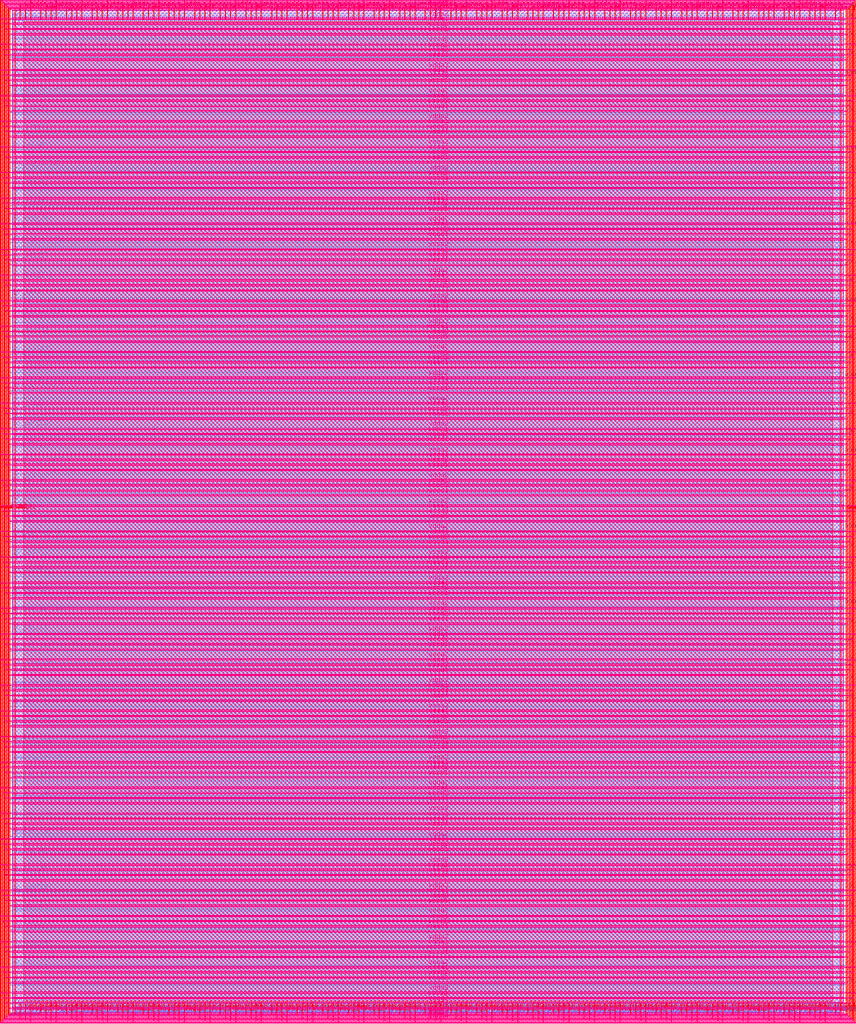
<source format=lef>
VERSION 5.7 ;
  NOWIREEXTENSIONATPIN ON ;
  DIVIDERCHAR "/" ;
  BUSBITCHARS "[]" ;
MACRO user_project_wrapper
  CLASS BLOCK ;
  FOREIGN user_project_wrapper ;
  ORIGIN 0.000 0.000 ;
  SIZE 2920.000 BY 3520.000 ;
  PIN analog_io[0]
    DIRECTION INOUT ;
    USE SIGNAL ;
    PORT
      LAYER met3 ;
        RECT 2917.600 1426.380 2924.800 1427.580 ;
    END
  END analog_io[0]
  PIN analog_io[10]
    DIRECTION INOUT ;
    USE SIGNAL ;
    PORT
      LAYER met2 ;
        RECT 2230.490 3517.600 2231.050 3524.800 ;
    END
  END analog_io[10]
  PIN analog_io[11]
    DIRECTION INOUT ;
    USE SIGNAL ;
    PORT
      LAYER met2 ;
        RECT 1905.730 3517.600 1906.290 3524.800 ;
    END
  END analog_io[11]
  PIN analog_io[12]
    DIRECTION INOUT ;
    USE SIGNAL ;
    PORT
      LAYER met2 ;
        RECT 1581.430 3517.600 1581.990 3524.800 ;
    END
  END analog_io[12]
  PIN analog_io[13]
    DIRECTION INOUT ;
    USE SIGNAL ;
    PORT
      LAYER met2 ;
        RECT 1257.130 3517.600 1257.690 3524.800 ;
    END
  END analog_io[13]
  PIN analog_io[14]
    DIRECTION INOUT ;
    USE SIGNAL ;
    PORT
      LAYER met2 ;
        RECT 932.370 3517.600 932.930 3524.800 ;
    END
  END analog_io[14]
  PIN analog_io[15]
    DIRECTION INOUT ;
    USE SIGNAL ;
    PORT
      LAYER met2 ;
        RECT 608.070 3517.600 608.630 3524.800 ;
    END
  END analog_io[15]
  PIN analog_io[16]
    DIRECTION INOUT ;
    USE SIGNAL ;
    PORT
      LAYER met2 ;
        RECT 283.770 3517.600 284.330 3524.800 ;
    END
  END analog_io[16]
  PIN analog_io[17]
    DIRECTION INOUT ;
    USE SIGNAL ;
    PORT
      LAYER met3 ;
        RECT -4.800 3486.100 2.400 3487.300 ;
    END
  END analog_io[17]
  PIN analog_io[18]
    DIRECTION INOUT ;
    USE SIGNAL ;
    PORT
      LAYER met3 ;
        RECT -4.800 3224.980 2.400 3226.180 ;
    END
  END analog_io[18]
  PIN analog_io[19]
    DIRECTION INOUT ;
    USE SIGNAL ;
    PORT
      LAYER met3 ;
        RECT -4.800 2964.540 2.400 2965.740 ;
    END
  END analog_io[19]
  PIN analog_io[1]
    DIRECTION INOUT ;
    USE SIGNAL ;
    PORT
      LAYER met3 ;
        RECT 2917.600 1692.260 2924.800 1693.460 ;
    END
  END analog_io[1]
  PIN analog_io[20]
    DIRECTION INOUT ;
    USE SIGNAL ;
    PORT
      LAYER met3 ;
        RECT -4.800 2703.420 2.400 2704.620 ;
    END
  END analog_io[20]
  PIN analog_io[21]
    DIRECTION INOUT ;
    USE SIGNAL ;
    PORT
      LAYER met3 ;
        RECT -4.800 2442.980 2.400 2444.180 ;
    END
  END analog_io[21]
  PIN analog_io[22]
    DIRECTION INOUT ;
    USE SIGNAL ;
    PORT
      LAYER met3 ;
        RECT -4.800 2182.540 2.400 2183.740 ;
    END
  END analog_io[22]
  PIN analog_io[23]
    DIRECTION INOUT ;
    USE SIGNAL ;
    PORT
      LAYER met3 ;
        RECT -4.800 1921.420 2.400 1922.620 ;
    END
  END analog_io[23]
  PIN analog_io[24]
    DIRECTION INOUT ;
    USE SIGNAL ;
    PORT
      LAYER met3 ;
        RECT -4.800 1660.980 2.400 1662.180 ;
    END
  END analog_io[24]
  PIN analog_io[25]
    DIRECTION INOUT ;
    USE SIGNAL ;
    PORT
      LAYER met3 ;
        RECT -4.800 1399.860 2.400 1401.060 ;
    END
  END analog_io[25]
  PIN analog_io[26]
    DIRECTION INOUT ;
    USE SIGNAL ;
    PORT
      LAYER met3 ;
        RECT -4.800 1139.420 2.400 1140.620 ;
    END
  END analog_io[26]
  PIN analog_io[27]
    DIRECTION INOUT ;
    USE SIGNAL ;
    PORT
      LAYER met3 ;
        RECT -4.800 878.980 2.400 880.180 ;
    END
  END analog_io[27]
  PIN analog_io[28]
    DIRECTION INOUT ;
    USE SIGNAL ;
    PORT
      LAYER met3 ;
        RECT -4.800 617.860 2.400 619.060 ;
    END
  END analog_io[28]
  PIN analog_io[2]
    DIRECTION INOUT ;
    USE SIGNAL ;
    PORT
      LAYER met3 ;
        RECT 2917.600 1958.140 2924.800 1959.340 ;
    END
  END analog_io[2]
  PIN analog_io[3]
    DIRECTION INOUT ;
    USE SIGNAL ;
    PORT
      LAYER met3 ;
        RECT 2917.600 2223.340 2924.800 2224.540 ;
    END
  END analog_io[3]
  PIN analog_io[4]
    DIRECTION INOUT ;
    USE SIGNAL ;
    PORT
      LAYER met3 ;
        RECT 2917.600 2489.220 2924.800 2490.420 ;
    END
  END analog_io[4]
  PIN analog_io[5]
    DIRECTION INOUT ;
    USE SIGNAL ;
    PORT
      LAYER met3 ;
        RECT 2917.600 2755.100 2924.800 2756.300 ;
    END
  END analog_io[5]
  PIN analog_io[6]
    DIRECTION INOUT ;
    USE SIGNAL ;
    PORT
      LAYER met3 ;
        RECT 2917.600 3020.300 2924.800 3021.500 ;
    END
  END analog_io[6]
  PIN analog_io[7]
    DIRECTION INOUT ;
    USE SIGNAL ;
    PORT
      LAYER met3 ;
        RECT 2917.600 3286.180 2924.800 3287.380 ;
    END
  END analog_io[7]
  PIN analog_io[8]
    DIRECTION INOUT ;
    USE SIGNAL ;
    PORT
      LAYER met2 ;
        RECT 2879.090 3517.600 2879.650 3524.800 ;
    END
  END analog_io[8]
  PIN analog_io[9]
    DIRECTION INOUT ;
    USE SIGNAL ;
    PORT
      LAYER met2 ;
        RECT 2554.790 3517.600 2555.350 3524.800 ;
    END
  END analog_io[9]
  PIN io_in[0]
    DIRECTION INPUT ;
    USE SIGNAL ;
    PORT
      LAYER met3 ;
        RECT 2917.600 32.380 2924.800 33.580 ;
    END
  END io_in[0]
  PIN io_in[10]
    DIRECTION INPUT ;
    USE SIGNAL ;
    PORT
      LAYER met3 ;
        RECT 2917.600 2289.980 2924.800 2291.180 ;
    END
  END io_in[10]
  PIN io_in[11]
    DIRECTION INPUT ;
    USE SIGNAL ;
    PORT
      LAYER met3 ;
        RECT 2917.600 2555.860 2924.800 2557.060 ;
    END
  END io_in[11]
  PIN io_in[12]
    DIRECTION INPUT ;
    USE SIGNAL ;
    PORT
      LAYER met3 ;
        RECT 2917.600 2821.060 2924.800 2822.260 ;
    END
  END io_in[12]
  PIN io_in[13]
    DIRECTION INPUT ;
    USE SIGNAL ;
    PORT
      LAYER met3 ;
        RECT 2917.600 3086.940 2924.800 3088.140 ;
    END
  END io_in[13]
  PIN io_in[14]
    DIRECTION INPUT ;
    USE SIGNAL ;
    PORT
      LAYER met3 ;
        RECT 2917.600 3352.820 2924.800 3354.020 ;
    END
  END io_in[14]
  PIN io_in[15]
    DIRECTION INPUT ;
    USE SIGNAL ;
    PORT
      LAYER met2 ;
        RECT 2798.130 3517.600 2798.690 3524.800 ;
    END
  END io_in[15]
  PIN io_in[16]
    DIRECTION INPUT ;
    USE SIGNAL ;
    PORT
      LAYER met2 ;
        RECT 2473.830 3517.600 2474.390 3524.800 ;
    END
  END io_in[16]
  PIN io_in[17]
    DIRECTION INPUT ;
    USE SIGNAL ;
    PORT
      LAYER met2 ;
        RECT 2149.070 3517.600 2149.630 3524.800 ;
    END
  END io_in[17]
  PIN io_in[18]
    DIRECTION INPUT ;
    USE SIGNAL ;
    PORT
      LAYER met2 ;
        RECT 1824.770 3517.600 1825.330 3524.800 ;
    END
  END io_in[18]
  PIN io_in[19]
    DIRECTION INPUT ;
    USE SIGNAL ;
    PORT
      LAYER met2 ;
        RECT 1500.470 3517.600 1501.030 3524.800 ;
    END
  END io_in[19]
  PIN io_in[1]
    DIRECTION INPUT ;
    USE SIGNAL ;
    PORT
      LAYER met3 ;
        RECT 2917.600 230.940 2924.800 232.140 ;
    END
  END io_in[1]
  PIN io_in[20]
    DIRECTION INPUT ;
    USE SIGNAL ;
    PORT
      LAYER met2 ;
        RECT 1175.710 3517.600 1176.270 3524.800 ;
    END
  END io_in[20]
  PIN io_in[21]
    DIRECTION INPUT ;
    USE SIGNAL ;
    PORT
      LAYER met2 ;
        RECT 851.410 3517.600 851.970 3524.800 ;
    END
  END io_in[21]
  PIN io_in[22]
    DIRECTION INPUT ;
    USE SIGNAL ;
    PORT
      LAYER met2 ;
        RECT 527.110 3517.600 527.670 3524.800 ;
    END
  END io_in[22]
  PIN io_in[23]
    DIRECTION INPUT ;
    USE SIGNAL ;
    PORT
      LAYER met2 ;
        RECT 202.350 3517.600 202.910 3524.800 ;
    END
  END io_in[23]
  PIN io_in[24]
    DIRECTION INPUT ;
    USE SIGNAL ;
    PORT
      LAYER met3 ;
        RECT -4.800 3420.820 2.400 3422.020 ;
    END
  END io_in[24]
  PIN io_in[25]
    DIRECTION INPUT ;
    USE SIGNAL ;
    PORT
      LAYER met3 ;
        RECT -4.800 3159.700 2.400 3160.900 ;
    END
  END io_in[25]
  PIN io_in[26]
    DIRECTION INPUT ;
    USE SIGNAL ;
    PORT
      LAYER met3 ;
        RECT -4.800 2899.260 2.400 2900.460 ;
    END
  END io_in[26]
  PIN io_in[27]
    DIRECTION INPUT ;
    USE SIGNAL ;
    PORT
      LAYER met3 ;
        RECT -4.800 2638.820 2.400 2640.020 ;
    END
  END io_in[27]
  PIN io_in[28]
    DIRECTION INPUT ;
    USE SIGNAL ;
    PORT
      LAYER met3 ;
        RECT -4.800 2377.700 2.400 2378.900 ;
    END
  END io_in[28]
  PIN io_in[29]
    DIRECTION INPUT ;
    USE SIGNAL ;
    PORT
      LAYER met3 ;
        RECT -4.800 2117.260 2.400 2118.460 ;
    END
  END io_in[29]
  PIN io_in[2]
    DIRECTION INPUT ;
    USE SIGNAL ;
    PORT
      LAYER met3 ;
        RECT 2917.600 430.180 2924.800 431.380 ;
    END
  END io_in[2]
  PIN io_in[30]
    DIRECTION INPUT ;
    USE SIGNAL ;
    PORT
      LAYER met3 ;
        RECT -4.800 1856.140 2.400 1857.340 ;
    END
  END io_in[30]
  PIN io_in[31]
    DIRECTION INPUT ;
    USE SIGNAL ;
    PORT
      LAYER met3 ;
        RECT -4.800 1595.700 2.400 1596.900 ;
    END
  END io_in[31]
  PIN io_in[32]
    DIRECTION INPUT ;
    USE SIGNAL ;
    PORT
      LAYER met3 ;
        RECT -4.800 1335.260 2.400 1336.460 ;
    END
  END io_in[32]
  PIN io_in[33]
    DIRECTION INPUT ;
    USE SIGNAL ;
    PORT
      LAYER met3 ;
        RECT -4.800 1074.140 2.400 1075.340 ;
    END
  END io_in[33]
  PIN io_in[34]
    DIRECTION INPUT ;
    USE SIGNAL ;
    PORT
      LAYER met3 ;
        RECT -4.800 813.700 2.400 814.900 ;
    END
  END io_in[34]
  PIN io_in[35]
    DIRECTION INPUT ;
    USE SIGNAL ;
    PORT
      LAYER met3 ;
        RECT -4.800 552.580 2.400 553.780 ;
    END
  END io_in[35]
  PIN io_in[36]
    DIRECTION INPUT ;
    USE SIGNAL ;
    PORT
      LAYER met3 ;
        RECT -4.800 357.420 2.400 358.620 ;
    END
  END io_in[36]
  PIN io_in[37]
    DIRECTION INPUT ;
    USE SIGNAL ;
    PORT
      LAYER met3 ;
        RECT -4.800 161.580 2.400 162.780 ;
    END
  END io_in[37]
  PIN io_in[3]
    DIRECTION INPUT ;
    USE SIGNAL ;
    PORT
      LAYER met3 ;
        RECT 2917.600 629.420 2924.800 630.620 ;
    END
  END io_in[3]
  PIN io_in[4]
    DIRECTION INPUT ;
    USE SIGNAL ;
    PORT
      LAYER met3 ;
        RECT 2917.600 828.660 2924.800 829.860 ;
    END
  END io_in[4]
  PIN io_in[5]
    DIRECTION INPUT ;
    USE SIGNAL ;
    PORT
      LAYER met3 ;
        RECT 2917.600 1027.900 2924.800 1029.100 ;
    END
  END io_in[5]
  PIN io_in[6]
    DIRECTION INPUT ;
    USE SIGNAL ;
    PORT
      LAYER met3 ;
        RECT 2917.600 1227.140 2924.800 1228.340 ;
    END
  END io_in[6]
  PIN io_in[7]
    DIRECTION INPUT ;
    USE SIGNAL ;
    PORT
      LAYER met3 ;
        RECT 2917.600 1493.020 2924.800 1494.220 ;
    END
  END io_in[7]
  PIN io_in[8]
    DIRECTION INPUT ;
    USE SIGNAL ;
    PORT
      LAYER met3 ;
        RECT 2917.600 1758.900 2924.800 1760.100 ;
    END
  END io_in[8]
  PIN io_in[9]
    DIRECTION INPUT ;
    USE SIGNAL ;
    PORT
      LAYER met3 ;
        RECT 2917.600 2024.100 2924.800 2025.300 ;
    END
  END io_in[9]
  PIN io_oeb[0]
    DIRECTION OUTPUT TRISTATE ;
    USE SIGNAL ;
    PORT
      LAYER met3 ;
        RECT 2917.600 164.980 2924.800 166.180 ;
    END
  END io_oeb[0]
  PIN io_oeb[10]
    DIRECTION OUTPUT TRISTATE ;
    USE SIGNAL ;
    PORT
      LAYER met3 ;
        RECT 2917.600 2422.580 2924.800 2423.780 ;
    END
  END io_oeb[10]
  PIN io_oeb[11]
    DIRECTION OUTPUT TRISTATE ;
    USE SIGNAL ;
    PORT
      LAYER met3 ;
        RECT 2917.600 2688.460 2924.800 2689.660 ;
    END
  END io_oeb[11]
  PIN io_oeb[12]
    DIRECTION OUTPUT TRISTATE ;
    USE SIGNAL ;
    PORT
      LAYER met3 ;
        RECT 2917.600 2954.340 2924.800 2955.540 ;
    END
  END io_oeb[12]
  PIN io_oeb[13]
    DIRECTION OUTPUT TRISTATE ;
    USE SIGNAL ;
    PORT
      LAYER met3 ;
        RECT 2917.600 3219.540 2924.800 3220.740 ;
    END
  END io_oeb[13]
  PIN io_oeb[14]
    DIRECTION OUTPUT TRISTATE ;
    USE SIGNAL ;
    PORT
      LAYER met3 ;
        RECT 2917.600 3485.420 2924.800 3486.620 ;
    END
  END io_oeb[14]
  PIN io_oeb[15]
    DIRECTION OUTPUT TRISTATE ;
    USE SIGNAL ;
    PORT
      LAYER met2 ;
        RECT 2635.750 3517.600 2636.310 3524.800 ;
    END
  END io_oeb[15]
  PIN io_oeb[16]
    DIRECTION OUTPUT TRISTATE ;
    USE SIGNAL ;
    PORT
      LAYER met2 ;
        RECT 2311.450 3517.600 2312.010 3524.800 ;
    END
  END io_oeb[16]
  PIN io_oeb[17]
    DIRECTION OUTPUT TRISTATE ;
    USE SIGNAL ;
    PORT
      LAYER met2 ;
        RECT 1987.150 3517.600 1987.710 3524.800 ;
    END
  END io_oeb[17]
  PIN io_oeb[18]
    DIRECTION OUTPUT TRISTATE ;
    USE SIGNAL ;
    PORT
      LAYER met2 ;
        RECT 1662.390 3517.600 1662.950 3524.800 ;
    END
  END io_oeb[18]
  PIN io_oeb[19]
    DIRECTION OUTPUT TRISTATE ;
    USE SIGNAL ;
    PORT
      LAYER met2 ;
        RECT 1338.090 3517.600 1338.650 3524.800 ;
    END
  END io_oeb[19]
  PIN io_oeb[1]
    DIRECTION OUTPUT TRISTATE ;
    USE SIGNAL ;
    PORT
      LAYER met3 ;
        RECT 2917.600 364.220 2924.800 365.420 ;
    END
  END io_oeb[1]
  PIN io_oeb[20]
    DIRECTION OUTPUT TRISTATE ;
    USE SIGNAL ;
    PORT
      LAYER met2 ;
        RECT 1013.790 3517.600 1014.350 3524.800 ;
    END
  END io_oeb[20]
  PIN io_oeb[21]
    DIRECTION OUTPUT TRISTATE ;
    USE SIGNAL ;
    PORT
      LAYER met2 ;
        RECT 689.030 3517.600 689.590 3524.800 ;
    END
  END io_oeb[21]
  PIN io_oeb[22]
    DIRECTION OUTPUT TRISTATE ;
    USE SIGNAL ;
    PORT
      LAYER met2 ;
        RECT 364.730 3517.600 365.290 3524.800 ;
    END
  END io_oeb[22]
  PIN io_oeb[23]
    DIRECTION OUTPUT TRISTATE ;
    USE SIGNAL ;
    PORT
      LAYER met2 ;
        RECT 40.430 3517.600 40.990 3524.800 ;
    END
  END io_oeb[23]
  PIN io_oeb[24]
    DIRECTION OUTPUT TRISTATE ;
    USE SIGNAL ;
    PORT
      LAYER met3 ;
        RECT -4.800 3290.260 2.400 3291.460 ;
    END
  END io_oeb[24]
  PIN io_oeb[25]
    DIRECTION OUTPUT TRISTATE ;
    USE SIGNAL ;
    PORT
      LAYER met3 ;
        RECT -4.800 3029.820 2.400 3031.020 ;
    END
  END io_oeb[25]
  PIN io_oeb[26]
    DIRECTION OUTPUT TRISTATE ;
    USE SIGNAL ;
    PORT
      LAYER met3 ;
        RECT -4.800 2768.700 2.400 2769.900 ;
    END
  END io_oeb[26]
  PIN io_oeb[27]
    DIRECTION OUTPUT TRISTATE ;
    USE SIGNAL ;
    PORT
      LAYER met3 ;
        RECT -4.800 2508.260 2.400 2509.460 ;
    END
  END io_oeb[27]
  PIN io_oeb[28]
    DIRECTION OUTPUT TRISTATE ;
    USE SIGNAL ;
    PORT
      LAYER met3 ;
        RECT -4.800 2247.140 2.400 2248.340 ;
    END
  END io_oeb[28]
  PIN io_oeb[29]
    DIRECTION OUTPUT TRISTATE ;
    USE SIGNAL ;
    PORT
      LAYER met3 ;
        RECT -4.800 1986.700 2.400 1987.900 ;
    END
  END io_oeb[29]
  PIN io_oeb[2]
    DIRECTION OUTPUT TRISTATE ;
    USE SIGNAL ;
    PORT
      LAYER met3 ;
        RECT 2917.600 563.460 2924.800 564.660 ;
    END
  END io_oeb[2]
  PIN io_oeb[30]
    DIRECTION OUTPUT TRISTATE ;
    USE SIGNAL ;
    PORT
      LAYER met3 ;
        RECT -4.800 1726.260 2.400 1727.460 ;
    END
  END io_oeb[30]
  PIN io_oeb[31]
    DIRECTION OUTPUT TRISTATE ;
    USE SIGNAL ;
    PORT
      LAYER met3 ;
        RECT -4.800 1465.140 2.400 1466.340 ;
    END
  END io_oeb[31]
  PIN io_oeb[32]
    DIRECTION OUTPUT TRISTATE ;
    USE SIGNAL ;
    PORT
      LAYER met3 ;
        RECT -4.800 1204.700 2.400 1205.900 ;
    END
  END io_oeb[32]
  PIN io_oeb[33]
    DIRECTION OUTPUT TRISTATE ;
    USE SIGNAL ;
    PORT
      LAYER met3 ;
        RECT -4.800 943.580 2.400 944.780 ;
    END
  END io_oeb[33]
  PIN io_oeb[34]
    DIRECTION OUTPUT TRISTATE ;
    USE SIGNAL ;
    PORT
      LAYER met3 ;
        RECT -4.800 683.140 2.400 684.340 ;
    END
  END io_oeb[34]
  PIN io_oeb[35]
    DIRECTION OUTPUT TRISTATE ;
    USE SIGNAL ;
    PORT
      LAYER met3 ;
        RECT -4.800 422.700 2.400 423.900 ;
    END
  END io_oeb[35]
  PIN io_oeb[36]
    DIRECTION OUTPUT TRISTATE ;
    USE SIGNAL ;
    PORT
      LAYER met3 ;
        RECT -4.800 226.860 2.400 228.060 ;
    END
  END io_oeb[36]
  PIN io_oeb[37]
    DIRECTION OUTPUT TRISTATE ;
    USE SIGNAL ;
    PORT
      LAYER met3 ;
        RECT -4.800 31.700 2.400 32.900 ;
    END
  END io_oeb[37]
  PIN io_oeb[3]
    DIRECTION OUTPUT TRISTATE ;
    USE SIGNAL ;
    PORT
      LAYER met3 ;
        RECT 2917.600 762.700 2924.800 763.900 ;
    END
  END io_oeb[3]
  PIN io_oeb[4]
    DIRECTION OUTPUT TRISTATE ;
    USE SIGNAL ;
    PORT
      LAYER met3 ;
        RECT 2917.600 961.940 2924.800 963.140 ;
    END
  END io_oeb[4]
  PIN io_oeb[5]
    DIRECTION OUTPUT TRISTATE ;
    USE SIGNAL ;
    PORT
      LAYER met3 ;
        RECT 2917.600 1161.180 2924.800 1162.380 ;
    END
  END io_oeb[5]
  PIN io_oeb[6]
    DIRECTION OUTPUT TRISTATE ;
    USE SIGNAL ;
    PORT
      LAYER met3 ;
        RECT 2917.600 1360.420 2924.800 1361.620 ;
    END
  END io_oeb[6]
  PIN io_oeb[7]
    DIRECTION OUTPUT TRISTATE ;
    USE SIGNAL ;
    PORT
      LAYER met3 ;
        RECT 2917.600 1625.620 2924.800 1626.820 ;
    END
  END io_oeb[7]
  PIN io_oeb[8]
    DIRECTION OUTPUT TRISTATE ;
    USE SIGNAL ;
    PORT
      LAYER met3 ;
        RECT 2917.600 1891.500 2924.800 1892.700 ;
    END
  END io_oeb[8]
  PIN io_oeb[9]
    DIRECTION OUTPUT TRISTATE ;
    USE SIGNAL ;
    PORT
      LAYER met3 ;
        RECT 2917.600 2157.380 2924.800 2158.580 ;
    END
  END io_oeb[9]
  PIN io_out[0]
    DIRECTION OUTPUT TRISTATE ;
    USE SIGNAL ;
    PORT
      LAYER met3 ;
        RECT 2917.600 98.340 2924.800 99.540 ;
    END
  END io_out[0]
  PIN io_out[10]
    DIRECTION OUTPUT TRISTATE ;
    USE SIGNAL ;
    PORT
      LAYER met3 ;
        RECT 2917.600 2356.620 2924.800 2357.820 ;
    END
  END io_out[10]
  PIN io_out[11]
    DIRECTION OUTPUT TRISTATE ;
    USE SIGNAL ;
    PORT
      LAYER met3 ;
        RECT 2917.600 2621.820 2924.800 2623.020 ;
    END
  END io_out[11]
  PIN io_out[12]
    DIRECTION OUTPUT TRISTATE ;
    USE SIGNAL ;
    PORT
      LAYER met3 ;
        RECT 2917.600 2887.700 2924.800 2888.900 ;
    END
  END io_out[12]
  PIN io_out[13]
    DIRECTION OUTPUT TRISTATE ;
    USE SIGNAL ;
    PORT
      LAYER met3 ;
        RECT 2917.600 3153.580 2924.800 3154.780 ;
    END
  END io_out[13]
  PIN io_out[14]
    DIRECTION OUTPUT TRISTATE ;
    USE SIGNAL ;
    PORT
      LAYER met3 ;
        RECT 2917.600 3418.780 2924.800 3419.980 ;
    END
  END io_out[14]
  PIN io_out[15]
    DIRECTION OUTPUT TRISTATE ;
    USE SIGNAL ;
    PORT
      LAYER met2 ;
        RECT 2717.170 3517.600 2717.730 3524.800 ;
    END
  END io_out[15]
  PIN io_out[16]
    DIRECTION OUTPUT TRISTATE ;
    USE SIGNAL ;
    PORT
      LAYER met2 ;
        RECT 2392.410 3517.600 2392.970 3524.800 ;
    END
  END io_out[16]
  PIN io_out[17]
    DIRECTION OUTPUT TRISTATE ;
    USE SIGNAL ;
    PORT
      LAYER met2 ;
        RECT 2068.110 3517.600 2068.670 3524.800 ;
    END
  END io_out[17]
  PIN io_out[18]
    DIRECTION OUTPUT TRISTATE ;
    USE SIGNAL ;
    PORT
      LAYER met2 ;
        RECT 1743.810 3517.600 1744.370 3524.800 ;
    END
  END io_out[18]
  PIN io_out[19]
    DIRECTION OUTPUT TRISTATE ;
    USE SIGNAL ;
    PORT
      LAYER met2 ;
        RECT 1419.050 3517.600 1419.610 3524.800 ;
    END
  END io_out[19]
  PIN io_out[1]
    DIRECTION OUTPUT TRISTATE ;
    USE SIGNAL ;
    PORT
      LAYER met3 ;
        RECT 2917.600 297.580 2924.800 298.780 ;
    END
  END io_out[1]
  PIN io_out[20]
    DIRECTION OUTPUT TRISTATE ;
    USE SIGNAL ;
    PORT
      LAYER met2 ;
        RECT 1094.750 3517.600 1095.310 3524.800 ;
    END
  END io_out[20]
  PIN io_out[21]
    DIRECTION OUTPUT TRISTATE ;
    USE SIGNAL ;
    PORT
      LAYER met2 ;
        RECT 770.450 3517.600 771.010 3524.800 ;
    END
  END io_out[21]
  PIN io_out[22]
    DIRECTION OUTPUT TRISTATE ;
    USE SIGNAL ;
    PORT
      LAYER met2 ;
        RECT 445.690 3517.600 446.250 3524.800 ;
    END
  END io_out[22]
  PIN io_out[23]
    DIRECTION OUTPUT TRISTATE ;
    USE SIGNAL ;
    PORT
      LAYER met2 ;
        RECT 121.390 3517.600 121.950 3524.800 ;
    END
  END io_out[23]
  PIN io_out[24]
    DIRECTION OUTPUT TRISTATE ;
    USE SIGNAL ;
    PORT
      LAYER met3 ;
        RECT -4.800 3355.540 2.400 3356.740 ;
    END
  END io_out[24]
  PIN io_out[25]
    DIRECTION OUTPUT TRISTATE ;
    USE SIGNAL ;
    PORT
      LAYER met3 ;
        RECT -4.800 3095.100 2.400 3096.300 ;
    END
  END io_out[25]
  PIN io_out[26]
    DIRECTION OUTPUT TRISTATE ;
    USE SIGNAL ;
    PORT
      LAYER met3 ;
        RECT -4.800 2833.980 2.400 2835.180 ;
    END
  END io_out[26]
  PIN io_out[27]
    DIRECTION OUTPUT TRISTATE ;
    USE SIGNAL ;
    PORT
      LAYER met3 ;
        RECT -4.800 2573.540 2.400 2574.740 ;
    END
  END io_out[27]
  PIN io_out[28]
    DIRECTION OUTPUT TRISTATE ;
    USE SIGNAL ;
    PORT
      LAYER met3 ;
        RECT -4.800 2312.420 2.400 2313.620 ;
    END
  END io_out[28]
  PIN io_out[29]
    DIRECTION OUTPUT TRISTATE ;
    USE SIGNAL ;
    PORT
      LAYER met3 ;
        RECT -4.800 2051.980 2.400 2053.180 ;
    END
  END io_out[29]
  PIN io_out[2]
    DIRECTION OUTPUT TRISTATE ;
    USE SIGNAL ;
    PORT
      LAYER met3 ;
        RECT 2917.600 496.820 2924.800 498.020 ;
    END
  END io_out[2]
  PIN io_out[30]
    DIRECTION OUTPUT TRISTATE ;
    USE SIGNAL ;
    PORT
      LAYER met3 ;
        RECT -4.800 1791.540 2.400 1792.740 ;
    END
  END io_out[30]
  PIN io_out[31]
    DIRECTION OUTPUT TRISTATE ;
    USE SIGNAL ;
    PORT
      LAYER met3 ;
        RECT -4.800 1530.420 2.400 1531.620 ;
    END
  END io_out[31]
  PIN io_out[32]
    DIRECTION OUTPUT TRISTATE ;
    USE SIGNAL ;
    PORT
      LAYER met3 ;
        RECT -4.800 1269.980 2.400 1271.180 ;
    END
  END io_out[32]
  PIN io_out[33]
    DIRECTION OUTPUT TRISTATE ;
    USE SIGNAL ;
    PORT
      LAYER met3 ;
        RECT -4.800 1008.860 2.400 1010.060 ;
    END
  END io_out[33]
  PIN io_out[34]
    DIRECTION OUTPUT TRISTATE ;
    USE SIGNAL ;
    PORT
      LAYER met3 ;
        RECT -4.800 748.420 2.400 749.620 ;
    END
  END io_out[34]
  PIN io_out[35]
    DIRECTION OUTPUT TRISTATE ;
    USE SIGNAL ;
    PORT
      LAYER met3 ;
        RECT -4.800 487.300 2.400 488.500 ;
    END
  END io_out[35]
  PIN io_out[36]
    DIRECTION OUTPUT TRISTATE ;
    USE SIGNAL ;
    PORT
      LAYER met3 ;
        RECT -4.800 292.140 2.400 293.340 ;
    END
  END io_out[36]
  PIN io_out[37]
    DIRECTION OUTPUT TRISTATE ;
    USE SIGNAL ;
    PORT
      LAYER met3 ;
        RECT -4.800 96.300 2.400 97.500 ;
    END
  END io_out[37]
  PIN io_out[3]
    DIRECTION OUTPUT TRISTATE ;
    USE SIGNAL ;
    PORT
      LAYER met3 ;
        RECT 2917.600 696.060 2924.800 697.260 ;
    END
  END io_out[3]
  PIN io_out[4]
    DIRECTION OUTPUT TRISTATE ;
    USE SIGNAL ;
    PORT
      LAYER met3 ;
        RECT 2917.600 895.300 2924.800 896.500 ;
    END
  END io_out[4]
  PIN io_out[5]
    DIRECTION OUTPUT TRISTATE ;
    USE SIGNAL ;
    PORT
      LAYER met3 ;
        RECT 2917.600 1094.540 2924.800 1095.740 ;
    END
  END io_out[5]
  PIN io_out[6]
    DIRECTION OUTPUT TRISTATE ;
    USE SIGNAL ;
    PORT
      LAYER met3 ;
        RECT 2917.600 1293.780 2924.800 1294.980 ;
    END
  END io_out[6]
  PIN io_out[7]
    DIRECTION OUTPUT TRISTATE ;
    USE SIGNAL ;
    PORT
      LAYER met3 ;
        RECT 2917.600 1559.660 2924.800 1560.860 ;
    END
  END io_out[7]
  PIN io_out[8]
    DIRECTION OUTPUT TRISTATE ;
    USE SIGNAL ;
    PORT
      LAYER met3 ;
        RECT 2917.600 1824.860 2924.800 1826.060 ;
    END
  END io_out[8]
  PIN io_out[9]
    DIRECTION OUTPUT TRISTATE ;
    USE SIGNAL ;
    PORT
      LAYER met3 ;
        RECT 2917.600 2090.740 2924.800 2091.940 ;
    END
  END io_out[9]
  PIN la_data_in[0]
    DIRECTION INPUT ;
    USE SIGNAL ;
    PORT
      LAYER met2 ;
        RECT 629.230 -4.800 629.790 2.400 ;
    END
  END la_data_in[0]
  PIN la_data_in[100]
    DIRECTION INPUT ;
    USE SIGNAL ;
    PORT
      LAYER met2 ;
        RECT 2402.530 -4.800 2403.090 2.400 ;
    END
  END la_data_in[100]
  PIN la_data_in[101]
    DIRECTION INPUT ;
    USE SIGNAL ;
    PORT
      LAYER met2 ;
        RECT 2420.010 -4.800 2420.570 2.400 ;
    END
  END la_data_in[101]
  PIN la_data_in[102]
    DIRECTION INPUT ;
    USE SIGNAL ;
    PORT
      LAYER met2 ;
        RECT 2437.950 -4.800 2438.510 2.400 ;
    END
  END la_data_in[102]
  PIN la_data_in[103]
    DIRECTION INPUT ;
    USE SIGNAL ;
    PORT
      LAYER met2 ;
        RECT 2455.430 -4.800 2455.990 2.400 ;
    END
  END la_data_in[103]
  PIN la_data_in[104]
    DIRECTION INPUT ;
    USE SIGNAL ;
    PORT
      LAYER met2 ;
        RECT 2473.370 -4.800 2473.930 2.400 ;
    END
  END la_data_in[104]
  PIN la_data_in[105]
    DIRECTION INPUT ;
    USE SIGNAL ;
    PORT
      LAYER met2 ;
        RECT 2490.850 -4.800 2491.410 2.400 ;
    END
  END la_data_in[105]
  PIN la_data_in[106]
    DIRECTION INPUT ;
    USE SIGNAL ;
    PORT
      LAYER met2 ;
        RECT 2508.790 -4.800 2509.350 2.400 ;
    END
  END la_data_in[106]
  PIN la_data_in[107]
    DIRECTION INPUT ;
    USE SIGNAL ;
    PORT
      LAYER met2 ;
        RECT 2526.730 -4.800 2527.290 2.400 ;
    END
  END la_data_in[107]
  PIN la_data_in[108]
    DIRECTION INPUT ;
    USE SIGNAL ;
    PORT
      LAYER met2 ;
        RECT 2544.210 -4.800 2544.770 2.400 ;
    END
  END la_data_in[108]
  PIN la_data_in[109]
    DIRECTION INPUT ;
    USE SIGNAL ;
    PORT
      LAYER met2 ;
        RECT 2562.150 -4.800 2562.710 2.400 ;
    END
  END la_data_in[109]
  PIN la_data_in[10]
    DIRECTION INPUT ;
    USE SIGNAL ;
    PORT
      LAYER met2 ;
        RECT 806.330 -4.800 806.890 2.400 ;
    END
  END la_data_in[10]
  PIN la_data_in[110]
    DIRECTION INPUT ;
    USE SIGNAL ;
    PORT
      LAYER met2 ;
        RECT 2579.630 -4.800 2580.190 2.400 ;
    END
  END la_data_in[110]
  PIN la_data_in[111]
    DIRECTION INPUT ;
    USE SIGNAL ;
    PORT
      LAYER met2 ;
        RECT 2597.570 -4.800 2598.130 2.400 ;
    END
  END la_data_in[111]
  PIN la_data_in[112]
    DIRECTION INPUT ;
    USE SIGNAL ;
    PORT
      LAYER met2 ;
        RECT 2615.050 -4.800 2615.610 2.400 ;
    END
  END la_data_in[112]
  PIN la_data_in[113]
    DIRECTION INPUT ;
    USE SIGNAL ;
    PORT
      LAYER met2 ;
        RECT 2632.990 -4.800 2633.550 2.400 ;
    END
  END la_data_in[113]
  PIN la_data_in[114]
    DIRECTION INPUT ;
    USE SIGNAL ;
    PORT
      LAYER met2 ;
        RECT 2650.470 -4.800 2651.030 2.400 ;
    END
  END la_data_in[114]
  PIN la_data_in[115]
    DIRECTION INPUT ;
    USE SIGNAL ;
    PORT
      LAYER met2 ;
        RECT 2668.410 -4.800 2668.970 2.400 ;
    END
  END la_data_in[115]
  PIN la_data_in[116]
    DIRECTION INPUT ;
    USE SIGNAL ;
    PORT
      LAYER met2 ;
        RECT 2685.890 -4.800 2686.450 2.400 ;
    END
  END la_data_in[116]
  PIN la_data_in[117]
    DIRECTION INPUT ;
    USE SIGNAL ;
    PORT
      LAYER met2 ;
        RECT 2703.830 -4.800 2704.390 2.400 ;
    END
  END la_data_in[117]
  PIN la_data_in[118]
    DIRECTION INPUT ;
    USE SIGNAL ;
    PORT
      LAYER met2 ;
        RECT 2721.770 -4.800 2722.330 2.400 ;
    END
  END la_data_in[118]
  PIN la_data_in[119]
    DIRECTION INPUT ;
    USE SIGNAL ;
    PORT
      LAYER met2 ;
        RECT 2739.250 -4.800 2739.810 2.400 ;
    END
  END la_data_in[119]
  PIN la_data_in[11]
    DIRECTION INPUT ;
    USE SIGNAL ;
    PORT
      LAYER met2 ;
        RECT 824.270 -4.800 824.830 2.400 ;
    END
  END la_data_in[11]
  PIN la_data_in[120]
    DIRECTION INPUT ;
    USE SIGNAL ;
    PORT
      LAYER met2 ;
        RECT 2757.190 -4.800 2757.750 2.400 ;
    END
  END la_data_in[120]
  PIN la_data_in[121]
    DIRECTION INPUT ;
    USE SIGNAL ;
    PORT
      LAYER met2 ;
        RECT 2774.670 -4.800 2775.230 2.400 ;
    END
  END la_data_in[121]
  PIN la_data_in[122]
    DIRECTION INPUT ;
    USE SIGNAL ;
    PORT
      LAYER met2 ;
        RECT 2792.610 -4.800 2793.170 2.400 ;
    END
  END la_data_in[122]
  PIN la_data_in[123]
    DIRECTION INPUT ;
    USE SIGNAL ;
    PORT
      LAYER met2 ;
        RECT 2810.090 -4.800 2810.650 2.400 ;
    END
  END la_data_in[123]
  PIN la_data_in[124]
    DIRECTION INPUT ;
    USE SIGNAL ;
    PORT
      LAYER met2 ;
        RECT 2828.030 -4.800 2828.590 2.400 ;
    END
  END la_data_in[124]
  PIN la_data_in[125]
    DIRECTION INPUT ;
    USE SIGNAL ;
    PORT
      LAYER met2 ;
        RECT 2845.510 -4.800 2846.070 2.400 ;
    END
  END la_data_in[125]
  PIN la_data_in[126]
    DIRECTION INPUT ;
    USE SIGNAL ;
    PORT
      LAYER met2 ;
        RECT 2863.450 -4.800 2864.010 2.400 ;
    END
  END la_data_in[126]
  PIN la_data_in[127]
    DIRECTION INPUT ;
    USE SIGNAL ;
    PORT
      LAYER met2 ;
        RECT 2881.390 -4.800 2881.950 2.400 ;
    END
  END la_data_in[127]
  PIN la_data_in[12]
    DIRECTION INPUT ;
    USE SIGNAL ;
    PORT
      LAYER met2 ;
        RECT 841.750 -4.800 842.310 2.400 ;
    END
  END la_data_in[12]
  PIN la_data_in[13]
    DIRECTION INPUT ;
    USE SIGNAL ;
    PORT
      LAYER met2 ;
        RECT 859.690 -4.800 860.250 2.400 ;
    END
  END la_data_in[13]
  PIN la_data_in[14]
    DIRECTION INPUT ;
    USE SIGNAL ;
    PORT
      LAYER met2 ;
        RECT 877.170 -4.800 877.730 2.400 ;
    END
  END la_data_in[14]
  PIN la_data_in[15]
    DIRECTION INPUT ;
    USE SIGNAL ;
    PORT
      LAYER met2 ;
        RECT 895.110 -4.800 895.670 2.400 ;
    END
  END la_data_in[15]
  PIN la_data_in[16]
    DIRECTION INPUT ;
    USE SIGNAL ;
    PORT
      LAYER met2 ;
        RECT 912.590 -4.800 913.150 2.400 ;
    END
  END la_data_in[16]
  PIN la_data_in[17]
    DIRECTION INPUT ;
    USE SIGNAL ;
    PORT
      LAYER met2 ;
        RECT 930.530 -4.800 931.090 2.400 ;
    END
  END la_data_in[17]
  PIN la_data_in[18]
    DIRECTION INPUT ;
    USE SIGNAL ;
    PORT
      LAYER met2 ;
        RECT 948.470 -4.800 949.030 2.400 ;
    END
  END la_data_in[18]
  PIN la_data_in[19]
    DIRECTION INPUT ;
    USE SIGNAL ;
    PORT
      LAYER met2 ;
        RECT 965.950 -4.800 966.510 2.400 ;
    END
  END la_data_in[19]
  PIN la_data_in[1]
    DIRECTION INPUT ;
    USE SIGNAL ;
    PORT
      LAYER met2 ;
        RECT 646.710 -4.800 647.270 2.400 ;
    END
  END la_data_in[1]
  PIN la_data_in[20]
    DIRECTION INPUT ;
    USE SIGNAL ;
    PORT
      LAYER met2 ;
        RECT 983.890 -4.800 984.450 2.400 ;
    END
  END la_data_in[20]
  PIN la_data_in[21]
    DIRECTION INPUT ;
    USE SIGNAL ;
    PORT
      LAYER met2 ;
        RECT 1001.370 -4.800 1001.930 2.400 ;
    END
  END la_data_in[21]
  PIN la_data_in[22]
    DIRECTION INPUT ;
    USE SIGNAL ;
    PORT
      LAYER met2 ;
        RECT 1019.310 -4.800 1019.870 2.400 ;
    END
  END la_data_in[22]
  PIN la_data_in[23]
    DIRECTION INPUT ;
    USE SIGNAL ;
    PORT
      LAYER met2 ;
        RECT 1036.790 -4.800 1037.350 2.400 ;
    END
  END la_data_in[23]
  PIN la_data_in[24]
    DIRECTION INPUT ;
    USE SIGNAL ;
    PORT
      LAYER met2 ;
        RECT 1054.730 -4.800 1055.290 2.400 ;
    END
  END la_data_in[24]
  PIN la_data_in[25]
    DIRECTION INPUT ;
    USE SIGNAL ;
    PORT
      LAYER met2 ;
        RECT 1072.210 -4.800 1072.770 2.400 ;
    END
  END la_data_in[25]
  PIN la_data_in[26]
    DIRECTION INPUT ;
    USE SIGNAL ;
    PORT
      LAYER met2 ;
        RECT 1090.150 -4.800 1090.710 2.400 ;
    END
  END la_data_in[26]
  PIN la_data_in[27]
    DIRECTION INPUT ;
    USE SIGNAL ;
    PORT
      LAYER met2 ;
        RECT 1107.630 -4.800 1108.190 2.400 ;
    END
  END la_data_in[27]
  PIN la_data_in[28]
    DIRECTION INPUT ;
    USE SIGNAL ;
    PORT
      LAYER met2 ;
        RECT 1125.570 -4.800 1126.130 2.400 ;
    END
  END la_data_in[28]
  PIN la_data_in[29]
    DIRECTION INPUT ;
    USE SIGNAL ;
    PORT
      LAYER met2 ;
        RECT 1143.510 -4.800 1144.070 2.400 ;
    END
  END la_data_in[29]
  PIN la_data_in[2]
    DIRECTION INPUT ;
    USE SIGNAL ;
    PORT
      LAYER met2 ;
        RECT 664.650 -4.800 665.210 2.400 ;
    END
  END la_data_in[2]
  PIN la_data_in[30]
    DIRECTION INPUT ;
    USE SIGNAL ;
    PORT
      LAYER met2 ;
        RECT 1160.990 -4.800 1161.550 2.400 ;
    END
  END la_data_in[30]
  PIN la_data_in[31]
    DIRECTION INPUT ;
    USE SIGNAL ;
    PORT
      LAYER met2 ;
        RECT 1178.930 -4.800 1179.490 2.400 ;
    END
  END la_data_in[31]
  PIN la_data_in[32]
    DIRECTION INPUT ;
    USE SIGNAL ;
    PORT
      LAYER met2 ;
        RECT 1196.410 -4.800 1196.970 2.400 ;
    END
  END la_data_in[32]
  PIN la_data_in[33]
    DIRECTION INPUT ;
    USE SIGNAL ;
    PORT
      LAYER met2 ;
        RECT 1214.350 -4.800 1214.910 2.400 ;
    END
  END la_data_in[33]
  PIN la_data_in[34]
    DIRECTION INPUT ;
    USE SIGNAL ;
    PORT
      LAYER met2 ;
        RECT 1231.830 -4.800 1232.390 2.400 ;
    END
  END la_data_in[34]
  PIN la_data_in[35]
    DIRECTION INPUT ;
    USE SIGNAL ;
    PORT
      LAYER met2 ;
        RECT 1249.770 -4.800 1250.330 2.400 ;
    END
  END la_data_in[35]
  PIN la_data_in[36]
    DIRECTION INPUT ;
    USE SIGNAL ;
    PORT
      LAYER met2 ;
        RECT 1267.250 -4.800 1267.810 2.400 ;
    END
  END la_data_in[36]
  PIN la_data_in[37]
    DIRECTION INPUT ;
    USE SIGNAL ;
    PORT
      LAYER met2 ;
        RECT 1285.190 -4.800 1285.750 2.400 ;
    END
  END la_data_in[37]
  PIN la_data_in[38]
    DIRECTION INPUT ;
    USE SIGNAL ;
    PORT
      LAYER met2 ;
        RECT 1303.130 -4.800 1303.690 2.400 ;
    END
  END la_data_in[38]
  PIN la_data_in[39]
    DIRECTION INPUT ;
    USE SIGNAL ;
    PORT
      LAYER met2 ;
        RECT 1320.610 -4.800 1321.170 2.400 ;
    END
  END la_data_in[39]
  PIN la_data_in[3]
    DIRECTION INPUT ;
    USE SIGNAL ;
    PORT
      LAYER met2 ;
        RECT 682.130 -4.800 682.690 2.400 ;
    END
  END la_data_in[3]
  PIN la_data_in[40]
    DIRECTION INPUT ;
    USE SIGNAL ;
    PORT
      LAYER met2 ;
        RECT 1338.550 -4.800 1339.110 2.400 ;
    END
  END la_data_in[40]
  PIN la_data_in[41]
    DIRECTION INPUT ;
    USE SIGNAL ;
    PORT
      LAYER met2 ;
        RECT 1356.030 -4.800 1356.590 2.400 ;
    END
  END la_data_in[41]
  PIN la_data_in[42]
    DIRECTION INPUT ;
    USE SIGNAL ;
    PORT
      LAYER met2 ;
        RECT 1373.970 -4.800 1374.530 2.400 ;
    END
  END la_data_in[42]
  PIN la_data_in[43]
    DIRECTION INPUT ;
    USE SIGNAL ;
    PORT
      LAYER met2 ;
        RECT 1391.450 -4.800 1392.010 2.400 ;
    END
  END la_data_in[43]
  PIN la_data_in[44]
    DIRECTION INPUT ;
    USE SIGNAL ;
    PORT
      LAYER met2 ;
        RECT 1409.390 -4.800 1409.950 2.400 ;
    END
  END la_data_in[44]
  PIN la_data_in[45]
    DIRECTION INPUT ;
    USE SIGNAL ;
    PORT
      LAYER met2 ;
        RECT 1426.870 -4.800 1427.430 2.400 ;
    END
  END la_data_in[45]
  PIN la_data_in[46]
    DIRECTION INPUT ;
    USE SIGNAL ;
    PORT
      LAYER met2 ;
        RECT 1444.810 -4.800 1445.370 2.400 ;
    END
  END la_data_in[46]
  PIN la_data_in[47]
    DIRECTION INPUT ;
    USE SIGNAL ;
    PORT
      LAYER met2 ;
        RECT 1462.750 -4.800 1463.310 2.400 ;
    END
  END la_data_in[47]
  PIN la_data_in[48]
    DIRECTION INPUT ;
    USE SIGNAL ;
    PORT
      LAYER met2 ;
        RECT 1480.230 -4.800 1480.790 2.400 ;
    END
  END la_data_in[48]
  PIN la_data_in[49]
    DIRECTION INPUT ;
    USE SIGNAL ;
    PORT
      LAYER met2 ;
        RECT 1498.170 -4.800 1498.730 2.400 ;
    END
  END la_data_in[49]
  PIN la_data_in[4]
    DIRECTION INPUT ;
    USE SIGNAL ;
    PORT
      LAYER met2 ;
        RECT 700.070 -4.800 700.630 2.400 ;
    END
  END la_data_in[4]
  PIN la_data_in[50]
    DIRECTION INPUT ;
    USE SIGNAL ;
    PORT
      LAYER met2 ;
        RECT 1515.650 -4.800 1516.210 2.400 ;
    END
  END la_data_in[50]
  PIN la_data_in[51]
    DIRECTION INPUT ;
    USE SIGNAL ;
    PORT
      LAYER met2 ;
        RECT 1533.590 -4.800 1534.150 2.400 ;
    END
  END la_data_in[51]
  PIN la_data_in[52]
    DIRECTION INPUT ;
    USE SIGNAL ;
    PORT
      LAYER met2 ;
        RECT 1551.070 -4.800 1551.630 2.400 ;
    END
  END la_data_in[52]
  PIN la_data_in[53]
    DIRECTION INPUT ;
    USE SIGNAL ;
    PORT
      LAYER met2 ;
        RECT 1569.010 -4.800 1569.570 2.400 ;
    END
  END la_data_in[53]
  PIN la_data_in[54]
    DIRECTION INPUT ;
    USE SIGNAL ;
    PORT
      LAYER met2 ;
        RECT 1586.490 -4.800 1587.050 2.400 ;
    END
  END la_data_in[54]
  PIN la_data_in[55]
    DIRECTION INPUT ;
    USE SIGNAL ;
    PORT
      LAYER met2 ;
        RECT 1604.430 -4.800 1604.990 2.400 ;
    END
  END la_data_in[55]
  PIN la_data_in[56]
    DIRECTION INPUT ;
    USE SIGNAL ;
    PORT
      LAYER met2 ;
        RECT 1621.910 -4.800 1622.470 2.400 ;
    END
  END la_data_in[56]
  PIN la_data_in[57]
    DIRECTION INPUT ;
    USE SIGNAL ;
    PORT
      LAYER met2 ;
        RECT 1639.850 -4.800 1640.410 2.400 ;
    END
  END la_data_in[57]
  PIN la_data_in[58]
    DIRECTION INPUT ;
    USE SIGNAL ;
    PORT
      LAYER met2 ;
        RECT 1657.790 -4.800 1658.350 2.400 ;
    END
  END la_data_in[58]
  PIN la_data_in[59]
    DIRECTION INPUT ;
    USE SIGNAL ;
    PORT
      LAYER met2 ;
        RECT 1675.270 -4.800 1675.830 2.400 ;
    END
  END la_data_in[59]
  PIN la_data_in[5]
    DIRECTION INPUT ;
    USE SIGNAL ;
    PORT
      LAYER met2 ;
        RECT 717.550 -4.800 718.110 2.400 ;
    END
  END la_data_in[5]
  PIN la_data_in[60]
    DIRECTION INPUT ;
    USE SIGNAL ;
    PORT
      LAYER met2 ;
        RECT 1693.210 -4.800 1693.770 2.400 ;
    END
  END la_data_in[60]
  PIN la_data_in[61]
    DIRECTION INPUT ;
    USE SIGNAL ;
    PORT
      LAYER met2 ;
        RECT 1710.690 -4.800 1711.250 2.400 ;
    END
  END la_data_in[61]
  PIN la_data_in[62]
    DIRECTION INPUT ;
    USE SIGNAL ;
    PORT
      LAYER met2 ;
        RECT 1728.630 -4.800 1729.190 2.400 ;
    END
  END la_data_in[62]
  PIN la_data_in[63]
    DIRECTION INPUT ;
    USE SIGNAL ;
    PORT
      LAYER met2 ;
        RECT 1746.110 -4.800 1746.670 2.400 ;
    END
  END la_data_in[63]
  PIN la_data_in[64]
    DIRECTION INPUT ;
    USE SIGNAL ;
    PORT
      LAYER met2 ;
        RECT 1764.050 -4.800 1764.610 2.400 ;
    END
  END la_data_in[64]
  PIN la_data_in[65]
    DIRECTION INPUT ;
    USE SIGNAL ;
    PORT
      LAYER met2 ;
        RECT 1781.530 -4.800 1782.090 2.400 ;
    END
  END la_data_in[65]
  PIN la_data_in[66]
    DIRECTION INPUT ;
    USE SIGNAL ;
    PORT
      LAYER met2 ;
        RECT 1799.470 -4.800 1800.030 2.400 ;
    END
  END la_data_in[66]
  PIN la_data_in[67]
    DIRECTION INPUT ;
    USE SIGNAL ;
    PORT
      LAYER met2 ;
        RECT 1817.410 -4.800 1817.970 2.400 ;
    END
  END la_data_in[67]
  PIN la_data_in[68]
    DIRECTION INPUT ;
    USE SIGNAL ;
    PORT
      LAYER met2 ;
        RECT 1834.890 -4.800 1835.450 2.400 ;
    END
  END la_data_in[68]
  PIN la_data_in[69]
    DIRECTION INPUT ;
    USE SIGNAL ;
    PORT
      LAYER met2 ;
        RECT 1852.830 -4.800 1853.390 2.400 ;
    END
  END la_data_in[69]
  PIN la_data_in[6]
    DIRECTION INPUT ;
    USE SIGNAL ;
    PORT
      LAYER met2 ;
        RECT 735.490 -4.800 736.050 2.400 ;
    END
  END la_data_in[6]
  PIN la_data_in[70]
    DIRECTION INPUT ;
    USE SIGNAL ;
    PORT
      LAYER met2 ;
        RECT 1870.310 -4.800 1870.870 2.400 ;
    END
  END la_data_in[70]
  PIN la_data_in[71]
    DIRECTION INPUT ;
    USE SIGNAL ;
    PORT
      LAYER met2 ;
        RECT 1888.250 -4.800 1888.810 2.400 ;
    END
  END la_data_in[71]
  PIN la_data_in[72]
    DIRECTION INPUT ;
    USE SIGNAL ;
    PORT
      LAYER met2 ;
        RECT 1905.730 -4.800 1906.290 2.400 ;
    END
  END la_data_in[72]
  PIN la_data_in[73]
    DIRECTION INPUT ;
    USE SIGNAL ;
    PORT
      LAYER met2 ;
        RECT 1923.670 -4.800 1924.230 2.400 ;
    END
  END la_data_in[73]
  PIN la_data_in[74]
    DIRECTION INPUT ;
    USE SIGNAL ;
    PORT
      LAYER met2 ;
        RECT 1941.150 -4.800 1941.710 2.400 ;
    END
  END la_data_in[74]
  PIN la_data_in[75]
    DIRECTION INPUT ;
    USE SIGNAL ;
    PORT
      LAYER met2 ;
        RECT 1959.090 -4.800 1959.650 2.400 ;
    END
  END la_data_in[75]
  PIN la_data_in[76]
    DIRECTION INPUT ;
    USE SIGNAL ;
    PORT
      LAYER met2 ;
        RECT 1976.570 -4.800 1977.130 2.400 ;
    END
  END la_data_in[76]
  PIN la_data_in[77]
    DIRECTION INPUT ;
    USE SIGNAL ;
    PORT
      LAYER met2 ;
        RECT 1994.510 -4.800 1995.070 2.400 ;
    END
  END la_data_in[77]
  PIN la_data_in[78]
    DIRECTION INPUT ;
    USE SIGNAL ;
    PORT
      LAYER met2 ;
        RECT 2012.450 -4.800 2013.010 2.400 ;
    END
  END la_data_in[78]
  PIN la_data_in[79]
    DIRECTION INPUT ;
    USE SIGNAL ;
    PORT
      LAYER met2 ;
        RECT 2029.930 -4.800 2030.490 2.400 ;
    END
  END la_data_in[79]
  PIN la_data_in[7]
    DIRECTION INPUT ;
    USE SIGNAL ;
    PORT
      LAYER met2 ;
        RECT 752.970 -4.800 753.530 2.400 ;
    END
  END la_data_in[7]
  PIN la_data_in[80]
    DIRECTION INPUT ;
    USE SIGNAL ;
    PORT
      LAYER met2 ;
        RECT 2047.870 -4.800 2048.430 2.400 ;
    END
  END la_data_in[80]
  PIN la_data_in[81]
    DIRECTION INPUT ;
    USE SIGNAL ;
    PORT
      LAYER met2 ;
        RECT 2065.350 -4.800 2065.910 2.400 ;
    END
  END la_data_in[81]
  PIN la_data_in[82]
    DIRECTION INPUT ;
    USE SIGNAL ;
    PORT
      LAYER met2 ;
        RECT 2083.290 -4.800 2083.850 2.400 ;
    END
  END la_data_in[82]
  PIN la_data_in[83]
    DIRECTION INPUT ;
    USE SIGNAL ;
    PORT
      LAYER met2 ;
        RECT 2100.770 -4.800 2101.330 2.400 ;
    END
  END la_data_in[83]
  PIN la_data_in[84]
    DIRECTION INPUT ;
    USE SIGNAL ;
    PORT
      LAYER met2 ;
        RECT 2118.710 -4.800 2119.270 2.400 ;
    END
  END la_data_in[84]
  PIN la_data_in[85]
    DIRECTION INPUT ;
    USE SIGNAL ;
    PORT
      LAYER met2 ;
        RECT 2136.190 -4.800 2136.750 2.400 ;
    END
  END la_data_in[85]
  PIN la_data_in[86]
    DIRECTION INPUT ;
    USE SIGNAL ;
    PORT
      LAYER met2 ;
        RECT 2154.130 -4.800 2154.690 2.400 ;
    END
  END la_data_in[86]
  PIN la_data_in[87]
    DIRECTION INPUT ;
    USE SIGNAL ;
    PORT
      LAYER met2 ;
        RECT 2172.070 -4.800 2172.630 2.400 ;
    END
  END la_data_in[87]
  PIN la_data_in[88]
    DIRECTION INPUT ;
    USE SIGNAL ;
    PORT
      LAYER met2 ;
        RECT 2189.550 -4.800 2190.110 2.400 ;
    END
  END la_data_in[88]
  PIN la_data_in[89]
    DIRECTION INPUT ;
    USE SIGNAL ;
    PORT
      LAYER met2 ;
        RECT 2207.490 -4.800 2208.050 2.400 ;
    END
  END la_data_in[89]
  PIN la_data_in[8]
    DIRECTION INPUT ;
    USE SIGNAL ;
    PORT
      LAYER met2 ;
        RECT 770.910 -4.800 771.470 2.400 ;
    END
  END la_data_in[8]
  PIN la_data_in[90]
    DIRECTION INPUT ;
    USE SIGNAL ;
    PORT
      LAYER met2 ;
        RECT 2224.970 -4.800 2225.530 2.400 ;
    END
  END la_data_in[90]
  PIN la_data_in[91]
    DIRECTION INPUT ;
    USE SIGNAL ;
    PORT
      LAYER met2 ;
        RECT 2242.910 -4.800 2243.470 2.400 ;
    END
  END la_data_in[91]
  PIN la_data_in[92]
    DIRECTION INPUT ;
    USE SIGNAL ;
    PORT
      LAYER met2 ;
        RECT 2260.390 -4.800 2260.950 2.400 ;
    END
  END la_data_in[92]
  PIN la_data_in[93]
    DIRECTION INPUT ;
    USE SIGNAL ;
    PORT
      LAYER met2 ;
        RECT 2278.330 -4.800 2278.890 2.400 ;
    END
  END la_data_in[93]
  PIN la_data_in[94]
    DIRECTION INPUT ;
    USE SIGNAL ;
    PORT
      LAYER met2 ;
        RECT 2295.810 -4.800 2296.370 2.400 ;
    END
  END la_data_in[94]
  PIN la_data_in[95]
    DIRECTION INPUT ;
    USE SIGNAL ;
    PORT
      LAYER met2 ;
        RECT 2313.750 -4.800 2314.310 2.400 ;
    END
  END la_data_in[95]
  PIN la_data_in[96]
    DIRECTION INPUT ;
    USE SIGNAL ;
    PORT
      LAYER met2 ;
        RECT 2331.230 -4.800 2331.790 2.400 ;
    END
  END la_data_in[96]
  PIN la_data_in[97]
    DIRECTION INPUT ;
    USE SIGNAL ;
    PORT
      LAYER met2 ;
        RECT 2349.170 -4.800 2349.730 2.400 ;
    END
  END la_data_in[97]
  PIN la_data_in[98]
    DIRECTION INPUT ;
    USE SIGNAL ;
    PORT
      LAYER met2 ;
        RECT 2367.110 -4.800 2367.670 2.400 ;
    END
  END la_data_in[98]
  PIN la_data_in[99]
    DIRECTION INPUT ;
    USE SIGNAL ;
    PORT
      LAYER met2 ;
        RECT 2384.590 -4.800 2385.150 2.400 ;
    END
  END la_data_in[99]
  PIN la_data_in[9]
    DIRECTION INPUT ;
    USE SIGNAL ;
    PORT
      LAYER met2 ;
        RECT 788.850 -4.800 789.410 2.400 ;
    END
  END la_data_in[9]
  PIN la_data_out[0]
    DIRECTION OUTPUT TRISTATE ;
    USE SIGNAL ;
    PORT
      LAYER met2 ;
        RECT 634.750 -4.800 635.310 2.400 ;
    END
  END la_data_out[0]
  PIN la_data_out[100]
    DIRECTION OUTPUT TRISTATE ;
    USE SIGNAL ;
    PORT
      LAYER met2 ;
        RECT 2408.510 -4.800 2409.070 2.400 ;
    END
  END la_data_out[100]
  PIN la_data_out[101]
    DIRECTION OUTPUT TRISTATE ;
    USE SIGNAL ;
    PORT
      LAYER met2 ;
        RECT 2425.990 -4.800 2426.550 2.400 ;
    END
  END la_data_out[101]
  PIN la_data_out[102]
    DIRECTION OUTPUT TRISTATE ;
    USE SIGNAL ;
    PORT
      LAYER met2 ;
        RECT 2443.930 -4.800 2444.490 2.400 ;
    END
  END la_data_out[102]
  PIN la_data_out[103]
    DIRECTION OUTPUT TRISTATE ;
    USE SIGNAL ;
    PORT
      LAYER met2 ;
        RECT 2461.410 -4.800 2461.970 2.400 ;
    END
  END la_data_out[103]
  PIN la_data_out[104]
    DIRECTION OUTPUT TRISTATE ;
    USE SIGNAL ;
    PORT
      LAYER met2 ;
        RECT 2479.350 -4.800 2479.910 2.400 ;
    END
  END la_data_out[104]
  PIN la_data_out[105]
    DIRECTION OUTPUT TRISTATE ;
    USE SIGNAL ;
    PORT
      LAYER met2 ;
        RECT 2496.830 -4.800 2497.390 2.400 ;
    END
  END la_data_out[105]
  PIN la_data_out[106]
    DIRECTION OUTPUT TRISTATE ;
    USE SIGNAL ;
    PORT
      LAYER met2 ;
        RECT 2514.770 -4.800 2515.330 2.400 ;
    END
  END la_data_out[106]
  PIN la_data_out[107]
    DIRECTION OUTPUT TRISTATE ;
    USE SIGNAL ;
    PORT
      LAYER met2 ;
        RECT 2532.250 -4.800 2532.810 2.400 ;
    END
  END la_data_out[107]
  PIN la_data_out[108]
    DIRECTION OUTPUT TRISTATE ;
    USE SIGNAL ;
    PORT
      LAYER met2 ;
        RECT 2550.190 -4.800 2550.750 2.400 ;
    END
  END la_data_out[108]
  PIN la_data_out[109]
    DIRECTION OUTPUT TRISTATE ;
    USE SIGNAL ;
    PORT
      LAYER met2 ;
        RECT 2567.670 -4.800 2568.230 2.400 ;
    END
  END la_data_out[109]
  PIN la_data_out[10]
    DIRECTION OUTPUT TRISTATE ;
    USE SIGNAL ;
    PORT
      LAYER met2 ;
        RECT 812.310 -4.800 812.870 2.400 ;
    END
  END la_data_out[10]
  PIN la_data_out[110]
    DIRECTION OUTPUT TRISTATE ;
    USE SIGNAL ;
    PORT
      LAYER met2 ;
        RECT 2585.610 -4.800 2586.170 2.400 ;
    END
  END la_data_out[110]
  PIN la_data_out[111]
    DIRECTION OUTPUT TRISTATE ;
    USE SIGNAL ;
    PORT
      LAYER met2 ;
        RECT 2603.550 -4.800 2604.110 2.400 ;
    END
  END la_data_out[111]
  PIN la_data_out[112]
    DIRECTION OUTPUT TRISTATE ;
    USE SIGNAL ;
    PORT
      LAYER met2 ;
        RECT 2621.030 -4.800 2621.590 2.400 ;
    END
  END la_data_out[112]
  PIN la_data_out[113]
    DIRECTION OUTPUT TRISTATE ;
    USE SIGNAL ;
    PORT
      LAYER met2 ;
        RECT 2638.970 -4.800 2639.530 2.400 ;
    END
  END la_data_out[113]
  PIN la_data_out[114]
    DIRECTION OUTPUT TRISTATE ;
    USE SIGNAL ;
    PORT
      LAYER met2 ;
        RECT 2656.450 -4.800 2657.010 2.400 ;
    END
  END la_data_out[114]
  PIN la_data_out[115]
    DIRECTION OUTPUT TRISTATE ;
    USE SIGNAL ;
    PORT
      LAYER met2 ;
        RECT 2674.390 -4.800 2674.950 2.400 ;
    END
  END la_data_out[115]
  PIN la_data_out[116]
    DIRECTION OUTPUT TRISTATE ;
    USE SIGNAL ;
    PORT
      LAYER met2 ;
        RECT 2691.870 -4.800 2692.430 2.400 ;
    END
  END la_data_out[116]
  PIN la_data_out[117]
    DIRECTION OUTPUT TRISTATE ;
    USE SIGNAL ;
    PORT
      LAYER met2 ;
        RECT 2709.810 -4.800 2710.370 2.400 ;
    END
  END la_data_out[117]
  PIN la_data_out[118]
    DIRECTION OUTPUT TRISTATE ;
    USE SIGNAL ;
    PORT
      LAYER met2 ;
        RECT 2727.290 -4.800 2727.850 2.400 ;
    END
  END la_data_out[118]
  PIN la_data_out[119]
    DIRECTION OUTPUT TRISTATE ;
    USE SIGNAL ;
    PORT
      LAYER met2 ;
        RECT 2745.230 -4.800 2745.790 2.400 ;
    END
  END la_data_out[119]
  PIN la_data_out[11]
    DIRECTION OUTPUT TRISTATE ;
    USE SIGNAL ;
    PORT
      LAYER met2 ;
        RECT 830.250 -4.800 830.810 2.400 ;
    END
  END la_data_out[11]
  PIN la_data_out[120]
    DIRECTION OUTPUT TRISTATE ;
    USE SIGNAL ;
    PORT
      LAYER met2 ;
        RECT 2763.170 -4.800 2763.730 2.400 ;
    END
  END la_data_out[120]
  PIN la_data_out[121]
    DIRECTION OUTPUT TRISTATE ;
    USE SIGNAL ;
    PORT
      LAYER met2 ;
        RECT 2780.650 -4.800 2781.210 2.400 ;
    END
  END la_data_out[121]
  PIN la_data_out[122]
    DIRECTION OUTPUT TRISTATE ;
    USE SIGNAL ;
    PORT
      LAYER met2 ;
        RECT 2798.590 -4.800 2799.150 2.400 ;
    END
  END la_data_out[122]
  PIN la_data_out[123]
    DIRECTION OUTPUT TRISTATE ;
    USE SIGNAL ;
    PORT
      LAYER met2 ;
        RECT 2816.070 -4.800 2816.630 2.400 ;
    END
  END la_data_out[123]
  PIN la_data_out[124]
    DIRECTION OUTPUT TRISTATE ;
    USE SIGNAL ;
    PORT
      LAYER met2 ;
        RECT 2834.010 -4.800 2834.570 2.400 ;
    END
  END la_data_out[124]
  PIN la_data_out[125]
    DIRECTION OUTPUT TRISTATE ;
    USE SIGNAL ;
    PORT
      LAYER met2 ;
        RECT 2851.490 -4.800 2852.050 2.400 ;
    END
  END la_data_out[125]
  PIN la_data_out[126]
    DIRECTION OUTPUT TRISTATE ;
    USE SIGNAL ;
    PORT
      LAYER met2 ;
        RECT 2869.430 -4.800 2869.990 2.400 ;
    END
  END la_data_out[126]
  PIN la_data_out[127]
    DIRECTION OUTPUT TRISTATE ;
    USE SIGNAL ;
    PORT
      LAYER met2 ;
        RECT 2886.910 -4.800 2887.470 2.400 ;
    END
  END la_data_out[127]
  PIN la_data_out[12]
    DIRECTION OUTPUT TRISTATE ;
    USE SIGNAL ;
    PORT
      LAYER met2 ;
        RECT 847.730 -4.800 848.290 2.400 ;
    END
  END la_data_out[12]
  PIN la_data_out[13]
    DIRECTION OUTPUT TRISTATE ;
    USE SIGNAL ;
    PORT
      LAYER met2 ;
        RECT 865.670 -4.800 866.230 2.400 ;
    END
  END la_data_out[13]
  PIN la_data_out[14]
    DIRECTION OUTPUT TRISTATE ;
    USE SIGNAL ;
    PORT
      LAYER met2 ;
        RECT 883.150 -4.800 883.710 2.400 ;
    END
  END la_data_out[14]
  PIN la_data_out[15]
    DIRECTION OUTPUT TRISTATE ;
    USE SIGNAL ;
    PORT
      LAYER met2 ;
        RECT 901.090 -4.800 901.650 2.400 ;
    END
  END la_data_out[15]
  PIN la_data_out[16]
    DIRECTION OUTPUT TRISTATE ;
    USE SIGNAL ;
    PORT
      LAYER met2 ;
        RECT 918.570 -4.800 919.130 2.400 ;
    END
  END la_data_out[16]
  PIN la_data_out[17]
    DIRECTION OUTPUT TRISTATE ;
    USE SIGNAL ;
    PORT
      LAYER met2 ;
        RECT 936.510 -4.800 937.070 2.400 ;
    END
  END la_data_out[17]
  PIN la_data_out[18]
    DIRECTION OUTPUT TRISTATE ;
    USE SIGNAL ;
    PORT
      LAYER met2 ;
        RECT 953.990 -4.800 954.550 2.400 ;
    END
  END la_data_out[18]
  PIN la_data_out[19]
    DIRECTION OUTPUT TRISTATE ;
    USE SIGNAL ;
    PORT
      LAYER met2 ;
        RECT 971.930 -4.800 972.490 2.400 ;
    END
  END la_data_out[19]
  PIN la_data_out[1]
    DIRECTION OUTPUT TRISTATE ;
    USE SIGNAL ;
    PORT
      LAYER met2 ;
        RECT 652.690 -4.800 653.250 2.400 ;
    END
  END la_data_out[1]
  PIN la_data_out[20]
    DIRECTION OUTPUT TRISTATE ;
    USE SIGNAL ;
    PORT
      LAYER met2 ;
        RECT 989.410 -4.800 989.970 2.400 ;
    END
  END la_data_out[20]
  PIN la_data_out[21]
    DIRECTION OUTPUT TRISTATE ;
    USE SIGNAL ;
    PORT
      LAYER met2 ;
        RECT 1007.350 -4.800 1007.910 2.400 ;
    END
  END la_data_out[21]
  PIN la_data_out[22]
    DIRECTION OUTPUT TRISTATE ;
    USE SIGNAL ;
    PORT
      LAYER met2 ;
        RECT 1025.290 -4.800 1025.850 2.400 ;
    END
  END la_data_out[22]
  PIN la_data_out[23]
    DIRECTION OUTPUT TRISTATE ;
    USE SIGNAL ;
    PORT
      LAYER met2 ;
        RECT 1042.770 -4.800 1043.330 2.400 ;
    END
  END la_data_out[23]
  PIN la_data_out[24]
    DIRECTION OUTPUT TRISTATE ;
    USE SIGNAL ;
    PORT
      LAYER met2 ;
        RECT 1060.710 -4.800 1061.270 2.400 ;
    END
  END la_data_out[24]
  PIN la_data_out[25]
    DIRECTION OUTPUT TRISTATE ;
    USE SIGNAL ;
    PORT
      LAYER met2 ;
        RECT 1078.190 -4.800 1078.750 2.400 ;
    END
  END la_data_out[25]
  PIN la_data_out[26]
    DIRECTION OUTPUT TRISTATE ;
    USE SIGNAL ;
    PORT
      LAYER met2 ;
        RECT 1096.130 -4.800 1096.690 2.400 ;
    END
  END la_data_out[26]
  PIN la_data_out[27]
    DIRECTION OUTPUT TRISTATE ;
    USE SIGNAL ;
    PORT
      LAYER met2 ;
        RECT 1113.610 -4.800 1114.170 2.400 ;
    END
  END la_data_out[27]
  PIN la_data_out[28]
    DIRECTION OUTPUT TRISTATE ;
    USE SIGNAL ;
    PORT
      LAYER met2 ;
        RECT 1131.550 -4.800 1132.110 2.400 ;
    END
  END la_data_out[28]
  PIN la_data_out[29]
    DIRECTION OUTPUT TRISTATE ;
    USE SIGNAL ;
    PORT
      LAYER met2 ;
        RECT 1149.030 -4.800 1149.590 2.400 ;
    END
  END la_data_out[29]
  PIN la_data_out[2]
    DIRECTION OUTPUT TRISTATE ;
    USE SIGNAL ;
    PORT
      LAYER met2 ;
        RECT 670.630 -4.800 671.190 2.400 ;
    END
  END la_data_out[2]
  PIN la_data_out[30]
    DIRECTION OUTPUT TRISTATE ;
    USE SIGNAL ;
    PORT
      LAYER met2 ;
        RECT 1166.970 -4.800 1167.530 2.400 ;
    END
  END la_data_out[30]
  PIN la_data_out[31]
    DIRECTION OUTPUT TRISTATE ;
    USE SIGNAL ;
    PORT
      LAYER met2 ;
        RECT 1184.910 -4.800 1185.470 2.400 ;
    END
  END la_data_out[31]
  PIN la_data_out[32]
    DIRECTION OUTPUT TRISTATE ;
    USE SIGNAL ;
    PORT
      LAYER met2 ;
        RECT 1202.390 -4.800 1202.950 2.400 ;
    END
  END la_data_out[32]
  PIN la_data_out[33]
    DIRECTION OUTPUT TRISTATE ;
    USE SIGNAL ;
    PORT
      LAYER met2 ;
        RECT 1220.330 -4.800 1220.890 2.400 ;
    END
  END la_data_out[33]
  PIN la_data_out[34]
    DIRECTION OUTPUT TRISTATE ;
    USE SIGNAL ;
    PORT
      LAYER met2 ;
        RECT 1237.810 -4.800 1238.370 2.400 ;
    END
  END la_data_out[34]
  PIN la_data_out[35]
    DIRECTION OUTPUT TRISTATE ;
    USE SIGNAL ;
    PORT
      LAYER met2 ;
        RECT 1255.750 -4.800 1256.310 2.400 ;
    END
  END la_data_out[35]
  PIN la_data_out[36]
    DIRECTION OUTPUT TRISTATE ;
    USE SIGNAL ;
    PORT
      LAYER met2 ;
        RECT 1273.230 -4.800 1273.790 2.400 ;
    END
  END la_data_out[36]
  PIN la_data_out[37]
    DIRECTION OUTPUT TRISTATE ;
    USE SIGNAL ;
    PORT
      LAYER met2 ;
        RECT 1291.170 -4.800 1291.730 2.400 ;
    END
  END la_data_out[37]
  PIN la_data_out[38]
    DIRECTION OUTPUT TRISTATE ;
    USE SIGNAL ;
    PORT
      LAYER met2 ;
        RECT 1308.650 -4.800 1309.210 2.400 ;
    END
  END la_data_out[38]
  PIN la_data_out[39]
    DIRECTION OUTPUT TRISTATE ;
    USE SIGNAL ;
    PORT
      LAYER met2 ;
        RECT 1326.590 -4.800 1327.150 2.400 ;
    END
  END la_data_out[39]
  PIN la_data_out[3]
    DIRECTION OUTPUT TRISTATE ;
    USE SIGNAL ;
    PORT
      LAYER met2 ;
        RECT 688.110 -4.800 688.670 2.400 ;
    END
  END la_data_out[3]
  PIN la_data_out[40]
    DIRECTION OUTPUT TRISTATE ;
    USE SIGNAL ;
    PORT
      LAYER met2 ;
        RECT 1344.070 -4.800 1344.630 2.400 ;
    END
  END la_data_out[40]
  PIN la_data_out[41]
    DIRECTION OUTPUT TRISTATE ;
    USE SIGNAL ;
    PORT
      LAYER met2 ;
        RECT 1362.010 -4.800 1362.570 2.400 ;
    END
  END la_data_out[41]
  PIN la_data_out[42]
    DIRECTION OUTPUT TRISTATE ;
    USE SIGNAL ;
    PORT
      LAYER met2 ;
        RECT 1379.950 -4.800 1380.510 2.400 ;
    END
  END la_data_out[42]
  PIN la_data_out[43]
    DIRECTION OUTPUT TRISTATE ;
    USE SIGNAL ;
    PORT
      LAYER met2 ;
        RECT 1397.430 -4.800 1397.990 2.400 ;
    END
  END la_data_out[43]
  PIN la_data_out[44]
    DIRECTION OUTPUT TRISTATE ;
    USE SIGNAL ;
    PORT
      LAYER met2 ;
        RECT 1415.370 -4.800 1415.930 2.400 ;
    END
  END la_data_out[44]
  PIN la_data_out[45]
    DIRECTION OUTPUT TRISTATE ;
    USE SIGNAL ;
    PORT
      LAYER met2 ;
        RECT 1432.850 -4.800 1433.410 2.400 ;
    END
  END la_data_out[45]
  PIN la_data_out[46]
    DIRECTION OUTPUT TRISTATE ;
    USE SIGNAL ;
    PORT
      LAYER met2 ;
        RECT 1450.790 -4.800 1451.350 2.400 ;
    END
  END la_data_out[46]
  PIN la_data_out[47]
    DIRECTION OUTPUT TRISTATE ;
    USE SIGNAL ;
    PORT
      LAYER met2 ;
        RECT 1468.270 -4.800 1468.830 2.400 ;
    END
  END la_data_out[47]
  PIN la_data_out[48]
    DIRECTION OUTPUT TRISTATE ;
    USE SIGNAL ;
    PORT
      LAYER met2 ;
        RECT 1486.210 -4.800 1486.770 2.400 ;
    END
  END la_data_out[48]
  PIN la_data_out[49]
    DIRECTION OUTPUT TRISTATE ;
    USE SIGNAL ;
    PORT
      LAYER met2 ;
        RECT 1503.690 -4.800 1504.250 2.400 ;
    END
  END la_data_out[49]
  PIN la_data_out[4]
    DIRECTION OUTPUT TRISTATE ;
    USE SIGNAL ;
    PORT
      LAYER met2 ;
        RECT 706.050 -4.800 706.610 2.400 ;
    END
  END la_data_out[4]
  PIN la_data_out[50]
    DIRECTION OUTPUT TRISTATE ;
    USE SIGNAL ;
    PORT
      LAYER met2 ;
        RECT 1521.630 -4.800 1522.190 2.400 ;
    END
  END la_data_out[50]
  PIN la_data_out[51]
    DIRECTION OUTPUT TRISTATE ;
    USE SIGNAL ;
    PORT
      LAYER met2 ;
        RECT 1539.570 -4.800 1540.130 2.400 ;
    END
  END la_data_out[51]
  PIN la_data_out[52]
    DIRECTION OUTPUT TRISTATE ;
    USE SIGNAL ;
    PORT
      LAYER met2 ;
        RECT 1557.050 -4.800 1557.610 2.400 ;
    END
  END la_data_out[52]
  PIN la_data_out[53]
    DIRECTION OUTPUT TRISTATE ;
    USE SIGNAL ;
    PORT
      LAYER met2 ;
        RECT 1574.990 -4.800 1575.550 2.400 ;
    END
  END la_data_out[53]
  PIN la_data_out[54]
    DIRECTION OUTPUT TRISTATE ;
    USE SIGNAL ;
    PORT
      LAYER met2 ;
        RECT 1592.470 -4.800 1593.030 2.400 ;
    END
  END la_data_out[54]
  PIN la_data_out[55]
    DIRECTION OUTPUT TRISTATE ;
    USE SIGNAL ;
    PORT
      LAYER met2 ;
        RECT 1610.410 -4.800 1610.970 2.400 ;
    END
  END la_data_out[55]
  PIN la_data_out[56]
    DIRECTION OUTPUT TRISTATE ;
    USE SIGNAL ;
    PORT
      LAYER met2 ;
        RECT 1627.890 -4.800 1628.450 2.400 ;
    END
  END la_data_out[56]
  PIN la_data_out[57]
    DIRECTION OUTPUT TRISTATE ;
    USE SIGNAL ;
    PORT
      LAYER met2 ;
        RECT 1645.830 -4.800 1646.390 2.400 ;
    END
  END la_data_out[57]
  PIN la_data_out[58]
    DIRECTION OUTPUT TRISTATE ;
    USE SIGNAL ;
    PORT
      LAYER met2 ;
        RECT 1663.310 -4.800 1663.870 2.400 ;
    END
  END la_data_out[58]
  PIN la_data_out[59]
    DIRECTION OUTPUT TRISTATE ;
    USE SIGNAL ;
    PORT
      LAYER met2 ;
        RECT 1681.250 -4.800 1681.810 2.400 ;
    END
  END la_data_out[59]
  PIN la_data_out[5]
    DIRECTION OUTPUT TRISTATE ;
    USE SIGNAL ;
    PORT
      LAYER met2 ;
        RECT 723.530 -4.800 724.090 2.400 ;
    END
  END la_data_out[5]
  PIN la_data_out[60]
    DIRECTION OUTPUT TRISTATE ;
    USE SIGNAL ;
    PORT
      LAYER met2 ;
        RECT 1699.190 -4.800 1699.750 2.400 ;
    END
  END la_data_out[60]
  PIN la_data_out[61]
    DIRECTION OUTPUT TRISTATE ;
    USE SIGNAL ;
    PORT
      LAYER met2 ;
        RECT 1716.670 -4.800 1717.230 2.400 ;
    END
  END la_data_out[61]
  PIN la_data_out[62]
    DIRECTION OUTPUT TRISTATE ;
    USE SIGNAL ;
    PORT
      LAYER met2 ;
        RECT 1734.610 -4.800 1735.170 2.400 ;
    END
  END la_data_out[62]
  PIN la_data_out[63]
    DIRECTION OUTPUT TRISTATE ;
    USE SIGNAL ;
    PORT
      LAYER met2 ;
        RECT 1752.090 -4.800 1752.650 2.400 ;
    END
  END la_data_out[63]
  PIN la_data_out[64]
    DIRECTION OUTPUT TRISTATE ;
    USE SIGNAL ;
    PORT
      LAYER met2 ;
        RECT 1770.030 -4.800 1770.590 2.400 ;
    END
  END la_data_out[64]
  PIN la_data_out[65]
    DIRECTION OUTPUT TRISTATE ;
    USE SIGNAL ;
    PORT
      LAYER met2 ;
        RECT 1787.510 -4.800 1788.070 2.400 ;
    END
  END la_data_out[65]
  PIN la_data_out[66]
    DIRECTION OUTPUT TRISTATE ;
    USE SIGNAL ;
    PORT
      LAYER met2 ;
        RECT 1805.450 -4.800 1806.010 2.400 ;
    END
  END la_data_out[66]
  PIN la_data_out[67]
    DIRECTION OUTPUT TRISTATE ;
    USE SIGNAL ;
    PORT
      LAYER met2 ;
        RECT 1822.930 -4.800 1823.490 2.400 ;
    END
  END la_data_out[67]
  PIN la_data_out[68]
    DIRECTION OUTPUT TRISTATE ;
    USE SIGNAL ;
    PORT
      LAYER met2 ;
        RECT 1840.870 -4.800 1841.430 2.400 ;
    END
  END la_data_out[68]
  PIN la_data_out[69]
    DIRECTION OUTPUT TRISTATE ;
    USE SIGNAL ;
    PORT
      LAYER met2 ;
        RECT 1858.350 -4.800 1858.910 2.400 ;
    END
  END la_data_out[69]
  PIN la_data_out[6]
    DIRECTION OUTPUT TRISTATE ;
    USE SIGNAL ;
    PORT
      LAYER met2 ;
        RECT 741.470 -4.800 742.030 2.400 ;
    END
  END la_data_out[6]
  PIN la_data_out[70]
    DIRECTION OUTPUT TRISTATE ;
    USE SIGNAL ;
    PORT
      LAYER met2 ;
        RECT 1876.290 -4.800 1876.850 2.400 ;
    END
  END la_data_out[70]
  PIN la_data_out[71]
    DIRECTION OUTPUT TRISTATE ;
    USE SIGNAL ;
    PORT
      LAYER met2 ;
        RECT 1894.230 -4.800 1894.790 2.400 ;
    END
  END la_data_out[71]
  PIN la_data_out[72]
    DIRECTION OUTPUT TRISTATE ;
    USE SIGNAL ;
    PORT
      LAYER met2 ;
        RECT 1911.710 -4.800 1912.270 2.400 ;
    END
  END la_data_out[72]
  PIN la_data_out[73]
    DIRECTION OUTPUT TRISTATE ;
    USE SIGNAL ;
    PORT
      LAYER met2 ;
        RECT 1929.650 -4.800 1930.210 2.400 ;
    END
  END la_data_out[73]
  PIN la_data_out[74]
    DIRECTION OUTPUT TRISTATE ;
    USE SIGNAL ;
    PORT
      LAYER met2 ;
        RECT 1947.130 -4.800 1947.690 2.400 ;
    END
  END la_data_out[74]
  PIN la_data_out[75]
    DIRECTION OUTPUT TRISTATE ;
    USE SIGNAL ;
    PORT
      LAYER met2 ;
        RECT 1965.070 -4.800 1965.630 2.400 ;
    END
  END la_data_out[75]
  PIN la_data_out[76]
    DIRECTION OUTPUT TRISTATE ;
    USE SIGNAL ;
    PORT
      LAYER met2 ;
        RECT 1982.550 -4.800 1983.110 2.400 ;
    END
  END la_data_out[76]
  PIN la_data_out[77]
    DIRECTION OUTPUT TRISTATE ;
    USE SIGNAL ;
    PORT
      LAYER met2 ;
        RECT 2000.490 -4.800 2001.050 2.400 ;
    END
  END la_data_out[77]
  PIN la_data_out[78]
    DIRECTION OUTPUT TRISTATE ;
    USE SIGNAL ;
    PORT
      LAYER met2 ;
        RECT 2017.970 -4.800 2018.530 2.400 ;
    END
  END la_data_out[78]
  PIN la_data_out[79]
    DIRECTION OUTPUT TRISTATE ;
    USE SIGNAL ;
    PORT
      LAYER met2 ;
        RECT 2035.910 -4.800 2036.470 2.400 ;
    END
  END la_data_out[79]
  PIN la_data_out[7]
    DIRECTION OUTPUT TRISTATE ;
    USE SIGNAL ;
    PORT
      LAYER met2 ;
        RECT 758.950 -4.800 759.510 2.400 ;
    END
  END la_data_out[7]
  PIN la_data_out[80]
    DIRECTION OUTPUT TRISTATE ;
    USE SIGNAL ;
    PORT
      LAYER met2 ;
        RECT 2053.850 -4.800 2054.410 2.400 ;
    END
  END la_data_out[80]
  PIN la_data_out[81]
    DIRECTION OUTPUT TRISTATE ;
    USE SIGNAL ;
    PORT
      LAYER met2 ;
        RECT 2071.330 -4.800 2071.890 2.400 ;
    END
  END la_data_out[81]
  PIN la_data_out[82]
    DIRECTION OUTPUT TRISTATE ;
    USE SIGNAL ;
    PORT
      LAYER met2 ;
        RECT 2089.270 -4.800 2089.830 2.400 ;
    END
  END la_data_out[82]
  PIN la_data_out[83]
    DIRECTION OUTPUT TRISTATE ;
    USE SIGNAL ;
    PORT
      LAYER met2 ;
        RECT 2106.750 -4.800 2107.310 2.400 ;
    END
  END la_data_out[83]
  PIN la_data_out[84]
    DIRECTION OUTPUT TRISTATE ;
    USE SIGNAL ;
    PORT
      LAYER met2 ;
        RECT 2124.690 -4.800 2125.250 2.400 ;
    END
  END la_data_out[84]
  PIN la_data_out[85]
    DIRECTION OUTPUT TRISTATE ;
    USE SIGNAL ;
    PORT
      LAYER met2 ;
        RECT 2142.170 -4.800 2142.730 2.400 ;
    END
  END la_data_out[85]
  PIN la_data_out[86]
    DIRECTION OUTPUT TRISTATE ;
    USE SIGNAL ;
    PORT
      LAYER met2 ;
        RECT 2160.110 -4.800 2160.670 2.400 ;
    END
  END la_data_out[86]
  PIN la_data_out[87]
    DIRECTION OUTPUT TRISTATE ;
    USE SIGNAL ;
    PORT
      LAYER met2 ;
        RECT 2177.590 -4.800 2178.150 2.400 ;
    END
  END la_data_out[87]
  PIN la_data_out[88]
    DIRECTION OUTPUT TRISTATE ;
    USE SIGNAL ;
    PORT
      LAYER met2 ;
        RECT 2195.530 -4.800 2196.090 2.400 ;
    END
  END la_data_out[88]
  PIN la_data_out[89]
    DIRECTION OUTPUT TRISTATE ;
    USE SIGNAL ;
    PORT
      LAYER met2 ;
        RECT 2213.010 -4.800 2213.570 2.400 ;
    END
  END la_data_out[89]
  PIN la_data_out[8]
    DIRECTION OUTPUT TRISTATE ;
    USE SIGNAL ;
    PORT
      LAYER met2 ;
        RECT 776.890 -4.800 777.450 2.400 ;
    END
  END la_data_out[8]
  PIN la_data_out[90]
    DIRECTION OUTPUT TRISTATE ;
    USE SIGNAL ;
    PORT
      LAYER met2 ;
        RECT 2230.950 -4.800 2231.510 2.400 ;
    END
  END la_data_out[90]
  PIN la_data_out[91]
    DIRECTION OUTPUT TRISTATE ;
    USE SIGNAL ;
    PORT
      LAYER met2 ;
        RECT 2248.890 -4.800 2249.450 2.400 ;
    END
  END la_data_out[91]
  PIN la_data_out[92]
    DIRECTION OUTPUT TRISTATE ;
    USE SIGNAL ;
    PORT
      LAYER met2 ;
        RECT 2266.370 -4.800 2266.930 2.400 ;
    END
  END la_data_out[92]
  PIN la_data_out[93]
    DIRECTION OUTPUT TRISTATE ;
    USE SIGNAL ;
    PORT
      LAYER met2 ;
        RECT 2284.310 -4.800 2284.870 2.400 ;
    END
  END la_data_out[93]
  PIN la_data_out[94]
    DIRECTION OUTPUT TRISTATE ;
    USE SIGNAL ;
    PORT
      LAYER met2 ;
        RECT 2301.790 -4.800 2302.350 2.400 ;
    END
  END la_data_out[94]
  PIN la_data_out[95]
    DIRECTION OUTPUT TRISTATE ;
    USE SIGNAL ;
    PORT
      LAYER met2 ;
        RECT 2319.730 -4.800 2320.290 2.400 ;
    END
  END la_data_out[95]
  PIN la_data_out[96]
    DIRECTION OUTPUT TRISTATE ;
    USE SIGNAL ;
    PORT
      LAYER met2 ;
        RECT 2337.210 -4.800 2337.770 2.400 ;
    END
  END la_data_out[96]
  PIN la_data_out[97]
    DIRECTION OUTPUT TRISTATE ;
    USE SIGNAL ;
    PORT
      LAYER met2 ;
        RECT 2355.150 -4.800 2355.710 2.400 ;
    END
  END la_data_out[97]
  PIN la_data_out[98]
    DIRECTION OUTPUT TRISTATE ;
    USE SIGNAL ;
    PORT
      LAYER met2 ;
        RECT 2372.630 -4.800 2373.190 2.400 ;
    END
  END la_data_out[98]
  PIN la_data_out[99]
    DIRECTION OUTPUT TRISTATE ;
    USE SIGNAL ;
    PORT
      LAYER met2 ;
        RECT 2390.570 -4.800 2391.130 2.400 ;
    END
  END la_data_out[99]
  PIN la_data_out[9]
    DIRECTION OUTPUT TRISTATE ;
    USE SIGNAL ;
    PORT
      LAYER met2 ;
        RECT 794.370 -4.800 794.930 2.400 ;
    END
  END la_data_out[9]
  PIN la_oenb[0]
    DIRECTION INPUT ;
    USE SIGNAL ;
    PORT
      LAYER met2 ;
        RECT 640.730 -4.800 641.290 2.400 ;
    END
  END la_oenb[0]
  PIN la_oenb[100]
    DIRECTION INPUT ;
    USE SIGNAL ;
    PORT
      LAYER met2 ;
        RECT 2414.030 -4.800 2414.590 2.400 ;
    END
  END la_oenb[100]
  PIN la_oenb[101]
    DIRECTION INPUT ;
    USE SIGNAL ;
    PORT
      LAYER met2 ;
        RECT 2431.970 -4.800 2432.530 2.400 ;
    END
  END la_oenb[101]
  PIN la_oenb[102]
    DIRECTION INPUT ;
    USE SIGNAL ;
    PORT
      LAYER met2 ;
        RECT 2449.450 -4.800 2450.010 2.400 ;
    END
  END la_oenb[102]
  PIN la_oenb[103]
    DIRECTION INPUT ;
    USE SIGNAL ;
    PORT
      LAYER met2 ;
        RECT 2467.390 -4.800 2467.950 2.400 ;
    END
  END la_oenb[103]
  PIN la_oenb[104]
    DIRECTION INPUT ;
    USE SIGNAL ;
    PORT
      LAYER met2 ;
        RECT 2485.330 -4.800 2485.890 2.400 ;
    END
  END la_oenb[104]
  PIN la_oenb[105]
    DIRECTION INPUT ;
    USE SIGNAL ;
    PORT
      LAYER met2 ;
        RECT 2502.810 -4.800 2503.370 2.400 ;
    END
  END la_oenb[105]
  PIN la_oenb[106]
    DIRECTION INPUT ;
    USE SIGNAL ;
    PORT
      LAYER met2 ;
        RECT 2520.750 -4.800 2521.310 2.400 ;
    END
  END la_oenb[106]
  PIN la_oenb[107]
    DIRECTION INPUT ;
    USE SIGNAL ;
    PORT
      LAYER met2 ;
        RECT 2538.230 -4.800 2538.790 2.400 ;
    END
  END la_oenb[107]
  PIN la_oenb[108]
    DIRECTION INPUT ;
    USE SIGNAL ;
    PORT
      LAYER met2 ;
        RECT 2556.170 -4.800 2556.730 2.400 ;
    END
  END la_oenb[108]
  PIN la_oenb[109]
    DIRECTION INPUT ;
    USE SIGNAL ;
    PORT
      LAYER met2 ;
        RECT 2573.650 -4.800 2574.210 2.400 ;
    END
  END la_oenb[109]
  PIN la_oenb[10]
    DIRECTION INPUT ;
    USE SIGNAL ;
    PORT
      LAYER met2 ;
        RECT 818.290 -4.800 818.850 2.400 ;
    END
  END la_oenb[10]
  PIN la_oenb[110]
    DIRECTION INPUT ;
    USE SIGNAL ;
    PORT
      LAYER met2 ;
        RECT 2591.590 -4.800 2592.150 2.400 ;
    END
  END la_oenb[110]
  PIN la_oenb[111]
    DIRECTION INPUT ;
    USE SIGNAL ;
    PORT
      LAYER met2 ;
        RECT 2609.070 -4.800 2609.630 2.400 ;
    END
  END la_oenb[111]
  PIN la_oenb[112]
    DIRECTION INPUT ;
    USE SIGNAL ;
    PORT
      LAYER met2 ;
        RECT 2627.010 -4.800 2627.570 2.400 ;
    END
  END la_oenb[112]
  PIN la_oenb[113]
    DIRECTION INPUT ;
    USE SIGNAL ;
    PORT
      LAYER met2 ;
        RECT 2644.950 -4.800 2645.510 2.400 ;
    END
  END la_oenb[113]
  PIN la_oenb[114]
    DIRECTION INPUT ;
    USE SIGNAL ;
    PORT
      LAYER met2 ;
        RECT 2662.430 -4.800 2662.990 2.400 ;
    END
  END la_oenb[114]
  PIN la_oenb[115]
    DIRECTION INPUT ;
    USE SIGNAL ;
    PORT
      LAYER met2 ;
        RECT 2680.370 -4.800 2680.930 2.400 ;
    END
  END la_oenb[115]
  PIN la_oenb[116]
    DIRECTION INPUT ;
    USE SIGNAL ;
    PORT
      LAYER met2 ;
        RECT 2697.850 -4.800 2698.410 2.400 ;
    END
  END la_oenb[116]
  PIN la_oenb[117]
    DIRECTION INPUT ;
    USE SIGNAL ;
    PORT
      LAYER met2 ;
        RECT 2715.790 -4.800 2716.350 2.400 ;
    END
  END la_oenb[117]
  PIN la_oenb[118]
    DIRECTION INPUT ;
    USE SIGNAL ;
    PORT
      LAYER met2 ;
        RECT 2733.270 -4.800 2733.830 2.400 ;
    END
  END la_oenb[118]
  PIN la_oenb[119]
    DIRECTION INPUT ;
    USE SIGNAL ;
    PORT
      LAYER met2 ;
        RECT 2751.210 -4.800 2751.770 2.400 ;
    END
  END la_oenb[119]
  PIN la_oenb[11]
    DIRECTION INPUT ;
    USE SIGNAL ;
    PORT
      LAYER met2 ;
        RECT 835.770 -4.800 836.330 2.400 ;
    END
  END la_oenb[11]
  PIN la_oenb[120]
    DIRECTION INPUT ;
    USE SIGNAL ;
    PORT
      LAYER met2 ;
        RECT 2768.690 -4.800 2769.250 2.400 ;
    END
  END la_oenb[120]
  PIN la_oenb[121]
    DIRECTION INPUT ;
    USE SIGNAL ;
    PORT
      LAYER met2 ;
        RECT 2786.630 -4.800 2787.190 2.400 ;
    END
  END la_oenb[121]
  PIN la_oenb[122]
    DIRECTION INPUT ;
    USE SIGNAL ;
    PORT
      LAYER met2 ;
        RECT 2804.110 -4.800 2804.670 2.400 ;
    END
  END la_oenb[122]
  PIN la_oenb[123]
    DIRECTION INPUT ;
    USE SIGNAL ;
    PORT
      LAYER met2 ;
        RECT 2822.050 -4.800 2822.610 2.400 ;
    END
  END la_oenb[123]
  PIN la_oenb[124]
    DIRECTION INPUT ;
    USE SIGNAL ;
    PORT
      LAYER met2 ;
        RECT 2839.990 -4.800 2840.550 2.400 ;
    END
  END la_oenb[124]
  PIN la_oenb[125]
    DIRECTION INPUT ;
    USE SIGNAL ;
    PORT
      LAYER met2 ;
        RECT 2857.470 -4.800 2858.030 2.400 ;
    END
  END la_oenb[125]
  PIN la_oenb[126]
    DIRECTION INPUT ;
    USE SIGNAL ;
    PORT
      LAYER met2 ;
        RECT 2875.410 -4.800 2875.970 2.400 ;
    END
  END la_oenb[126]
  PIN la_oenb[127]
    DIRECTION INPUT ;
    USE SIGNAL ;
    PORT
      LAYER met2 ;
        RECT 2892.890 -4.800 2893.450 2.400 ;
    END
  END la_oenb[127]
  PIN la_oenb[12]
    DIRECTION INPUT ;
    USE SIGNAL ;
    PORT
      LAYER met2 ;
        RECT 853.710 -4.800 854.270 2.400 ;
    END
  END la_oenb[12]
  PIN la_oenb[13]
    DIRECTION INPUT ;
    USE SIGNAL ;
    PORT
      LAYER met2 ;
        RECT 871.190 -4.800 871.750 2.400 ;
    END
  END la_oenb[13]
  PIN la_oenb[14]
    DIRECTION INPUT ;
    USE SIGNAL ;
    PORT
      LAYER met2 ;
        RECT 889.130 -4.800 889.690 2.400 ;
    END
  END la_oenb[14]
  PIN la_oenb[15]
    DIRECTION INPUT ;
    USE SIGNAL ;
    PORT
      LAYER met2 ;
        RECT 907.070 -4.800 907.630 2.400 ;
    END
  END la_oenb[15]
  PIN la_oenb[16]
    DIRECTION INPUT ;
    USE SIGNAL ;
    PORT
      LAYER met2 ;
        RECT 924.550 -4.800 925.110 2.400 ;
    END
  END la_oenb[16]
  PIN la_oenb[17]
    DIRECTION INPUT ;
    USE SIGNAL ;
    PORT
      LAYER met2 ;
        RECT 942.490 -4.800 943.050 2.400 ;
    END
  END la_oenb[17]
  PIN la_oenb[18]
    DIRECTION INPUT ;
    USE SIGNAL ;
    PORT
      LAYER met2 ;
        RECT 959.970 -4.800 960.530 2.400 ;
    END
  END la_oenb[18]
  PIN la_oenb[19]
    DIRECTION INPUT ;
    USE SIGNAL ;
    PORT
      LAYER met2 ;
        RECT 977.910 -4.800 978.470 2.400 ;
    END
  END la_oenb[19]
  PIN la_oenb[1]
    DIRECTION INPUT ;
    USE SIGNAL ;
    PORT
      LAYER met2 ;
        RECT 658.670 -4.800 659.230 2.400 ;
    END
  END la_oenb[1]
  PIN la_oenb[20]
    DIRECTION INPUT ;
    USE SIGNAL ;
    PORT
      LAYER met2 ;
        RECT 995.390 -4.800 995.950 2.400 ;
    END
  END la_oenb[20]
  PIN la_oenb[21]
    DIRECTION INPUT ;
    USE SIGNAL ;
    PORT
      LAYER met2 ;
        RECT 1013.330 -4.800 1013.890 2.400 ;
    END
  END la_oenb[21]
  PIN la_oenb[22]
    DIRECTION INPUT ;
    USE SIGNAL ;
    PORT
      LAYER met2 ;
        RECT 1030.810 -4.800 1031.370 2.400 ;
    END
  END la_oenb[22]
  PIN la_oenb[23]
    DIRECTION INPUT ;
    USE SIGNAL ;
    PORT
      LAYER met2 ;
        RECT 1048.750 -4.800 1049.310 2.400 ;
    END
  END la_oenb[23]
  PIN la_oenb[24]
    DIRECTION INPUT ;
    USE SIGNAL ;
    PORT
      LAYER met2 ;
        RECT 1066.690 -4.800 1067.250 2.400 ;
    END
  END la_oenb[24]
  PIN la_oenb[25]
    DIRECTION INPUT ;
    USE SIGNAL ;
    PORT
      LAYER met2 ;
        RECT 1084.170 -4.800 1084.730 2.400 ;
    END
  END la_oenb[25]
  PIN la_oenb[26]
    DIRECTION INPUT ;
    USE SIGNAL ;
    PORT
      LAYER met2 ;
        RECT 1102.110 -4.800 1102.670 2.400 ;
    END
  END la_oenb[26]
  PIN la_oenb[27]
    DIRECTION INPUT ;
    USE SIGNAL ;
    PORT
      LAYER met2 ;
        RECT 1119.590 -4.800 1120.150 2.400 ;
    END
  END la_oenb[27]
  PIN la_oenb[28]
    DIRECTION INPUT ;
    USE SIGNAL ;
    PORT
      LAYER met2 ;
        RECT 1137.530 -4.800 1138.090 2.400 ;
    END
  END la_oenb[28]
  PIN la_oenb[29]
    DIRECTION INPUT ;
    USE SIGNAL ;
    PORT
      LAYER met2 ;
        RECT 1155.010 -4.800 1155.570 2.400 ;
    END
  END la_oenb[29]
  PIN la_oenb[2]
    DIRECTION INPUT ;
    USE SIGNAL ;
    PORT
      LAYER met2 ;
        RECT 676.150 -4.800 676.710 2.400 ;
    END
  END la_oenb[2]
  PIN la_oenb[30]
    DIRECTION INPUT ;
    USE SIGNAL ;
    PORT
      LAYER met2 ;
        RECT 1172.950 -4.800 1173.510 2.400 ;
    END
  END la_oenb[30]
  PIN la_oenb[31]
    DIRECTION INPUT ;
    USE SIGNAL ;
    PORT
      LAYER met2 ;
        RECT 1190.430 -4.800 1190.990 2.400 ;
    END
  END la_oenb[31]
  PIN la_oenb[32]
    DIRECTION INPUT ;
    USE SIGNAL ;
    PORT
      LAYER met2 ;
        RECT 1208.370 -4.800 1208.930 2.400 ;
    END
  END la_oenb[32]
  PIN la_oenb[33]
    DIRECTION INPUT ;
    USE SIGNAL ;
    PORT
      LAYER met2 ;
        RECT 1225.850 -4.800 1226.410 2.400 ;
    END
  END la_oenb[33]
  PIN la_oenb[34]
    DIRECTION INPUT ;
    USE SIGNAL ;
    PORT
      LAYER met2 ;
        RECT 1243.790 -4.800 1244.350 2.400 ;
    END
  END la_oenb[34]
  PIN la_oenb[35]
    DIRECTION INPUT ;
    USE SIGNAL ;
    PORT
      LAYER met2 ;
        RECT 1261.730 -4.800 1262.290 2.400 ;
    END
  END la_oenb[35]
  PIN la_oenb[36]
    DIRECTION INPUT ;
    USE SIGNAL ;
    PORT
      LAYER met2 ;
        RECT 1279.210 -4.800 1279.770 2.400 ;
    END
  END la_oenb[36]
  PIN la_oenb[37]
    DIRECTION INPUT ;
    USE SIGNAL ;
    PORT
      LAYER met2 ;
        RECT 1297.150 -4.800 1297.710 2.400 ;
    END
  END la_oenb[37]
  PIN la_oenb[38]
    DIRECTION INPUT ;
    USE SIGNAL ;
    PORT
      LAYER met2 ;
        RECT 1314.630 -4.800 1315.190 2.400 ;
    END
  END la_oenb[38]
  PIN la_oenb[39]
    DIRECTION INPUT ;
    USE SIGNAL ;
    PORT
      LAYER met2 ;
        RECT 1332.570 -4.800 1333.130 2.400 ;
    END
  END la_oenb[39]
  PIN la_oenb[3]
    DIRECTION INPUT ;
    USE SIGNAL ;
    PORT
      LAYER met2 ;
        RECT 694.090 -4.800 694.650 2.400 ;
    END
  END la_oenb[3]
  PIN la_oenb[40]
    DIRECTION INPUT ;
    USE SIGNAL ;
    PORT
      LAYER met2 ;
        RECT 1350.050 -4.800 1350.610 2.400 ;
    END
  END la_oenb[40]
  PIN la_oenb[41]
    DIRECTION INPUT ;
    USE SIGNAL ;
    PORT
      LAYER met2 ;
        RECT 1367.990 -4.800 1368.550 2.400 ;
    END
  END la_oenb[41]
  PIN la_oenb[42]
    DIRECTION INPUT ;
    USE SIGNAL ;
    PORT
      LAYER met2 ;
        RECT 1385.470 -4.800 1386.030 2.400 ;
    END
  END la_oenb[42]
  PIN la_oenb[43]
    DIRECTION INPUT ;
    USE SIGNAL ;
    PORT
      LAYER met2 ;
        RECT 1403.410 -4.800 1403.970 2.400 ;
    END
  END la_oenb[43]
  PIN la_oenb[44]
    DIRECTION INPUT ;
    USE SIGNAL ;
    PORT
      LAYER met2 ;
        RECT 1421.350 -4.800 1421.910 2.400 ;
    END
  END la_oenb[44]
  PIN la_oenb[45]
    DIRECTION INPUT ;
    USE SIGNAL ;
    PORT
      LAYER met2 ;
        RECT 1438.830 -4.800 1439.390 2.400 ;
    END
  END la_oenb[45]
  PIN la_oenb[46]
    DIRECTION INPUT ;
    USE SIGNAL ;
    PORT
      LAYER met2 ;
        RECT 1456.770 -4.800 1457.330 2.400 ;
    END
  END la_oenb[46]
  PIN la_oenb[47]
    DIRECTION INPUT ;
    USE SIGNAL ;
    PORT
      LAYER met2 ;
        RECT 1474.250 -4.800 1474.810 2.400 ;
    END
  END la_oenb[47]
  PIN la_oenb[48]
    DIRECTION INPUT ;
    USE SIGNAL ;
    PORT
      LAYER met2 ;
        RECT 1492.190 -4.800 1492.750 2.400 ;
    END
  END la_oenb[48]
  PIN la_oenb[49]
    DIRECTION INPUT ;
    USE SIGNAL ;
    PORT
      LAYER met2 ;
        RECT 1509.670 -4.800 1510.230 2.400 ;
    END
  END la_oenb[49]
  PIN la_oenb[4]
    DIRECTION INPUT ;
    USE SIGNAL ;
    PORT
      LAYER met2 ;
        RECT 712.030 -4.800 712.590 2.400 ;
    END
  END la_oenb[4]
  PIN la_oenb[50]
    DIRECTION INPUT ;
    USE SIGNAL ;
    PORT
      LAYER met2 ;
        RECT 1527.610 -4.800 1528.170 2.400 ;
    END
  END la_oenb[50]
  PIN la_oenb[51]
    DIRECTION INPUT ;
    USE SIGNAL ;
    PORT
      LAYER met2 ;
        RECT 1545.090 -4.800 1545.650 2.400 ;
    END
  END la_oenb[51]
  PIN la_oenb[52]
    DIRECTION INPUT ;
    USE SIGNAL ;
    PORT
      LAYER met2 ;
        RECT 1563.030 -4.800 1563.590 2.400 ;
    END
  END la_oenb[52]
  PIN la_oenb[53]
    DIRECTION INPUT ;
    USE SIGNAL ;
    PORT
      LAYER met2 ;
        RECT 1580.970 -4.800 1581.530 2.400 ;
    END
  END la_oenb[53]
  PIN la_oenb[54]
    DIRECTION INPUT ;
    USE SIGNAL ;
    PORT
      LAYER met2 ;
        RECT 1598.450 -4.800 1599.010 2.400 ;
    END
  END la_oenb[54]
  PIN la_oenb[55]
    DIRECTION INPUT ;
    USE SIGNAL ;
    PORT
      LAYER met2 ;
        RECT 1616.390 -4.800 1616.950 2.400 ;
    END
  END la_oenb[55]
  PIN la_oenb[56]
    DIRECTION INPUT ;
    USE SIGNAL ;
    PORT
      LAYER met2 ;
        RECT 1633.870 -4.800 1634.430 2.400 ;
    END
  END la_oenb[56]
  PIN la_oenb[57]
    DIRECTION INPUT ;
    USE SIGNAL ;
    PORT
      LAYER met2 ;
        RECT 1651.810 -4.800 1652.370 2.400 ;
    END
  END la_oenb[57]
  PIN la_oenb[58]
    DIRECTION INPUT ;
    USE SIGNAL ;
    PORT
      LAYER met2 ;
        RECT 1669.290 -4.800 1669.850 2.400 ;
    END
  END la_oenb[58]
  PIN la_oenb[59]
    DIRECTION INPUT ;
    USE SIGNAL ;
    PORT
      LAYER met2 ;
        RECT 1687.230 -4.800 1687.790 2.400 ;
    END
  END la_oenb[59]
  PIN la_oenb[5]
    DIRECTION INPUT ;
    USE SIGNAL ;
    PORT
      LAYER met2 ;
        RECT 729.510 -4.800 730.070 2.400 ;
    END
  END la_oenb[5]
  PIN la_oenb[60]
    DIRECTION INPUT ;
    USE SIGNAL ;
    PORT
      LAYER met2 ;
        RECT 1704.710 -4.800 1705.270 2.400 ;
    END
  END la_oenb[60]
  PIN la_oenb[61]
    DIRECTION INPUT ;
    USE SIGNAL ;
    PORT
      LAYER met2 ;
        RECT 1722.650 -4.800 1723.210 2.400 ;
    END
  END la_oenb[61]
  PIN la_oenb[62]
    DIRECTION INPUT ;
    USE SIGNAL ;
    PORT
      LAYER met2 ;
        RECT 1740.130 -4.800 1740.690 2.400 ;
    END
  END la_oenb[62]
  PIN la_oenb[63]
    DIRECTION INPUT ;
    USE SIGNAL ;
    PORT
      LAYER met2 ;
        RECT 1758.070 -4.800 1758.630 2.400 ;
    END
  END la_oenb[63]
  PIN la_oenb[64]
    DIRECTION INPUT ;
    USE SIGNAL ;
    PORT
      LAYER met2 ;
        RECT 1776.010 -4.800 1776.570 2.400 ;
    END
  END la_oenb[64]
  PIN la_oenb[65]
    DIRECTION INPUT ;
    USE SIGNAL ;
    PORT
      LAYER met2 ;
        RECT 1793.490 -4.800 1794.050 2.400 ;
    END
  END la_oenb[65]
  PIN la_oenb[66]
    DIRECTION INPUT ;
    USE SIGNAL ;
    PORT
      LAYER met2 ;
        RECT 1811.430 -4.800 1811.990 2.400 ;
    END
  END la_oenb[66]
  PIN la_oenb[67]
    DIRECTION INPUT ;
    USE SIGNAL ;
    PORT
      LAYER met2 ;
        RECT 1828.910 -4.800 1829.470 2.400 ;
    END
  END la_oenb[67]
  PIN la_oenb[68]
    DIRECTION INPUT ;
    USE SIGNAL ;
    PORT
      LAYER met2 ;
        RECT 1846.850 -4.800 1847.410 2.400 ;
    END
  END la_oenb[68]
  PIN la_oenb[69]
    DIRECTION INPUT ;
    USE SIGNAL ;
    PORT
      LAYER met2 ;
        RECT 1864.330 -4.800 1864.890 2.400 ;
    END
  END la_oenb[69]
  PIN la_oenb[6]
    DIRECTION INPUT ;
    USE SIGNAL ;
    PORT
      LAYER met2 ;
        RECT 747.450 -4.800 748.010 2.400 ;
    END
  END la_oenb[6]
  PIN la_oenb[70]
    DIRECTION INPUT ;
    USE SIGNAL ;
    PORT
      LAYER met2 ;
        RECT 1882.270 -4.800 1882.830 2.400 ;
    END
  END la_oenb[70]
  PIN la_oenb[71]
    DIRECTION INPUT ;
    USE SIGNAL ;
    PORT
      LAYER met2 ;
        RECT 1899.750 -4.800 1900.310 2.400 ;
    END
  END la_oenb[71]
  PIN la_oenb[72]
    DIRECTION INPUT ;
    USE SIGNAL ;
    PORT
      LAYER met2 ;
        RECT 1917.690 -4.800 1918.250 2.400 ;
    END
  END la_oenb[72]
  PIN la_oenb[73]
    DIRECTION INPUT ;
    USE SIGNAL ;
    PORT
      LAYER met2 ;
        RECT 1935.630 -4.800 1936.190 2.400 ;
    END
  END la_oenb[73]
  PIN la_oenb[74]
    DIRECTION INPUT ;
    USE SIGNAL ;
    PORT
      LAYER met2 ;
        RECT 1953.110 -4.800 1953.670 2.400 ;
    END
  END la_oenb[74]
  PIN la_oenb[75]
    DIRECTION INPUT ;
    USE SIGNAL ;
    PORT
      LAYER met2 ;
        RECT 1971.050 -4.800 1971.610 2.400 ;
    END
  END la_oenb[75]
  PIN la_oenb[76]
    DIRECTION INPUT ;
    USE SIGNAL ;
    PORT
      LAYER met2 ;
        RECT 1988.530 -4.800 1989.090 2.400 ;
    END
  END la_oenb[76]
  PIN la_oenb[77]
    DIRECTION INPUT ;
    USE SIGNAL ;
    PORT
      LAYER met2 ;
        RECT 2006.470 -4.800 2007.030 2.400 ;
    END
  END la_oenb[77]
  PIN la_oenb[78]
    DIRECTION INPUT ;
    USE SIGNAL ;
    PORT
      LAYER met2 ;
        RECT 2023.950 -4.800 2024.510 2.400 ;
    END
  END la_oenb[78]
  PIN la_oenb[79]
    DIRECTION INPUT ;
    USE SIGNAL ;
    PORT
      LAYER met2 ;
        RECT 2041.890 -4.800 2042.450 2.400 ;
    END
  END la_oenb[79]
  PIN la_oenb[7]
    DIRECTION INPUT ;
    USE SIGNAL ;
    PORT
      LAYER met2 ;
        RECT 764.930 -4.800 765.490 2.400 ;
    END
  END la_oenb[7]
  PIN la_oenb[80]
    DIRECTION INPUT ;
    USE SIGNAL ;
    PORT
      LAYER met2 ;
        RECT 2059.370 -4.800 2059.930 2.400 ;
    END
  END la_oenb[80]
  PIN la_oenb[81]
    DIRECTION INPUT ;
    USE SIGNAL ;
    PORT
      LAYER met2 ;
        RECT 2077.310 -4.800 2077.870 2.400 ;
    END
  END la_oenb[81]
  PIN la_oenb[82]
    DIRECTION INPUT ;
    USE SIGNAL ;
    PORT
      LAYER met2 ;
        RECT 2094.790 -4.800 2095.350 2.400 ;
    END
  END la_oenb[82]
  PIN la_oenb[83]
    DIRECTION INPUT ;
    USE SIGNAL ;
    PORT
      LAYER met2 ;
        RECT 2112.730 -4.800 2113.290 2.400 ;
    END
  END la_oenb[83]
  PIN la_oenb[84]
    DIRECTION INPUT ;
    USE SIGNAL ;
    PORT
      LAYER met2 ;
        RECT 2130.670 -4.800 2131.230 2.400 ;
    END
  END la_oenb[84]
  PIN la_oenb[85]
    DIRECTION INPUT ;
    USE SIGNAL ;
    PORT
      LAYER met2 ;
        RECT 2148.150 -4.800 2148.710 2.400 ;
    END
  END la_oenb[85]
  PIN la_oenb[86]
    DIRECTION INPUT ;
    USE SIGNAL ;
    PORT
      LAYER met2 ;
        RECT 2166.090 -4.800 2166.650 2.400 ;
    END
  END la_oenb[86]
  PIN la_oenb[87]
    DIRECTION INPUT ;
    USE SIGNAL ;
    PORT
      LAYER met2 ;
        RECT 2183.570 -4.800 2184.130 2.400 ;
    END
  END la_oenb[87]
  PIN la_oenb[88]
    DIRECTION INPUT ;
    USE SIGNAL ;
    PORT
      LAYER met2 ;
        RECT 2201.510 -4.800 2202.070 2.400 ;
    END
  END la_oenb[88]
  PIN la_oenb[89]
    DIRECTION INPUT ;
    USE SIGNAL ;
    PORT
      LAYER met2 ;
        RECT 2218.990 -4.800 2219.550 2.400 ;
    END
  END la_oenb[89]
  PIN la_oenb[8]
    DIRECTION INPUT ;
    USE SIGNAL ;
    PORT
      LAYER met2 ;
        RECT 782.870 -4.800 783.430 2.400 ;
    END
  END la_oenb[8]
  PIN la_oenb[90]
    DIRECTION INPUT ;
    USE SIGNAL ;
    PORT
      LAYER met2 ;
        RECT 2236.930 -4.800 2237.490 2.400 ;
    END
  END la_oenb[90]
  PIN la_oenb[91]
    DIRECTION INPUT ;
    USE SIGNAL ;
    PORT
      LAYER met2 ;
        RECT 2254.410 -4.800 2254.970 2.400 ;
    END
  END la_oenb[91]
  PIN la_oenb[92]
    DIRECTION INPUT ;
    USE SIGNAL ;
    PORT
      LAYER met2 ;
        RECT 2272.350 -4.800 2272.910 2.400 ;
    END
  END la_oenb[92]
  PIN la_oenb[93]
    DIRECTION INPUT ;
    USE SIGNAL ;
    PORT
      LAYER met2 ;
        RECT 2290.290 -4.800 2290.850 2.400 ;
    END
  END la_oenb[93]
  PIN la_oenb[94]
    DIRECTION INPUT ;
    USE SIGNAL ;
    PORT
      LAYER met2 ;
        RECT 2307.770 -4.800 2308.330 2.400 ;
    END
  END la_oenb[94]
  PIN la_oenb[95]
    DIRECTION INPUT ;
    USE SIGNAL ;
    PORT
      LAYER met2 ;
        RECT 2325.710 -4.800 2326.270 2.400 ;
    END
  END la_oenb[95]
  PIN la_oenb[96]
    DIRECTION INPUT ;
    USE SIGNAL ;
    PORT
      LAYER met2 ;
        RECT 2343.190 -4.800 2343.750 2.400 ;
    END
  END la_oenb[96]
  PIN la_oenb[97]
    DIRECTION INPUT ;
    USE SIGNAL ;
    PORT
      LAYER met2 ;
        RECT 2361.130 -4.800 2361.690 2.400 ;
    END
  END la_oenb[97]
  PIN la_oenb[98]
    DIRECTION INPUT ;
    USE SIGNAL ;
    PORT
      LAYER met2 ;
        RECT 2378.610 -4.800 2379.170 2.400 ;
    END
  END la_oenb[98]
  PIN la_oenb[99]
    DIRECTION INPUT ;
    USE SIGNAL ;
    PORT
      LAYER met2 ;
        RECT 2396.550 -4.800 2397.110 2.400 ;
    END
  END la_oenb[99]
  PIN la_oenb[9]
    DIRECTION INPUT ;
    USE SIGNAL ;
    PORT
      LAYER met2 ;
        RECT 800.350 -4.800 800.910 2.400 ;
    END
  END la_oenb[9]
  PIN user_clock2
    DIRECTION INPUT ;
    USE SIGNAL ;
    PORT
      LAYER met2 ;
        RECT 2898.870 -4.800 2899.430 2.400 ;
    END
  END user_clock2
  PIN user_irq[0]
    DIRECTION OUTPUT TRISTATE ;
    USE SIGNAL ;
    PORT
      LAYER met2 ;
        RECT 2904.850 -4.800 2905.410 2.400 ;
    END
  END user_irq[0]
  PIN user_irq[1]
    DIRECTION OUTPUT TRISTATE ;
    USE SIGNAL ;
    PORT
      LAYER met2 ;
        RECT 2910.830 -4.800 2911.390 2.400 ;
    END
  END user_irq[1]
  PIN user_irq[2]
    DIRECTION OUTPUT TRISTATE ;
    USE SIGNAL ;
    PORT
      LAYER met2 ;
        RECT 2916.810 -4.800 2917.370 2.400 ;
    END
  END user_irq[2]
  PIN wb_clk_i
    DIRECTION INPUT ;
    USE SIGNAL ;
    PORT
      LAYER met2 ;
        RECT 2.710 -4.800 3.270 2.400 ;
    END
  END wb_clk_i
  PIN wb_rst_i
    DIRECTION INPUT ;
    USE SIGNAL ;
    PORT
      LAYER met2 ;
        RECT 8.230 -4.800 8.790 2.400 ;
    END
  END wb_rst_i
  PIN wbs_ack_o
    DIRECTION OUTPUT TRISTATE ;
    USE SIGNAL ;
    PORT
      LAYER met2 ;
        RECT 14.210 -4.800 14.770 2.400 ;
    END
  END wbs_ack_o
  PIN wbs_adr_i[0]
    DIRECTION INPUT ;
    USE SIGNAL ;
    PORT
      LAYER met2 ;
        RECT 38.130 -4.800 38.690 2.400 ;
    END
  END wbs_adr_i[0]
  PIN wbs_adr_i[10]
    DIRECTION INPUT ;
    USE SIGNAL ;
    PORT
      LAYER met2 ;
        RECT 239.150 -4.800 239.710 2.400 ;
    END
  END wbs_adr_i[10]
  PIN wbs_adr_i[11]
    DIRECTION INPUT ;
    USE SIGNAL ;
    PORT
      LAYER met2 ;
        RECT 256.630 -4.800 257.190 2.400 ;
    END
  END wbs_adr_i[11]
  PIN wbs_adr_i[12]
    DIRECTION INPUT ;
    USE SIGNAL ;
    PORT
      LAYER met2 ;
        RECT 274.570 -4.800 275.130 2.400 ;
    END
  END wbs_adr_i[12]
  PIN wbs_adr_i[13]
    DIRECTION INPUT ;
    USE SIGNAL ;
    PORT
      LAYER met2 ;
        RECT 292.050 -4.800 292.610 2.400 ;
    END
  END wbs_adr_i[13]
  PIN wbs_adr_i[14]
    DIRECTION INPUT ;
    USE SIGNAL ;
    PORT
      LAYER met2 ;
        RECT 309.990 -4.800 310.550 2.400 ;
    END
  END wbs_adr_i[14]
  PIN wbs_adr_i[15]
    DIRECTION INPUT ;
    USE SIGNAL ;
    PORT
      LAYER met2 ;
        RECT 327.470 -4.800 328.030 2.400 ;
    END
  END wbs_adr_i[15]
  PIN wbs_adr_i[16]
    DIRECTION INPUT ;
    USE SIGNAL ;
    PORT
      LAYER met2 ;
        RECT 345.410 -4.800 345.970 2.400 ;
    END
  END wbs_adr_i[16]
  PIN wbs_adr_i[17]
    DIRECTION INPUT ;
    USE SIGNAL ;
    PORT
      LAYER met2 ;
        RECT 362.890 -4.800 363.450 2.400 ;
    END
  END wbs_adr_i[17]
  PIN wbs_adr_i[18]
    DIRECTION INPUT ;
    USE SIGNAL ;
    PORT
      LAYER met2 ;
        RECT 380.830 -4.800 381.390 2.400 ;
    END
  END wbs_adr_i[18]
  PIN wbs_adr_i[19]
    DIRECTION INPUT ;
    USE SIGNAL ;
    PORT
      LAYER met2 ;
        RECT 398.310 -4.800 398.870 2.400 ;
    END
  END wbs_adr_i[19]
  PIN wbs_adr_i[1]
    DIRECTION INPUT ;
    USE SIGNAL ;
    PORT
      LAYER met2 ;
        RECT 61.590 -4.800 62.150 2.400 ;
    END
  END wbs_adr_i[1]
  PIN wbs_adr_i[20]
    DIRECTION INPUT ;
    USE SIGNAL ;
    PORT
      LAYER met2 ;
        RECT 416.250 -4.800 416.810 2.400 ;
    END
  END wbs_adr_i[20]
  PIN wbs_adr_i[21]
    DIRECTION INPUT ;
    USE SIGNAL ;
    PORT
      LAYER met2 ;
        RECT 434.190 -4.800 434.750 2.400 ;
    END
  END wbs_adr_i[21]
  PIN wbs_adr_i[22]
    DIRECTION INPUT ;
    USE SIGNAL ;
    PORT
      LAYER met2 ;
        RECT 451.670 -4.800 452.230 2.400 ;
    END
  END wbs_adr_i[22]
  PIN wbs_adr_i[23]
    DIRECTION INPUT ;
    USE SIGNAL ;
    PORT
      LAYER met2 ;
        RECT 469.610 -4.800 470.170 2.400 ;
    END
  END wbs_adr_i[23]
  PIN wbs_adr_i[24]
    DIRECTION INPUT ;
    USE SIGNAL ;
    PORT
      LAYER met2 ;
        RECT 487.090 -4.800 487.650 2.400 ;
    END
  END wbs_adr_i[24]
  PIN wbs_adr_i[25]
    DIRECTION INPUT ;
    USE SIGNAL ;
    PORT
      LAYER met2 ;
        RECT 505.030 -4.800 505.590 2.400 ;
    END
  END wbs_adr_i[25]
  PIN wbs_adr_i[26]
    DIRECTION INPUT ;
    USE SIGNAL ;
    PORT
      LAYER met2 ;
        RECT 522.510 -4.800 523.070 2.400 ;
    END
  END wbs_adr_i[26]
  PIN wbs_adr_i[27]
    DIRECTION INPUT ;
    USE SIGNAL ;
    PORT
      LAYER met2 ;
        RECT 540.450 -4.800 541.010 2.400 ;
    END
  END wbs_adr_i[27]
  PIN wbs_adr_i[28]
    DIRECTION INPUT ;
    USE SIGNAL ;
    PORT
      LAYER met2 ;
        RECT 557.930 -4.800 558.490 2.400 ;
    END
  END wbs_adr_i[28]
  PIN wbs_adr_i[29]
    DIRECTION INPUT ;
    USE SIGNAL ;
    PORT
      LAYER met2 ;
        RECT 575.870 -4.800 576.430 2.400 ;
    END
  END wbs_adr_i[29]
  PIN wbs_adr_i[2]
    DIRECTION INPUT ;
    USE SIGNAL ;
    PORT
      LAYER met2 ;
        RECT 85.050 -4.800 85.610 2.400 ;
    END
  END wbs_adr_i[2]
  PIN wbs_adr_i[30]
    DIRECTION INPUT ;
    USE SIGNAL ;
    PORT
      LAYER met2 ;
        RECT 593.810 -4.800 594.370 2.400 ;
    END
  END wbs_adr_i[30]
  PIN wbs_adr_i[31]
    DIRECTION INPUT ;
    USE SIGNAL ;
    PORT
      LAYER met2 ;
        RECT 611.290 -4.800 611.850 2.400 ;
    END
  END wbs_adr_i[31]
  PIN wbs_adr_i[3]
    DIRECTION INPUT ;
    USE SIGNAL ;
    PORT
      LAYER met2 ;
        RECT 108.970 -4.800 109.530 2.400 ;
    END
  END wbs_adr_i[3]
  PIN wbs_adr_i[4]
    DIRECTION INPUT ;
    USE SIGNAL ;
    PORT
      LAYER met2 ;
        RECT 132.430 -4.800 132.990 2.400 ;
    END
  END wbs_adr_i[4]
  PIN wbs_adr_i[5]
    DIRECTION INPUT ;
    USE SIGNAL ;
    PORT
      LAYER met2 ;
        RECT 150.370 -4.800 150.930 2.400 ;
    END
  END wbs_adr_i[5]
  PIN wbs_adr_i[6]
    DIRECTION INPUT ;
    USE SIGNAL ;
    PORT
      LAYER met2 ;
        RECT 167.850 -4.800 168.410 2.400 ;
    END
  END wbs_adr_i[6]
  PIN wbs_adr_i[7]
    DIRECTION INPUT ;
    USE SIGNAL ;
    PORT
      LAYER met2 ;
        RECT 185.790 -4.800 186.350 2.400 ;
    END
  END wbs_adr_i[7]
  PIN wbs_adr_i[8]
    DIRECTION INPUT ;
    USE SIGNAL ;
    PORT
      LAYER met2 ;
        RECT 203.270 -4.800 203.830 2.400 ;
    END
  END wbs_adr_i[8]
  PIN wbs_adr_i[9]
    DIRECTION INPUT ;
    USE SIGNAL ;
    PORT
      LAYER met2 ;
        RECT 221.210 -4.800 221.770 2.400 ;
    END
  END wbs_adr_i[9]
  PIN wbs_cyc_i
    DIRECTION INPUT ;
    USE SIGNAL ;
    PORT
      LAYER met2 ;
        RECT 20.190 -4.800 20.750 2.400 ;
    END
  END wbs_cyc_i
  PIN wbs_dat_i[0]
    DIRECTION INPUT ;
    USE SIGNAL ;
    PORT
      LAYER met2 ;
        RECT 43.650 -4.800 44.210 2.400 ;
    END
  END wbs_dat_i[0]
  PIN wbs_dat_i[10]
    DIRECTION INPUT ;
    USE SIGNAL ;
    PORT
      LAYER met2 ;
        RECT 244.670 -4.800 245.230 2.400 ;
    END
  END wbs_dat_i[10]
  PIN wbs_dat_i[11]
    DIRECTION INPUT ;
    USE SIGNAL ;
    PORT
      LAYER met2 ;
        RECT 262.610 -4.800 263.170 2.400 ;
    END
  END wbs_dat_i[11]
  PIN wbs_dat_i[12]
    DIRECTION INPUT ;
    USE SIGNAL ;
    PORT
      LAYER met2 ;
        RECT 280.090 -4.800 280.650 2.400 ;
    END
  END wbs_dat_i[12]
  PIN wbs_dat_i[13]
    DIRECTION INPUT ;
    USE SIGNAL ;
    PORT
      LAYER met2 ;
        RECT 298.030 -4.800 298.590 2.400 ;
    END
  END wbs_dat_i[13]
  PIN wbs_dat_i[14]
    DIRECTION INPUT ;
    USE SIGNAL ;
    PORT
      LAYER met2 ;
        RECT 315.970 -4.800 316.530 2.400 ;
    END
  END wbs_dat_i[14]
  PIN wbs_dat_i[15]
    DIRECTION INPUT ;
    USE SIGNAL ;
    PORT
      LAYER met2 ;
        RECT 333.450 -4.800 334.010 2.400 ;
    END
  END wbs_dat_i[15]
  PIN wbs_dat_i[16]
    DIRECTION INPUT ;
    USE SIGNAL ;
    PORT
      LAYER met2 ;
        RECT 351.390 -4.800 351.950 2.400 ;
    END
  END wbs_dat_i[16]
  PIN wbs_dat_i[17]
    DIRECTION INPUT ;
    USE SIGNAL ;
    PORT
      LAYER met2 ;
        RECT 368.870 -4.800 369.430 2.400 ;
    END
  END wbs_dat_i[17]
  PIN wbs_dat_i[18]
    DIRECTION INPUT ;
    USE SIGNAL ;
    PORT
      LAYER met2 ;
        RECT 386.810 -4.800 387.370 2.400 ;
    END
  END wbs_dat_i[18]
  PIN wbs_dat_i[19]
    DIRECTION INPUT ;
    USE SIGNAL ;
    PORT
      LAYER met2 ;
        RECT 404.290 -4.800 404.850 2.400 ;
    END
  END wbs_dat_i[19]
  PIN wbs_dat_i[1]
    DIRECTION INPUT ;
    USE SIGNAL ;
    PORT
      LAYER met2 ;
        RECT 67.570 -4.800 68.130 2.400 ;
    END
  END wbs_dat_i[1]
  PIN wbs_dat_i[20]
    DIRECTION INPUT ;
    USE SIGNAL ;
    PORT
      LAYER met2 ;
        RECT 422.230 -4.800 422.790 2.400 ;
    END
  END wbs_dat_i[20]
  PIN wbs_dat_i[21]
    DIRECTION INPUT ;
    USE SIGNAL ;
    PORT
      LAYER met2 ;
        RECT 439.710 -4.800 440.270 2.400 ;
    END
  END wbs_dat_i[21]
  PIN wbs_dat_i[22]
    DIRECTION INPUT ;
    USE SIGNAL ;
    PORT
      LAYER met2 ;
        RECT 457.650 -4.800 458.210 2.400 ;
    END
  END wbs_dat_i[22]
  PIN wbs_dat_i[23]
    DIRECTION INPUT ;
    USE SIGNAL ;
    PORT
      LAYER met2 ;
        RECT 475.590 -4.800 476.150 2.400 ;
    END
  END wbs_dat_i[23]
  PIN wbs_dat_i[24]
    DIRECTION INPUT ;
    USE SIGNAL ;
    PORT
      LAYER met2 ;
        RECT 493.070 -4.800 493.630 2.400 ;
    END
  END wbs_dat_i[24]
  PIN wbs_dat_i[25]
    DIRECTION INPUT ;
    USE SIGNAL ;
    PORT
      LAYER met2 ;
        RECT 511.010 -4.800 511.570 2.400 ;
    END
  END wbs_dat_i[25]
  PIN wbs_dat_i[26]
    DIRECTION INPUT ;
    USE SIGNAL ;
    PORT
      LAYER met2 ;
        RECT 528.490 -4.800 529.050 2.400 ;
    END
  END wbs_dat_i[26]
  PIN wbs_dat_i[27]
    DIRECTION INPUT ;
    USE SIGNAL ;
    PORT
      LAYER met2 ;
        RECT 546.430 -4.800 546.990 2.400 ;
    END
  END wbs_dat_i[27]
  PIN wbs_dat_i[28]
    DIRECTION INPUT ;
    USE SIGNAL ;
    PORT
      LAYER met2 ;
        RECT 563.910 -4.800 564.470 2.400 ;
    END
  END wbs_dat_i[28]
  PIN wbs_dat_i[29]
    DIRECTION INPUT ;
    USE SIGNAL ;
    PORT
      LAYER met2 ;
        RECT 581.850 -4.800 582.410 2.400 ;
    END
  END wbs_dat_i[29]
  PIN wbs_dat_i[2]
    DIRECTION INPUT ;
    USE SIGNAL ;
    PORT
      LAYER met2 ;
        RECT 91.030 -4.800 91.590 2.400 ;
    END
  END wbs_dat_i[2]
  PIN wbs_dat_i[30]
    DIRECTION INPUT ;
    USE SIGNAL ;
    PORT
      LAYER met2 ;
        RECT 599.330 -4.800 599.890 2.400 ;
    END
  END wbs_dat_i[30]
  PIN wbs_dat_i[31]
    DIRECTION INPUT ;
    USE SIGNAL ;
    PORT
      LAYER met2 ;
        RECT 617.270 -4.800 617.830 2.400 ;
    END
  END wbs_dat_i[31]
  PIN wbs_dat_i[3]
    DIRECTION INPUT ;
    USE SIGNAL ;
    PORT
      LAYER met2 ;
        RECT 114.950 -4.800 115.510 2.400 ;
    END
  END wbs_dat_i[3]
  PIN wbs_dat_i[4]
    DIRECTION INPUT ;
    USE SIGNAL ;
    PORT
      LAYER met2 ;
        RECT 138.410 -4.800 138.970 2.400 ;
    END
  END wbs_dat_i[4]
  PIN wbs_dat_i[5]
    DIRECTION INPUT ;
    USE SIGNAL ;
    PORT
      LAYER met2 ;
        RECT 156.350 -4.800 156.910 2.400 ;
    END
  END wbs_dat_i[5]
  PIN wbs_dat_i[6]
    DIRECTION INPUT ;
    USE SIGNAL ;
    PORT
      LAYER met2 ;
        RECT 173.830 -4.800 174.390 2.400 ;
    END
  END wbs_dat_i[6]
  PIN wbs_dat_i[7]
    DIRECTION INPUT ;
    USE SIGNAL ;
    PORT
      LAYER met2 ;
        RECT 191.770 -4.800 192.330 2.400 ;
    END
  END wbs_dat_i[7]
  PIN wbs_dat_i[8]
    DIRECTION INPUT ;
    USE SIGNAL ;
    PORT
      LAYER met2 ;
        RECT 209.250 -4.800 209.810 2.400 ;
    END
  END wbs_dat_i[8]
  PIN wbs_dat_i[9]
    DIRECTION INPUT ;
    USE SIGNAL ;
    PORT
      LAYER met2 ;
        RECT 227.190 -4.800 227.750 2.400 ;
    END
  END wbs_dat_i[9]
  PIN wbs_dat_o[0]
    DIRECTION OUTPUT TRISTATE ;
    USE SIGNAL ;
    PORT
      LAYER met2 ;
        RECT 49.630 -4.800 50.190 2.400 ;
    END
  END wbs_dat_o[0]
  PIN wbs_dat_o[10]
    DIRECTION OUTPUT TRISTATE ;
    USE SIGNAL ;
    PORT
      LAYER met2 ;
        RECT 250.650 -4.800 251.210 2.400 ;
    END
  END wbs_dat_o[10]
  PIN wbs_dat_o[11]
    DIRECTION OUTPUT TRISTATE ;
    USE SIGNAL ;
    PORT
      LAYER met2 ;
        RECT 268.590 -4.800 269.150 2.400 ;
    END
  END wbs_dat_o[11]
  PIN wbs_dat_o[12]
    DIRECTION OUTPUT TRISTATE ;
    USE SIGNAL ;
    PORT
      LAYER met2 ;
        RECT 286.070 -4.800 286.630 2.400 ;
    END
  END wbs_dat_o[12]
  PIN wbs_dat_o[13]
    DIRECTION OUTPUT TRISTATE ;
    USE SIGNAL ;
    PORT
      LAYER met2 ;
        RECT 304.010 -4.800 304.570 2.400 ;
    END
  END wbs_dat_o[13]
  PIN wbs_dat_o[14]
    DIRECTION OUTPUT TRISTATE ;
    USE SIGNAL ;
    PORT
      LAYER met2 ;
        RECT 321.490 -4.800 322.050 2.400 ;
    END
  END wbs_dat_o[14]
  PIN wbs_dat_o[15]
    DIRECTION OUTPUT TRISTATE ;
    USE SIGNAL ;
    PORT
      LAYER met2 ;
        RECT 339.430 -4.800 339.990 2.400 ;
    END
  END wbs_dat_o[15]
  PIN wbs_dat_o[16]
    DIRECTION OUTPUT TRISTATE ;
    USE SIGNAL ;
    PORT
      LAYER met2 ;
        RECT 357.370 -4.800 357.930 2.400 ;
    END
  END wbs_dat_o[16]
  PIN wbs_dat_o[17]
    DIRECTION OUTPUT TRISTATE ;
    USE SIGNAL ;
    PORT
      LAYER met2 ;
        RECT 374.850 -4.800 375.410 2.400 ;
    END
  END wbs_dat_o[17]
  PIN wbs_dat_o[18]
    DIRECTION OUTPUT TRISTATE ;
    USE SIGNAL ;
    PORT
      LAYER met2 ;
        RECT 392.790 -4.800 393.350 2.400 ;
    END
  END wbs_dat_o[18]
  PIN wbs_dat_o[19]
    DIRECTION OUTPUT TRISTATE ;
    USE SIGNAL ;
    PORT
      LAYER met2 ;
        RECT 410.270 -4.800 410.830 2.400 ;
    END
  END wbs_dat_o[19]
  PIN wbs_dat_o[1]
    DIRECTION OUTPUT TRISTATE ;
    USE SIGNAL ;
    PORT
      LAYER met2 ;
        RECT 73.550 -4.800 74.110 2.400 ;
    END
  END wbs_dat_o[1]
  PIN wbs_dat_o[20]
    DIRECTION OUTPUT TRISTATE ;
    USE SIGNAL ;
    PORT
      LAYER met2 ;
        RECT 428.210 -4.800 428.770 2.400 ;
    END
  END wbs_dat_o[20]
  PIN wbs_dat_o[21]
    DIRECTION OUTPUT TRISTATE ;
    USE SIGNAL ;
    PORT
      LAYER met2 ;
        RECT 445.690 -4.800 446.250 2.400 ;
    END
  END wbs_dat_o[21]
  PIN wbs_dat_o[22]
    DIRECTION OUTPUT TRISTATE ;
    USE SIGNAL ;
    PORT
      LAYER met2 ;
        RECT 463.630 -4.800 464.190 2.400 ;
    END
  END wbs_dat_o[22]
  PIN wbs_dat_o[23]
    DIRECTION OUTPUT TRISTATE ;
    USE SIGNAL ;
    PORT
      LAYER met2 ;
        RECT 481.110 -4.800 481.670 2.400 ;
    END
  END wbs_dat_o[23]
  PIN wbs_dat_o[24]
    DIRECTION OUTPUT TRISTATE ;
    USE SIGNAL ;
    PORT
      LAYER met2 ;
        RECT 499.050 -4.800 499.610 2.400 ;
    END
  END wbs_dat_o[24]
  PIN wbs_dat_o[25]
    DIRECTION OUTPUT TRISTATE ;
    USE SIGNAL ;
    PORT
      LAYER met2 ;
        RECT 516.530 -4.800 517.090 2.400 ;
    END
  END wbs_dat_o[25]
  PIN wbs_dat_o[26]
    DIRECTION OUTPUT TRISTATE ;
    USE SIGNAL ;
    PORT
      LAYER met2 ;
        RECT 534.470 -4.800 535.030 2.400 ;
    END
  END wbs_dat_o[26]
  PIN wbs_dat_o[27]
    DIRECTION OUTPUT TRISTATE ;
    USE SIGNAL ;
    PORT
      LAYER met2 ;
        RECT 552.410 -4.800 552.970 2.400 ;
    END
  END wbs_dat_o[27]
  PIN wbs_dat_o[28]
    DIRECTION OUTPUT TRISTATE ;
    USE SIGNAL ;
    PORT
      LAYER met2 ;
        RECT 569.890 -4.800 570.450 2.400 ;
    END
  END wbs_dat_o[28]
  PIN wbs_dat_o[29]
    DIRECTION OUTPUT TRISTATE ;
    USE SIGNAL ;
    PORT
      LAYER met2 ;
        RECT 587.830 -4.800 588.390 2.400 ;
    END
  END wbs_dat_o[29]
  PIN wbs_dat_o[2]
    DIRECTION OUTPUT TRISTATE ;
    USE SIGNAL ;
    PORT
      LAYER met2 ;
        RECT 97.010 -4.800 97.570 2.400 ;
    END
  END wbs_dat_o[2]
  PIN wbs_dat_o[30]
    DIRECTION OUTPUT TRISTATE ;
    USE SIGNAL ;
    PORT
      LAYER met2 ;
        RECT 605.310 -4.800 605.870 2.400 ;
    END
  END wbs_dat_o[30]
  PIN wbs_dat_o[31]
    DIRECTION OUTPUT TRISTATE ;
    USE SIGNAL ;
    PORT
      LAYER met2 ;
        RECT 623.250 -4.800 623.810 2.400 ;
    END
  END wbs_dat_o[31]
  PIN wbs_dat_o[3]
    DIRECTION OUTPUT TRISTATE ;
    USE SIGNAL ;
    PORT
      LAYER met2 ;
        RECT 120.930 -4.800 121.490 2.400 ;
    END
  END wbs_dat_o[3]
  PIN wbs_dat_o[4]
    DIRECTION OUTPUT TRISTATE ;
    USE SIGNAL ;
    PORT
      LAYER met2 ;
        RECT 144.390 -4.800 144.950 2.400 ;
    END
  END wbs_dat_o[4]
  PIN wbs_dat_o[5]
    DIRECTION OUTPUT TRISTATE ;
    USE SIGNAL ;
    PORT
      LAYER met2 ;
        RECT 161.870 -4.800 162.430 2.400 ;
    END
  END wbs_dat_o[5]
  PIN wbs_dat_o[6]
    DIRECTION OUTPUT TRISTATE ;
    USE SIGNAL ;
    PORT
      LAYER met2 ;
        RECT 179.810 -4.800 180.370 2.400 ;
    END
  END wbs_dat_o[6]
  PIN wbs_dat_o[7]
    DIRECTION OUTPUT TRISTATE ;
    USE SIGNAL ;
    PORT
      LAYER met2 ;
        RECT 197.750 -4.800 198.310 2.400 ;
    END
  END wbs_dat_o[7]
  PIN wbs_dat_o[8]
    DIRECTION OUTPUT TRISTATE ;
    USE SIGNAL ;
    PORT
      LAYER met2 ;
        RECT 215.230 -4.800 215.790 2.400 ;
    END
  END wbs_dat_o[8]
  PIN wbs_dat_o[9]
    DIRECTION OUTPUT TRISTATE ;
    USE SIGNAL ;
    PORT
      LAYER met2 ;
        RECT 233.170 -4.800 233.730 2.400 ;
    END
  END wbs_dat_o[9]
  PIN wbs_sel_i[0]
    DIRECTION INPUT ;
    USE SIGNAL ;
    PORT
      LAYER met2 ;
        RECT 55.610 -4.800 56.170 2.400 ;
    END
  END wbs_sel_i[0]
  PIN wbs_sel_i[1]
    DIRECTION INPUT ;
    USE SIGNAL ;
    PORT
      LAYER met2 ;
        RECT 79.530 -4.800 80.090 2.400 ;
    END
  END wbs_sel_i[1]
  PIN wbs_sel_i[2]
    DIRECTION INPUT ;
    USE SIGNAL ;
    PORT
      LAYER met2 ;
        RECT 102.990 -4.800 103.550 2.400 ;
    END
  END wbs_sel_i[2]
  PIN wbs_sel_i[3]
    DIRECTION INPUT ;
    USE SIGNAL ;
    PORT
      LAYER met2 ;
        RECT 126.450 -4.800 127.010 2.400 ;
    END
  END wbs_sel_i[3]
  PIN wbs_stb_i
    DIRECTION INPUT ;
    USE SIGNAL ;
    PORT
      LAYER met2 ;
        RECT 26.170 -4.800 26.730 2.400 ;
    END
  END wbs_stb_i
  PIN wbs_we_i
    DIRECTION INPUT ;
    USE SIGNAL ;
    PORT
      LAYER met2 ;
        RECT 32.150 -4.800 32.710 2.400 ;
    END
  END wbs_we_i
  PIN vccd1
    DIRECTION INOUT ;
    USE POWER ;
    PORT
      LAYER met4 ;
        RECT 2889.020 3489.540 2892.020 3529.000 ;
    END
  END vccd1
  PIN vccd1
    DIRECTION INOUT ;
    USE POWER ;
    PORT
      LAYER met4 ;
        RECT 2709.020 3489.540 2712.020 3529.000 ;
    END
  END vccd1
  PIN vccd1
    DIRECTION INOUT ;
    USE POWER ;
    PORT
      LAYER met4 ;
        RECT 2529.020 3489.540 2532.020 3529.000 ;
    END
  END vccd1
  PIN vccd1
    DIRECTION INOUT ;
    USE POWER ;
    PORT
      LAYER met4 ;
        RECT 2349.020 3489.540 2352.020 3529.000 ;
    END
  END vccd1
  PIN vccd1
    DIRECTION INOUT ;
    USE POWER ;
    PORT
      LAYER met4 ;
        RECT 2169.020 3489.540 2172.020 3529.000 ;
    END
  END vccd1
  PIN vccd1
    DIRECTION INOUT ;
    USE POWER ;
    PORT
      LAYER met4 ;
        RECT 1989.020 3489.540 1992.020 3529.000 ;
    END
  END vccd1
  PIN vccd1
    DIRECTION INOUT ;
    USE POWER ;
    PORT
      LAYER met4 ;
        RECT 1809.020 3489.540 1812.020 3529.000 ;
    END
  END vccd1
  PIN vccd1
    DIRECTION INOUT ;
    USE POWER ;
    PORT
      LAYER met4 ;
        RECT 1629.020 3489.540 1632.020 3529.000 ;
    END
  END vccd1
  PIN vccd1
    DIRECTION INOUT ;
    USE POWER ;
    PORT
      LAYER met4 ;
        RECT 1449.020 3489.540 1452.020 3529.000 ;
    END
  END vccd1
  PIN vccd1
    DIRECTION INOUT ;
    USE POWER ;
    PORT
      LAYER met4 ;
        RECT 1269.020 3489.540 1272.020 3529.000 ;
    END
  END vccd1
  PIN vccd1
    DIRECTION INOUT ;
    USE POWER ;
    PORT
      LAYER met4 ;
        RECT 1089.020 3489.540 1092.020 3529.000 ;
    END
  END vccd1
  PIN vccd1
    DIRECTION INOUT ;
    USE POWER ;
    PORT
      LAYER met4 ;
        RECT 909.020 3489.540 912.020 3529.000 ;
    END
  END vccd1
  PIN vccd1
    DIRECTION INOUT ;
    USE POWER ;
    PORT
      LAYER met4 ;
        RECT 729.020 3489.540 732.020 3529.000 ;
    END
  END vccd1
  PIN vccd1
    DIRECTION INOUT ;
    USE POWER ;
    PORT
      LAYER met4 ;
        RECT 549.020 3489.540 552.020 3529.000 ;
    END
  END vccd1
  PIN vccd1
    DIRECTION INOUT ;
    USE POWER ;
    PORT
      LAYER met4 ;
        RECT 369.020 3489.540 372.020 3529.000 ;
    END
  END vccd1
  PIN vccd1
    DIRECTION INOUT ;
    USE POWER ;
    PORT
      LAYER met4 ;
        RECT 189.020 3489.540 192.020 3529.000 ;
    END
  END vccd1
  PIN vccd1
    DIRECTION INOUT ;
    USE POWER ;
    PORT
      LAYER met4 ;
        RECT 9.020 -9.320 12.020 3529.000 ;
    END
  END vccd1
  PIN vccd1
    DIRECTION INOUT ;
    USE POWER ;
    PORT
      LAYER met4 ;
        RECT 2926.600 -4.620 2929.600 3524.300 ;
    END
  END vccd1
  PIN vccd1
    DIRECTION INOUT ;
    USE POWER ;
    PORT
      LAYER met4 ;
        RECT -9.980 -4.620 -6.980 3524.300 ;
    END
  END vccd1
  PIN vccd1
    DIRECTION INOUT ;
    USE POWER ;
    PORT
      LAYER met4 ;
        RECT 2889.020 -9.320 2892.020 30.240 ;
    END
  END vccd1
  PIN vccd1
    DIRECTION INOUT ;
    USE POWER ;
    PORT
      LAYER met4 ;
        RECT 2709.020 -9.320 2712.020 30.240 ;
    END
  END vccd1
  PIN vccd1
    DIRECTION INOUT ;
    USE POWER ;
    PORT
      LAYER met4 ;
        RECT 2529.020 -9.320 2532.020 30.240 ;
    END
  END vccd1
  PIN vccd1
    DIRECTION INOUT ;
    USE POWER ;
    PORT
      LAYER met4 ;
        RECT 2349.020 -9.320 2352.020 30.240 ;
    END
  END vccd1
  PIN vccd1
    DIRECTION INOUT ;
    USE POWER ;
    PORT
      LAYER met4 ;
        RECT 2169.020 -9.320 2172.020 30.240 ;
    END
  END vccd1
  PIN vccd1
    DIRECTION INOUT ;
    USE POWER ;
    PORT
      LAYER met4 ;
        RECT 1989.020 -9.320 1992.020 30.240 ;
    END
  END vccd1
  PIN vccd1
    DIRECTION INOUT ;
    USE POWER ;
    PORT
      LAYER met4 ;
        RECT 1809.020 -9.320 1812.020 30.240 ;
    END
  END vccd1
  PIN vccd1
    DIRECTION INOUT ;
    USE POWER ;
    PORT
      LAYER met4 ;
        RECT 1629.020 -9.320 1632.020 30.240 ;
    END
  END vccd1
  PIN vccd1
    DIRECTION INOUT ;
    USE POWER ;
    PORT
      LAYER met4 ;
        RECT 1449.020 -9.320 1452.020 30.240 ;
    END
  END vccd1
  PIN vccd1
    DIRECTION INOUT ;
    USE POWER ;
    PORT
      LAYER met4 ;
        RECT 1269.020 -9.320 1272.020 30.240 ;
    END
  END vccd1
  PIN vccd1
    DIRECTION INOUT ;
    USE POWER ;
    PORT
      LAYER met4 ;
        RECT 1089.020 -9.320 1092.020 30.240 ;
    END
  END vccd1
  PIN vccd1
    DIRECTION INOUT ;
    USE POWER ;
    PORT
      LAYER met4 ;
        RECT 909.020 -9.320 912.020 30.240 ;
    END
  END vccd1
  PIN vccd1
    DIRECTION INOUT ;
    USE POWER ;
    PORT
      LAYER met4 ;
        RECT 729.020 -9.320 732.020 30.240 ;
    END
  END vccd1
  PIN vccd1
    DIRECTION INOUT ;
    USE POWER ;
    PORT
      LAYER met4 ;
        RECT 549.020 -9.320 552.020 30.240 ;
    END
  END vccd1
  PIN vccd1
    DIRECTION INOUT ;
    USE POWER ;
    PORT
      LAYER met4 ;
        RECT 369.020 -9.320 372.020 30.240 ;
    END
  END vccd1
  PIN vccd1
    DIRECTION INOUT ;
    USE POWER ;
    PORT
      LAYER met4 ;
        RECT 189.020 -9.320 192.020 30.240 ;
    END
  END vccd1
  PIN vccd1
    DIRECTION INOUT ;
    USE POWER ;
    PORT
      LAYER met5 ;
        RECT -9.980 3521.300 2929.600 3524.300 ;
    END
  END vccd1
  PIN vccd1
    DIRECTION INOUT ;
    USE POWER ;
    PORT
      LAYER met5 ;
        RECT -14.680 3434.140 2934.300 3437.140 ;
    END
  END vccd1
  PIN vccd1
    DIRECTION INOUT ;
    USE POWER ;
    PORT
      LAYER met5 ;
        RECT -14.680 3254.140 2934.300 3257.140 ;
    END
  END vccd1
  PIN vccd1
    DIRECTION INOUT ;
    USE POWER ;
    PORT
      LAYER met5 ;
        RECT -14.680 3074.140 2934.300 3077.140 ;
    END
  END vccd1
  PIN vccd1
    DIRECTION INOUT ;
    USE POWER ;
    PORT
      LAYER met5 ;
        RECT -14.680 2894.140 2934.300 2897.140 ;
    END
  END vccd1
  PIN vccd1
    DIRECTION INOUT ;
    USE POWER ;
    PORT
      LAYER met5 ;
        RECT -14.680 2714.140 2934.300 2717.140 ;
    END
  END vccd1
  PIN vccd1
    DIRECTION INOUT ;
    USE POWER ;
    PORT
      LAYER met5 ;
        RECT -14.680 2534.140 2934.300 2537.140 ;
    END
  END vccd1
  PIN vccd1
    DIRECTION INOUT ;
    USE POWER ;
    PORT
      LAYER met5 ;
        RECT -14.680 2354.140 2934.300 2357.140 ;
    END
  END vccd1
  PIN vccd1
    DIRECTION INOUT ;
    USE POWER ;
    PORT
      LAYER met5 ;
        RECT -14.680 2174.140 2934.300 2177.140 ;
    END
  END vccd1
  PIN vccd1
    DIRECTION INOUT ;
    USE POWER ;
    PORT
      LAYER met5 ;
        RECT -14.680 1994.140 2934.300 1997.140 ;
    END
  END vccd1
  PIN vccd1
    DIRECTION INOUT ;
    USE POWER ;
    PORT
      LAYER met5 ;
        RECT -14.680 1814.140 2934.300 1817.140 ;
    END
  END vccd1
  PIN vccd1
    DIRECTION INOUT ;
    USE POWER ;
    PORT
      LAYER met5 ;
        RECT -14.680 1634.140 2934.300 1637.140 ;
    END
  END vccd1
  PIN vccd1
    DIRECTION INOUT ;
    USE POWER ;
    PORT
      LAYER met5 ;
        RECT -14.680 1454.140 2934.300 1457.140 ;
    END
  END vccd1
  PIN vccd1
    DIRECTION INOUT ;
    USE POWER ;
    PORT
      LAYER met5 ;
        RECT -14.680 1274.140 2934.300 1277.140 ;
    END
  END vccd1
  PIN vccd1
    DIRECTION INOUT ;
    USE POWER ;
    PORT
      LAYER met5 ;
        RECT -14.680 1094.140 2934.300 1097.140 ;
    END
  END vccd1
  PIN vccd1
    DIRECTION INOUT ;
    USE POWER ;
    PORT
      LAYER met5 ;
        RECT -14.680 914.140 2934.300 917.140 ;
    END
  END vccd1
  PIN vccd1
    DIRECTION INOUT ;
    USE POWER ;
    PORT
      LAYER met5 ;
        RECT -14.680 734.140 2934.300 737.140 ;
    END
  END vccd1
  PIN vccd1
    DIRECTION INOUT ;
    USE POWER ;
    PORT
      LAYER met5 ;
        RECT -14.680 554.140 2934.300 557.140 ;
    END
  END vccd1
  PIN vccd1
    DIRECTION INOUT ;
    USE POWER ;
    PORT
      LAYER met5 ;
        RECT -14.680 374.140 2934.300 377.140 ;
    END
  END vccd1
  PIN vccd1
    DIRECTION INOUT ;
    USE POWER ;
    PORT
      LAYER met5 ;
        RECT -14.680 194.140 2934.300 197.140 ;
    END
  END vccd1
  PIN vccd1
    DIRECTION INOUT ;
    USE POWER ;
    PORT
      LAYER met5 ;
        RECT -14.680 14.140 2934.300 17.140 ;
    END
  END vccd1
  PIN vccd1
    DIRECTION INOUT ;
    USE POWER ;
    PORT
      LAYER met5 ;
        RECT -9.980 -4.620 2929.600 -1.620 ;
    END
  END vccd1
  PIN vssd1
    DIRECTION INOUT ;
    USE GROUND ;
    PORT
      LAYER met4 ;
        RECT 2931.300 -9.320 2934.300 3529.000 ;
    END
  END vssd1
  PIN vssd1
    DIRECTION INOUT ;
    USE GROUND ;
    PORT
      LAYER met4 ;
        RECT 2799.020 3489.540 2802.020 3529.000 ;
    END
  END vssd1
  PIN vssd1
    DIRECTION INOUT ;
    USE GROUND ;
    PORT
      LAYER met4 ;
        RECT 2619.020 3489.540 2622.020 3529.000 ;
    END
  END vssd1
  PIN vssd1
    DIRECTION INOUT ;
    USE GROUND ;
    PORT
      LAYER met4 ;
        RECT 2439.020 3489.540 2442.020 3529.000 ;
    END
  END vssd1
  PIN vssd1
    DIRECTION INOUT ;
    USE GROUND ;
    PORT
      LAYER met4 ;
        RECT 2259.020 3489.540 2262.020 3529.000 ;
    END
  END vssd1
  PIN vssd1
    DIRECTION INOUT ;
    USE GROUND ;
    PORT
      LAYER met4 ;
        RECT 2079.020 3489.540 2082.020 3529.000 ;
    END
  END vssd1
  PIN vssd1
    DIRECTION INOUT ;
    USE GROUND ;
    PORT
      LAYER met4 ;
        RECT 1899.020 3489.540 1902.020 3529.000 ;
    END
  END vssd1
  PIN vssd1
    DIRECTION INOUT ;
    USE GROUND ;
    PORT
      LAYER met4 ;
        RECT 1719.020 3489.540 1722.020 3529.000 ;
    END
  END vssd1
  PIN vssd1
    DIRECTION INOUT ;
    USE GROUND ;
    PORT
      LAYER met4 ;
        RECT 1539.020 3489.540 1542.020 3529.000 ;
    END
  END vssd1
  PIN vssd1
    DIRECTION INOUT ;
    USE GROUND ;
    PORT
      LAYER met4 ;
        RECT 1359.020 3489.540 1362.020 3529.000 ;
    END
  END vssd1
  PIN vssd1
    DIRECTION INOUT ;
    USE GROUND ;
    PORT
      LAYER met4 ;
        RECT 1179.020 3489.540 1182.020 3529.000 ;
    END
  END vssd1
  PIN vssd1
    DIRECTION INOUT ;
    USE GROUND ;
    PORT
      LAYER met4 ;
        RECT 999.020 3489.540 1002.020 3529.000 ;
    END
  END vssd1
  PIN vssd1
    DIRECTION INOUT ;
    USE GROUND ;
    PORT
      LAYER met4 ;
        RECT 819.020 3489.540 822.020 3529.000 ;
    END
  END vssd1
  PIN vssd1
    DIRECTION INOUT ;
    USE GROUND ;
    PORT
      LAYER met4 ;
        RECT 639.020 3489.540 642.020 3529.000 ;
    END
  END vssd1
  PIN vssd1
    DIRECTION INOUT ;
    USE GROUND ;
    PORT
      LAYER met4 ;
        RECT 459.020 3489.540 462.020 3529.000 ;
    END
  END vssd1
  PIN vssd1
    DIRECTION INOUT ;
    USE GROUND ;
    PORT
      LAYER met4 ;
        RECT 279.020 3489.540 282.020 3529.000 ;
    END
  END vssd1
  PIN vssd1
    DIRECTION INOUT ;
    USE GROUND ;
    PORT
      LAYER met4 ;
        RECT 99.020 3489.540 102.020 3529.000 ;
    END
  END vssd1
  PIN vssd1
    DIRECTION INOUT ;
    USE GROUND ;
    PORT
      LAYER met4 ;
        RECT -14.680 -9.320 -11.680 3529.000 ;
    END
  END vssd1
  PIN vssd1
    DIRECTION INOUT ;
    USE GROUND ;
    PORT
      LAYER met4 ;
        RECT 2799.020 -9.320 2802.020 30.240 ;
    END
  END vssd1
  PIN vssd1
    DIRECTION INOUT ;
    USE GROUND ;
    PORT
      LAYER met4 ;
        RECT 2619.020 -9.320 2622.020 30.240 ;
    END
  END vssd1
  PIN vssd1
    DIRECTION INOUT ;
    USE GROUND ;
    PORT
      LAYER met4 ;
        RECT 2439.020 -9.320 2442.020 30.240 ;
    END
  END vssd1
  PIN vssd1
    DIRECTION INOUT ;
    USE GROUND ;
    PORT
      LAYER met4 ;
        RECT 2259.020 -9.320 2262.020 30.240 ;
    END
  END vssd1
  PIN vssd1
    DIRECTION INOUT ;
    USE GROUND ;
    PORT
      LAYER met4 ;
        RECT 2079.020 -9.320 2082.020 30.240 ;
    END
  END vssd1
  PIN vssd1
    DIRECTION INOUT ;
    USE GROUND ;
    PORT
      LAYER met4 ;
        RECT 1899.020 -9.320 1902.020 30.240 ;
    END
  END vssd1
  PIN vssd1
    DIRECTION INOUT ;
    USE GROUND ;
    PORT
      LAYER met4 ;
        RECT 1719.020 -9.320 1722.020 30.240 ;
    END
  END vssd1
  PIN vssd1
    DIRECTION INOUT ;
    USE GROUND ;
    PORT
      LAYER met4 ;
        RECT 1539.020 -9.320 1542.020 30.240 ;
    END
  END vssd1
  PIN vssd1
    DIRECTION INOUT ;
    USE GROUND ;
    PORT
      LAYER met4 ;
        RECT 1359.020 -9.320 1362.020 30.240 ;
    END
  END vssd1
  PIN vssd1
    DIRECTION INOUT ;
    USE GROUND ;
    PORT
      LAYER met4 ;
        RECT 1179.020 -9.320 1182.020 30.240 ;
    END
  END vssd1
  PIN vssd1
    DIRECTION INOUT ;
    USE GROUND ;
    PORT
      LAYER met4 ;
        RECT 999.020 -9.320 1002.020 30.240 ;
    END
  END vssd1
  PIN vssd1
    DIRECTION INOUT ;
    USE GROUND ;
    PORT
      LAYER met4 ;
        RECT 819.020 -9.320 822.020 30.240 ;
    END
  END vssd1
  PIN vssd1
    DIRECTION INOUT ;
    USE GROUND ;
    PORT
      LAYER met4 ;
        RECT 639.020 -9.320 642.020 30.240 ;
    END
  END vssd1
  PIN vssd1
    DIRECTION INOUT ;
    USE GROUND ;
    PORT
      LAYER met4 ;
        RECT 459.020 -9.320 462.020 30.240 ;
    END
  END vssd1
  PIN vssd1
    DIRECTION INOUT ;
    USE GROUND ;
    PORT
      LAYER met4 ;
        RECT 279.020 -9.320 282.020 30.240 ;
    END
  END vssd1
  PIN vssd1
    DIRECTION INOUT ;
    USE GROUND ;
    PORT
      LAYER met4 ;
        RECT 99.020 -9.320 102.020 30.240 ;
    END
  END vssd1
  PIN vssd1
    DIRECTION INOUT ;
    USE GROUND ;
    PORT
      LAYER met5 ;
        RECT -14.680 3526.000 2934.300 3529.000 ;
    END
  END vssd1
  PIN vssd1
    DIRECTION INOUT ;
    USE GROUND ;
    PORT
      LAYER met5 ;
        RECT -14.680 3344.140 2934.300 3347.140 ;
    END
  END vssd1
  PIN vssd1
    DIRECTION INOUT ;
    USE GROUND ;
    PORT
      LAYER met5 ;
        RECT -14.680 3164.140 2934.300 3167.140 ;
    END
  END vssd1
  PIN vssd1
    DIRECTION INOUT ;
    USE GROUND ;
    PORT
      LAYER met5 ;
        RECT -14.680 2984.140 2934.300 2987.140 ;
    END
  END vssd1
  PIN vssd1
    DIRECTION INOUT ;
    USE GROUND ;
    PORT
      LAYER met5 ;
        RECT -14.680 2804.140 2934.300 2807.140 ;
    END
  END vssd1
  PIN vssd1
    DIRECTION INOUT ;
    USE GROUND ;
    PORT
      LAYER met5 ;
        RECT -14.680 2624.140 2934.300 2627.140 ;
    END
  END vssd1
  PIN vssd1
    DIRECTION INOUT ;
    USE GROUND ;
    PORT
      LAYER met5 ;
        RECT -14.680 2444.140 2934.300 2447.140 ;
    END
  END vssd1
  PIN vssd1
    DIRECTION INOUT ;
    USE GROUND ;
    PORT
      LAYER met5 ;
        RECT -14.680 2264.140 2934.300 2267.140 ;
    END
  END vssd1
  PIN vssd1
    DIRECTION INOUT ;
    USE GROUND ;
    PORT
      LAYER met5 ;
        RECT -14.680 2084.140 2934.300 2087.140 ;
    END
  END vssd1
  PIN vssd1
    DIRECTION INOUT ;
    USE GROUND ;
    PORT
      LAYER met5 ;
        RECT -14.680 1904.140 2934.300 1907.140 ;
    END
  END vssd1
  PIN vssd1
    DIRECTION INOUT ;
    USE GROUND ;
    PORT
      LAYER met5 ;
        RECT -14.680 1724.140 2934.300 1727.140 ;
    END
  END vssd1
  PIN vssd1
    DIRECTION INOUT ;
    USE GROUND ;
    PORT
      LAYER met5 ;
        RECT -14.680 1544.140 2934.300 1547.140 ;
    END
  END vssd1
  PIN vssd1
    DIRECTION INOUT ;
    USE GROUND ;
    PORT
      LAYER met5 ;
        RECT -14.680 1364.140 2934.300 1367.140 ;
    END
  END vssd1
  PIN vssd1
    DIRECTION INOUT ;
    USE GROUND ;
    PORT
      LAYER met5 ;
        RECT -14.680 1184.140 2934.300 1187.140 ;
    END
  END vssd1
  PIN vssd1
    DIRECTION INOUT ;
    USE GROUND ;
    PORT
      LAYER met5 ;
        RECT -14.680 1004.140 2934.300 1007.140 ;
    END
  END vssd1
  PIN vssd1
    DIRECTION INOUT ;
    USE GROUND ;
    PORT
      LAYER met5 ;
        RECT -14.680 824.140 2934.300 827.140 ;
    END
  END vssd1
  PIN vssd1
    DIRECTION INOUT ;
    USE GROUND ;
    PORT
      LAYER met5 ;
        RECT -14.680 644.140 2934.300 647.140 ;
    END
  END vssd1
  PIN vssd1
    DIRECTION INOUT ;
    USE GROUND ;
    PORT
      LAYER met5 ;
        RECT -14.680 464.140 2934.300 467.140 ;
    END
  END vssd1
  PIN vssd1
    DIRECTION INOUT ;
    USE GROUND ;
    PORT
      LAYER met5 ;
        RECT -14.680 284.140 2934.300 287.140 ;
    END
  END vssd1
  PIN vssd1
    DIRECTION INOUT ;
    USE GROUND ;
    PORT
      LAYER met5 ;
        RECT -14.680 104.140 2934.300 107.140 ;
    END
  END vssd1
  PIN vssd1
    DIRECTION INOUT ;
    USE GROUND ;
    PORT
      LAYER met5 ;
        RECT -14.680 -9.320 2934.300 -6.320 ;
    END
  END vssd1
  PIN vccd2
    DIRECTION INOUT ;
    USE POWER ;
    PORT
      LAYER met4 ;
        RECT 2907.020 -18.720 2910.020 3538.400 ;
    END
  END vccd2
  PIN vccd2
    DIRECTION INOUT ;
    USE POWER ;
    PORT
      LAYER met4 ;
        RECT 2727.020 3489.780 2730.020 3538.400 ;
    END
  END vccd2
  PIN vccd2
    DIRECTION INOUT ;
    USE POWER ;
    PORT
      LAYER met4 ;
        RECT 2547.020 3489.780 2550.020 3538.400 ;
    END
  END vccd2
  PIN vccd2
    DIRECTION INOUT ;
    USE POWER ;
    PORT
      LAYER met4 ;
        RECT 2367.020 3489.780 2370.020 3538.400 ;
    END
  END vccd2
  PIN vccd2
    DIRECTION INOUT ;
    USE POWER ;
    PORT
      LAYER met4 ;
        RECT 2187.020 3489.780 2190.020 3538.400 ;
    END
  END vccd2
  PIN vccd2
    DIRECTION INOUT ;
    USE POWER ;
    PORT
      LAYER met4 ;
        RECT 2007.020 3489.780 2010.020 3538.400 ;
    END
  END vccd2
  PIN vccd2
    DIRECTION INOUT ;
    USE POWER ;
    PORT
      LAYER met4 ;
        RECT 1827.020 3489.780 1830.020 3538.400 ;
    END
  END vccd2
  PIN vccd2
    DIRECTION INOUT ;
    USE POWER ;
    PORT
      LAYER met4 ;
        RECT 1647.020 3489.780 1650.020 3538.400 ;
    END
  END vccd2
  PIN vccd2
    DIRECTION INOUT ;
    USE POWER ;
    PORT
      LAYER met4 ;
        RECT 1467.020 3489.780 1470.020 3538.400 ;
    END
  END vccd2
  PIN vccd2
    DIRECTION INOUT ;
    USE POWER ;
    PORT
      LAYER met4 ;
        RECT 1287.020 3489.780 1290.020 3538.400 ;
    END
  END vccd2
  PIN vccd2
    DIRECTION INOUT ;
    USE POWER ;
    PORT
      LAYER met4 ;
        RECT 1107.020 3489.780 1110.020 3538.400 ;
    END
  END vccd2
  PIN vccd2
    DIRECTION INOUT ;
    USE POWER ;
    PORT
      LAYER met4 ;
        RECT 927.020 3489.780 930.020 3538.400 ;
    END
  END vccd2
  PIN vccd2
    DIRECTION INOUT ;
    USE POWER ;
    PORT
      LAYER met4 ;
        RECT 747.020 3489.780 750.020 3538.400 ;
    END
  END vccd2
  PIN vccd2
    DIRECTION INOUT ;
    USE POWER ;
    PORT
      LAYER met4 ;
        RECT 567.020 3489.780 570.020 3538.400 ;
    END
  END vccd2
  PIN vccd2
    DIRECTION INOUT ;
    USE POWER ;
    PORT
      LAYER met4 ;
        RECT 387.020 3489.780 390.020 3538.400 ;
    END
  END vccd2
  PIN vccd2
    DIRECTION INOUT ;
    USE POWER ;
    PORT
      LAYER met4 ;
        RECT 207.020 3489.780 210.020 3538.400 ;
    END
  END vccd2
  PIN vccd2
    DIRECTION INOUT ;
    USE POWER ;
    PORT
      LAYER met4 ;
        RECT 27.020 3489.780 30.020 3538.400 ;
    END
  END vccd2
  PIN vccd2
    DIRECTION INOUT ;
    USE POWER ;
    PORT
      LAYER met4 ;
        RECT 2936.000 -14.020 2939.000 3533.700 ;
    END
  END vccd2
  PIN vccd2
    DIRECTION INOUT ;
    USE POWER ;
    PORT
      LAYER met4 ;
        RECT -19.380 -14.020 -16.380 3533.700 ;
    END
  END vccd2
  PIN vccd2
    DIRECTION INOUT ;
    USE POWER ;
    PORT
      LAYER met4 ;
        RECT 2727.020 -18.720 2730.020 30.000 ;
    END
  END vccd2
  PIN vccd2
    DIRECTION INOUT ;
    USE POWER ;
    PORT
      LAYER met4 ;
        RECT 2547.020 -18.720 2550.020 30.000 ;
    END
  END vccd2
  PIN vccd2
    DIRECTION INOUT ;
    USE POWER ;
    PORT
      LAYER met4 ;
        RECT 2367.020 -18.720 2370.020 30.000 ;
    END
  END vccd2
  PIN vccd2
    DIRECTION INOUT ;
    USE POWER ;
    PORT
      LAYER met4 ;
        RECT 2187.020 -18.720 2190.020 30.000 ;
    END
  END vccd2
  PIN vccd2
    DIRECTION INOUT ;
    USE POWER ;
    PORT
      LAYER met4 ;
        RECT 2007.020 -18.720 2010.020 30.000 ;
    END
  END vccd2
  PIN vccd2
    DIRECTION INOUT ;
    USE POWER ;
    PORT
      LAYER met4 ;
        RECT 1827.020 -18.720 1830.020 30.000 ;
    END
  END vccd2
  PIN vccd2
    DIRECTION INOUT ;
    USE POWER ;
    PORT
      LAYER met4 ;
        RECT 1647.020 -18.720 1650.020 30.000 ;
    END
  END vccd2
  PIN vccd2
    DIRECTION INOUT ;
    USE POWER ;
    PORT
      LAYER met4 ;
        RECT 1467.020 -18.720 1470.020 30.000 ;
    END
  END vccd2
  PIN vccd2
    DIRECTION INOUT ;
    USE POWER ;
    PORT
      LAYER met4 ;
        RECT 1287.020 -18.720 1290.020 30.000 ;
    END
  END vccd2
  PIN vccd2
    DIRECTION INOUT ;
    USE POWER ;
    PORT
      LAYER met4 ;
        RECT 1107.020 -18.720 1110.020 30.000 ;
    END
  END vccd2
  PIN vccd2
    DIRECTION INOUT ;
    USE POWER ;
    PORT
      LAYER met4 ;
        RECT 927.020 -18.720 930.020 30.000 ;
    END
  END vccd2
  PIN vccd2
    DIRECTION INOUT ;
    USE POWER ;
    PORT
      LAYER met4 ;
        RECT 747.020 -18.720 750.020 30.000 ;
    END
  END vccd2
  PIN vccd2
    DIRECTION INOUT ;
    USE POWER ;
    PORT
      LAYER met4 ;
        RECT 567.020 -18.720 570.020 30.000 ;
    END
  END vccd2
  PIN vccd2
    DIRECTION INOUT ;
    USE POWER ;
    PORT
      LAYER met4 ;
        RECT 387.020 -18.720 390.020 30.000 ;
    END
  END vccd2
  PIN vccd2
    DIRECTION INOUT ;
    USE POWER ;
    PORT
      LAYER met4 ;
        RECT 207.020 -18.720 210.020 30.000 ;
    END
  END vccd2
  PIN vccd2
    DIRECTION INOUT ;
    USE POWER ;
    PORT
      LAYER met4 ;
        RECT 27.020 -18.720 30.020 30.000 ;
    END
  END vccd2
  PIN vccd2
    DIRECTION INOUT ;
    USE POWER ;
    PORT
      LAYER met5 ;
        RECT -19.380 3530.700 2939.000 3533.700 ;
    END
  END vccd2
  PIN vccd2
    DIRECTION INOUT ;
    USE POWER ;
    PORT
      LAYER met5 ;
        RECT -24.080 3452.380 2943.700 3455.380 ;
    END
  END vccd2
  PIN vccd2
    DIRECTION INOUT ;
    USE POWER ;
    PORT
      LAYER met5 ;
        RECT -24.080 3272.380 2943.700 3275.380 ;
    END
  END vccd2
  PIN vccd2
    DIRECTION INOUT ;
    USE POWER ;
    PORT
      LAYER met5 ;
        RECT -24.080 3092.380 2943.700 3095.380 ;
    END
  END vccd2
  PIN vccd2
    DIRECTION INOUT ;
    USE POWER ;
    PORT
      LAYER met5 ;
        RECT -24.080 2912.380 2943.700 2915.380 ;
    END
  END vccd2
  PIN vccd2
    DIRECTION INOUT ;
    USE POWER ;
    PORT
      LAYER met5 ;
        RECT -24.080 2732.380 2943.700 2735.380 ;
    END
  END vccd2
  PIN vccd2
    DIRECTION INOUT ;
    USE POWER ;
    PORT
      LAYER met5 ;
        RECT -24.080 2552.380 2943.700 2555.380 ;
    END
  END vccd2
  PIN vccd2
    DIRECTION INOUT ;
    USE POWER ;
    PORT
      LAYER met5 ;
        RECT -24.080 2372.380 2943.700 2375.380 ;
    END
  END vccd2
  PIN vccd2
    DIRECTION INOUT ;
    USE POWER ;
    PORT
      LAYER met5 ;
        RECT -24.080 2192.380 2943.700 2195.380 ;
    END
  END vccd2
  PIN vccd2
    DIRECTION INOUT ;
    USE POWER ;
    PORT
      LAYER met5 ;
        RECT -24.080 2012.380 2943.700 2015.380 ;
    END
  END vccd2
  PIN vccd2
    DIRECTION INOUT ;
    USE POWER ;
    PORT
      LAYER met5 ;
        RECT -24.080 1832.380 2943.700 1835.380 ;
    END
  END vccd2
  PIN vccd2
    DIRECTION INOUT ;
    USE POWER ;
    PORT
      LAYER met5 ;
        RECT -24.080 1652.380 2943.700 1655.380 ;
    END
  END vccd2
  PIN vccd2
    DIRECTION INOUT ;
    USE POWER ;
    PORT
      LAYER met5 ;
        RECT -24.080 1472.380 2943.700 1475.380 ;
    END
  END vccd2
  PIN vccd2
    DIRECTION INOUT ;
    USE POWER ;
    PORT
      LAYER met5 ;
        RECT -24.080 1292.380 2943.700 1295.380 ;
    END
  END vccd2
  PIN vccd2
    DIRECTION INOUT ;
    USE POWER ;
    PORT
      LAYER met5 ;
        RECT -24.080 1112.380 2943.700 1115.380 ;
    END
  END vccd2
  PIN vccd2
    DIRECTION INOUT ;
    USE POWER ;
    PORT
      LAYER met5 ;
        RECT -24.080 932.380 2943.700 935.380 ;
    END
  END vccd2
  PIN vccd2
    DIRECTION INOUT ;
    USE POWER ;
    PORT
      LAYER met5 ;
        RECT -24.080 752.380 2943.700 755.380 ;
    END
  END vccd2
  PIN vccd2
    DIRECTION INOUT ;
    USE POWER ;
    PORT
      LAYER met5 ;
        RECT -24.080 572.380 2943.700 575.380 ;
    END
  END vccd2
  PIN vccd2
    DIRECTION INOUT ;
    USE POWER ;
    PORT
      LAYER met5 ;
        RECT -24.080 392.380 2943.700 395.380 ;
    END
  END vccd2
  PIN vccd2
    DIRECTION INOUT ;
    USE POWER ;
    PORT
      LAYER met5 ;
        RECT -24.080 212.380 2943.700 215.380 ;
    END
  END vccd2
  PIN vccd2
    DIRECTION INOUT ;
    USE POWER ;
    PORT
      LAYER met5 ;
        RECT -24.080 32.380 2943.700 35.380 ;
    END
  END vccd2
  PIN vccd2
    DIRECTION INOUT ;
    USE POWER ;
    PORT
      LAYER met5 ;
        RECT -19.380 -14.020 2939.000 -11.020 ;
    END
  END vccd2
  PIN vssd2
    DIRECTION INOUT ;
    USE GROUND ;
    PORT
      LAYER met4 ;
        RECT 2940.700 -18.720 2943.700 3538.400 ;
    END
  END vssd2
  PIN vssd2
    DIRECTION INOUT ;
    USE GROUND ;
    PORT
      LAYER met4 ;
        RECT 2817.020 3489.780 2820.020 3538.400 ;
    END
  END vssd2
  PIN vssd2
    DIRECTION INOUT ;
    USE GROUND ;
    PORT
      LAYER met4 ;
        RECT 2637.020 3489.780 2640.020 3538.400 ;
    END
  END vssd2
  PIN vssd2
    DIRECTION INOUT ;
    USE GROUND ;
    PORT
      LAYER met4 ;
        RECT 2457.020 3489.780 2460.020 3538.400 ;
    END
  END vssd2
  PIN vssd2
    DIRECTION INOUT ;
    USE GROUND ;
    PORT
      LAYER met4 ;
        RECT 2277.020 3489.780 2280.020 3538.400 ;
    END
  END vssd2
  PIN vssd2
    DIRECTION INOUT ;
    USE GROUND ;
    PORT
      LAYER met4 ;
        RECT 2097.020 3489.780 2100.020 3538.400 ;
    END
  END vssd2
  PIN vssd2
    DIRECTION INOUT ;
    USE GROUND ;
    PORT
      LAYER met4 ;
        RECT 1917.020 3489.780 1920.020 3538.400 ;
    END
  END vssd2
  PIN vssd2
    DIRECTION INOUT ;
    USE GROUND ;
    PORT
      LAYER met4 ;
        RECT 1737.020 3489.780 1740.020 3538.400 ;
    END
  END vssd2
  PIN vssd2
    DIRECTION INOUT ;
    USE GROUND ;
    PORT
      LAYER met4 ;
        RECT 1557.020 3489.780 1560.020 3538.400 ;
    END
  END vssd2
  PIN vssd2
    DIRECTION INOUT ;
    USE GROUND ;
    PORT
      LAYER met4 ;
        RECT 1377.020 3489.780 1380.020 3538.400 ;
    END
  END vssd2
  PIN vssd2
    DIRECTION INOUT ;
    USE GROUND ;
    PORT
      LAYER met4 ;
        RECT 1197.020 3489.780 1200.020 3538.400 ;
    END
  END vssd2
  PIN vssd2
    DIRECTION INOUT ;
    USE GROUND ;
    PORT
      LAYER met4 ;
        RECT 1017.020 3489.780 1020.020 3538.400 ;
    END
  END vssd2
  PIN vssd2
    DIRECTION INOUT ;
    USE GROUND ;
    PORT
      LAYER met4 ;
        RECT 837.020 3489.780 840.020 3538.400 ;
    END
  END vssd2
  PIN vssd2
    DIRECTION INOUT ;
    USE GROUND ;
    PORT
      LAYER met4 ;
        RECT 657.020 3489.780 660.020 3538.400 ;
    END
  END vssd2
  PIN vssd2
    DIRECTION INOUT ;
    USE GROUND ;
    PORT
      LAYER met4 ;
        RECT 477.020 3489.780 480.020 3538.400 ;
    END
  END vssd2
  PIN vssd2
    DIRECTION INOUT ;
    USE GROUND ;
    PORT
      LAYER met4 ;
        RECT 297.020 3489.780 300.020 3538.400 ;
    END
  END vssd2
  PIN vssd2
    DIRECTION INOUT ;
    USE GROUND ;
    PORT
      LAYER met4 ;
        RECT 117.020 3489.780 120.020 3538.400 ;
    END
  END vssd2
  PIN vssd2
    DIRECTION INOUT ;
    USE GROUND ;
    PORT
      LAYER met4 ;
        RECT -24.080 -18.720 -21.080 3538.400 ;
    END
  END vssd2
  PIN vssd2
    DIRECTION INOUT ;
    USE GROUND ;
    PORT
      LAYER met4 ;
        RECT 2817.020 -18.720 2820.020 30.000 ;
    END
  END vssd2
  PIN vssd2
    DIRECTION INOUT ;
    USE GROUND ;
    PORT
      LAYER met4 ;
        RECT 2637.020 -18.720 2640.020 30.000 ;
    END
  END vssd2
  PIN vssd2
    DIRECTION INOUT ;
    USE GROUND ;
    PORT
      LAYER met4 ;
        RECT 2457.020 -18.720 2460.020 30.000 ;
    END
  END vssd2
  PIN vssd2
    DIRECTION INOUT ;
    USE GROUND ;
    PORT
      LAYER met4 ;
        RECT 2277.020 -18.720 2280.020 30.000 ;
    END
  END vssd2
  PIN vssd2
    DIRECTION INOUT ;
    USE GROUND ;
    PORT
      LAYER met4 ;
        RECT 2097.020 -18.720 2100.020 30.000 ;
    END
  END vssd2
  PIN vssd2
    DIRECTION INOUT ;
    USE GROUND ;
    PORT
      LAYER met4 ;
        RECT 1917.020 -18.720 1920.020 30.000 ;
    END
  END vssd2
  PIN vssd2
    DIRECTION INOUT ;
    USE GROUND ;
    PORT
      LAYER met4 ;
        RECT 1737.020 -18.720 1740.020 30.000 ;
    END
  END vssd2
  PIN vssd2
    DIRECTION INOUT ;
    USE GROUND ;
    PORT
      LAYER met4 ;
        RECT 1557.020 -18.720 1560.020 30.000 ;
    END
  END vssd2
  PIN vssd2
    DIRECTION INOUT ;
    USE GROUND ;
    PORT
      LAYER met4 ;
        RECT 1377.020 -18.720 1380.020 30.000 ;
    END
  END vssd2
  PIN vssd2
    DIRECTION INOUT ;
    USE GROUND ;
    PORT
      LAYER met4 ;
        RECT 1197.020 -18.720 1200.020 30.000 ;
    END
  END vssd2
  PIN vssd2
    DIRECTION INOUT ;
    USE GROUND ;
    PORT
      LAYER met4 ;
        RECT 1017.020 -18.720 1020.020 30.000 ;
    END
  END vssd2
  PIN vssd2
    DIRECTION INOUT ;
    USE GROUND ;
    PORT
      LAYER met4 ;
        RECT 837.020 -18.720 840.020 30.000 ;
    END
  END vssd2
  PIN vssd2
    DIRECTION INOUT ;
    USE GROUND ;
    PORT
      LAYER met4 ;
        RECT 657.020 -18.720 660.020 30.000 ;
    END
  END vssd2
  PIN vssd2
    DIRECTION INOUT ;
    USE GROUND ;
    PORT
      LAYER met4 ;
        RECT 477.020 -18.720 480.020 30.000 ;
    END
  END vssd2
  PIN vssd2
    DIRECTION INOUT ;
    USE GROUND ;
    PORT
      LAYER met4 ;
        RECT 297.020 -18.720 300.020 30.000 ;
    END
  END vssd2
  PIN vssd2
    DIRECTION INOUT ;
    USE GROUND ;
    PORT
      LAYER met4 ;
        RECT 117.020 -18.720 120.020 30.000 ;
    END
  END vssd2
  PIN vssd2
    DIRECTION INOUT ;
    USE GROUND ;
    PORT
      LAYER met5 ;
        RECT -24.080 3535.400 2943.700 3538.400 ;
    END
  END vssd2
  PIN vssd2
    DIRECTION INOUT ;
    USE GROUND ;
    PORT
      LAYER met5 ;
        RECT -24.080 3362.380 2943.700 3365.380 ;
    END
  END vssd2
  PIN vssd2
    DIRECTION INOUT ;
    USE GROUND ;
    PORT
      LAYER met5 ;
        RECT -24.080 3182.380 2943.700 3185.380 ;
    END
  END vssd2
  PIN vssd2
    DIRECTION INOUT ;
    USE GROUND ;
    PORT
      LAYER met5 ;
        RECT -24.080 3002.380 2943.700 3005.380 ;
    END
  END vssd2
  PIN vssd2
    DIRECTION INOUT ;
    USE GROUND ;
    PORT
      LAYER met5 ;
        RECT -24.080 2822.380 2943.700 2825.380 ;
    END
  END vssd2
  PIN vssd2
    DIRECTION INOUT ;
    USE GROUND ;
    PORT
      LAYER met5 ;
        RECT -24.080 2642.380 2943.700 2645.380 ;
    END
  END vssd2
  PIN vssd2
    DIRECTION INOUT ;
    USE GROUND ;
    PORT
      LAYER met5 ;
        RECT -24.080 2462.380 2943.700 2465.380 ;
    END
  END vssd2
  PIN vssd2
    DIRECTION INOUT ;
    USE GROUND ;
    PORT
      LAYER met5 ;
        RECT -24.080 2282.380 2943.700 2285.380 ;
    END
  END vssd2
  PIN vssd2
    DIRECTION INOUT ;
    USE GROUND ;
    PORT
      LAYER met5 ;
        RECT -24.080 2102.380 2943.700 2105.380 ;
    END
  END vssd2
  PIN vssd2
    DIRECTION INOUT ;
    USE GROUND ;
    PORT
      LAYER met5 ;
        RECT -24.080 1922.380 2943.700 1925.380 ;
    END
  END vssd2
  PIN vssd2
    DIRECTION INOUT ;
    USE GROUND ;
    PORT
      LAYER met5 ;
        RECT -24.080 1742.380 2943.700 1745.380 ;
    END
  END vssd2
  PIN vssd2
    DIRECTION INOUT ;
    USE GROUND ;
    PORT
      LAYER met5 ;
        RECT -24.080 1562.380 2943.700 1565.380 ;
    END
  END vssd2
  PIN vssd2
    DIRECTION INOUT ;
    USE GROUND ;
    PORT
      LAYER met5 ;
        RECT -24.080 1382.380 2943.700 1385.380 ;
    END
  END vssd2
  PIN vssd2
    DIRECTION INOUT ;
    USE GROUND ;
    PORT
      LAYER met5 ;
        RECT -24.080 1202.380 2943.700 1205.380 ;
    END
  END vssd2
  PIN vssd2
    DIRECTION INOUT ;
    USE GROUND ;
    PORT
      LAYER met5 ;
        RECT -24.080 1022.380 2943.700 1025.380 ;
    END
  END vssd2
  PIN vssd2
    DIRECTION INOUT ;
    USE GROUND ;
    PORT
      LAYER met5 ;
        RECT -24.080 842.380 2943.700 845.380 ;
    END
  END vssd2
  PIN vssd2
    DIRECTION INOUT ;
    USE GROUND ;
    PORT
      LAYER met5 ;
        RECT -24.080 662.380 2943.700 665.380 ;
    END
  END vssd2
  PIN vssd2
    DIRECTION INOUT ;
    USE GROUND ;
    PORT
      LAYER met5 ;
        RECT -24.080 482.380 2943.700 485.380 ;
    END
  END vssd2
  PIN vssd2
    DIRECTION INOUT ;
    USE GROUND ;
    PORT
      LAYER met5 ;
        RECT -24.080 302.380 2943.700 305.380 ;
    END
  END vssd2
  PIN vssd2
    DIRECTION INOUT ;
    USE GROUND ;
    PORT
      LAYER met5 ;
        RECT -24.080 122.380 2943.700 125.380 ;
    END
  END vssd2
  PIN vssd2
    DIRECTION INOUT ;
    USE GROUND ;
    PORT
      LAYER met5 ;
        RECT -24.080 -18.720 2943.700 -15.720 ;
    END
  END vssd2
  PIN vdda1
    DIRECTION INOUT ;
    USE POWER ;
    PORT
      LAYER met4 ;
        RECT 2745.020 3489.780 2748.020 3547.800 ;
    END
  END vdda1
  PIN vdda1
    DIRECTION INOUT ;
    USE POWER ;
    PORT
      LAYER met4 ;
        RECT 2565.020 3489.780 2568.020 3547.800 ;
    END
  END vdda1
  PIN vdda1
    DIRECTION INOUT ;
    USE POWER ;
    PORT
      LAYER met4 ;
        RECT 2385.020 3489.780 2388.020 3547.800 ;
    END
  END vdda1
  PIN vdda1
    DIRECTION INOUT ;
    USE POWER ;
    PORT
      LAYER met4 ;
        RECT 2205.020 3489.780 2208.020 3547.800 ;
    END
  END vdda1
  PIN vdda1
    DIRECTION INOUT ;
    USE POWER ;
    PORT
      LAYER met4 ;
        RECT 2025.020 3489.780 2028.020 3547.800 ;
    END
  END vdda1
  PIN vdda1
    DIRECTION INOUT ;
    USE POWER ;
    PORT
      LAYER met4 ;
        RECT 1845.020 3489.780 1848.020 3547.800 ;
    END
  END vdda1
  PIN vdda1
    DIRECTION INOUT ;
    USE POWER ;
    PORT
      LAYER met4 ;
        RECT 1665.020 3489.780 1668.020 3547.800 ;
    END
  END vdda1
  PIN vdda1
    DIRECTION INOUT ;
    USE POWER ;
    PORT
      LAYER met4 ;
        RECT 1485.020 3489.780 1488.020 3547.800 ;
    END
  END vdda1
  PIN vdda1
    DIRECTION INOUT ;
    USE POWER ;
    PORT
      LAYER met4 ;
        RECT 1305.020 3489.780 1308.020 3547.800 ;
    END
  END vdda1
  PIN vdda1
    DIRECTION INOUT ;
    USE POWER ;
    PORT
      LAYER met4 ;
        RECT 1125.020 3489.780 1128.020 3547.800 ;
    END
  END vdda1
  PIN vdda1
    DIRECTION INOUT ;
    USE POWER ;
    PORT
      LAYER met4 ;
        RECT 945.020 3489.780 948.020 3547.800 ;
    END
  END vdda1
  PIN vdda1
    DIRECTION INOUT ;
    USE POWER ;
    PORT
      LAYER met4 ;
        RECT 765.020 3489.780 768.020 3547.800 ;
    END
  END vdda1
  PIN vdda1
    DIRECTION INOUT ;
    USE POWER ;
    PORT
      LAYER met4 ;
        RECT 585.020 3489.780 588.020 3547.800 ;
    END
  END vdda1
  PIN vdda1
    DIRECTION INOUT ;
    USE POWER ;
    PORT
      LAYER met4 ;
        RECT 405.020 3489.780 408.020 3547.800 ;
    END
  END vdda1
  PIN vdda1
    DIRECTION INOUT ;
    USE POWER ;
    PORT
      LAYER met4 ;
        RECT 225.020 3489.780 228.020 3547.800 ;
    END
  END vdda1
  PIN vdda1
    DIRECTION INOUT ;
    USE POWER ;
    PORT
      LAYER met4 ;
        RECT 45.020 3489.780 48.020 3547.800 ;
    END
  END vdda1
  PIN vdda1
    DIRECTION INOUT ;
    USE POWER ;
    PORT
      LAYER met4 ;
        RECT 2945.400 -23.420 2948.400 3543.100 ;
    END
  END vdda1
  PIN vdda1
    DIRECTION INOUT ;
    USE POWER ;
    PORT
      LAYER met4 ;
        RECT -28.780 -23.420 -25.780 3543.100 ;
    END
  END vdda1
  PIN vdda1
    DIRECTION INOUT ;
    USE POWER ;
    PORT
      LAYER met4 ;
        RECT 2745.020 -28.120 2748.020 30.000 ;
    END
  END vdda1
  PIN vdda1
    DIRECTION INOUT ;
    USE POWER ;
    PORT
      LAYER met4 ;
        RECT 2565.020 -28.120 2568.020 30.000 ;
    END
  END vdda1
  PIN vdda1
    DIRECTION INOUT ;
    USE POWER ;
    PORT
      LAYER met4 ;
        RECT 2385.020 -28.120 2388.020 30.000 ;
    END
  END vdda1
  PIN vdda1
    DIRECTION INOUT ;
    USE POWER ;
    PORT
      LAYER met4 ;
        RECT 2205.020 -28.120 2208.020 30.000 ;
    END
  END vdda1
  PIN vdda1
    DIRECTION INOUT ;
    USE POWER ;
    PORT
      LAYER met4 ;
        RECT 2025.020 -28.120 2028.020 30.000 ;
    END
  END vdda1
  PIN vdda1
    DIRECTION INOUT ;
    USE POWER ;
    PORT
      LAYER met4 ;
        RECT 1845.020 -28.120 1848.020 30.000 ;
    END
  END vdda1
  PIN vdda1
    DIRECTION INOUT ;
    USE POWER ;
    PORT
      LAYER met4 ;
        RECT 1665.020 -28.120 1668.020 30.000 ;
    END
  END vdda1
  PIN vdda1
    DIRECTION INOUT ;
    USE POWER ;
    PORT
      LAYER met4 ;
        RECT 1485.020 -28.120 1488.020 30.000 ;
    END
  END vdda1
  PIN vdda1
    DIRECTION INOUT ;
    USE POWER ;
    PORT
      LAYER met4 ;
        RECT 1305.020 -28.120 1308.020 30.000 ;
    END
  END vdda1
  PIN vdda1
    DIRECTION INOUT ;
    USE POWER ;
    PORT
      LAYER met4 ;
        RECT 1125.020 -28.120 1128.020 30.000 ;
    END
  END vdda1
  PIN vdda1
    DIRECTION INOUT ;
    USE POWER ;
    PORT
      LAYER met4 ;
        RECT 945.020 -28.120 948.020 30.000 ;
    END
  END vdda1
  PIN vdda1
    DIRECTION INOUT ;
    USE POWER ;
    PORT
      LAYER met4 ;
        RECT 765.020 -28.120 768.020 30.000 ;
    END
  END vdda1
  PIN vdda1
    DIRECTION INOUT ;
    USE POWER ;
    PORT
      LAYER met4 ;
        RECT 585.020 -28.120 588.020 30.000 ;
    END
  END vdda1
  PIN vdda1
    DIRECTION INOUT ;
    USE POWER ;
    PORT
      LAYER met4 ;
        RECT 405.020 -28.120 408.020 30.000 ;
    END
  END vdda1
  PIN vdda1
    DIRECTION INOUT ;
    USE POWER ;
    PORT
      LAYER met4 ;
        RECT 225.020 -28.120 228.020 30.000 ;
    END
  END vdda1
  PIN vdda1
    DIRECTION INOUT ;
    USE POWER ;
    PORT
      LAYER met4 ;
        RECT 45.020 -28.120 48.020 30.000 ;
    END
  END vdda1
  PIN vdda1
    DIRECTION INOUT ;
    USE POWER ;
    PORT
      LAYER met5 ;
        RECT -28.780 3540.100 2948.400 3543.100 ;
    END
  END vdda1
  PIN vdda1
    DIRECTION INOUT ;
    USE POWER ;
    PORT
      LAYER met5 ;
        RECT -33.480 3470.380 2953.100 3473.380 ;
    END
  END vdda1
  PIN vdda1
    DIRECTION INOUT ;
    USE POWER ;
    PORT
      LAYER met5 ;
        RECT -33.480 3290.380 2953.100 3293.380 ;
    END
  END vdda1
  PIN vdda1
    DIRECTION INOUT ;
    USE POWER ;
    PORT
      LAYER met5 ;
        RECT -33.480 3110.380 2953.100 3113.380 ;
    END
  END vdda1
  PIN vdda1
    DIRECTION INOUT ;
    USE POWER ;
    PORT
      LAYER met5 ;
        RECT -33.480 2930.380 2953.100 2933.380 ;
    END
  END vdda1
  PIN vdda1
    DIRECTION INOUT ;
    USE POWER ;
    PORT
      LAYER met5 ;
        RECT -33.480 2750.380 2953.100 2753.380 ;
    END
  END vdda1
  PIN vdda1
    DIRECTION INOUT ;
    USE POWER ;
    PORT
      LAYER met5 ;
        RECT -33.480 2570.380 2953.100 2573.380 ;
    END
  END vdda1
  PIN vdda1
    DIRECTION INOUT ;
    USE POWER ;
    PORT
      LAYER met5 ;
        RECT -33.480 2390.380 2953.100 2393.380 ;
    END
  END vdda1
  PIN vdda1
    DIRECTION INOUT ;
    USE POWER ;
    PORT
      LAYER met5 ;
        RECT -33.480 2210.380 2953.100 2213.380 ;
    END
  END vdda1
  PIN vdda1
    DIRECTION INOUT ;
    USE POWER ;
    PORT
      LAYER met5 ;
        RECT -33.480 2030.380 2953.100 2033.380 ;
    END
  END vdda1
  PIN vdda1
    DIRECTION INOUT ;
    USE POWER ;
    PORT
      LAYER met5 ;
        RECT -33.480 1850.380 2953.100 1853.380 ;
    END
  END vdda1
  PIN vdda1
    DIRECTION INOUT ;
    USE POWER ;
    PORT
      LAYER met5 ;
        RECT -33.480 1670.380 2953.100 1673.380 ;
    END
  END vdda1
  PIN vdda1
    DIRECTION INOUT ;
    USE POWER ;
    PORT
      LAYER met5 ;
        RECT -33.480 1490.380 2953.100 1493.380 ;
    END
  END vdda1
  PIN vdda1
    DIRECTION INOUT ;
    USE POWER ;
    PORT
      LAYER met5 ;
        RECT -33.480 1310.380 2953.100 1313.380 ;
    END
  END vdda1
  PIN vdda1
    DIRECTION INOUT ;
    USE POWER ;
    PORT
      LAYER met5 ;
        RECT -33.480 1130.380 2953.100 1133.380 ;
    END
  END vdda1
  PIN vdda1
    DIRECTION INOUT ;
    USE POWER ;
    PORT
      LAYER met5 ;
        RECT -33.480 950.380 2953.100 953.380 ;
    END
  END vdda1
  PIN vdda1
    DIRECTION INOUT ;
    USE POWER ;
    PORT
      LAYER met5 ;
        RECT -33.480 770.380 2953.100 773.380 ;
    END
  END vdda1
  PIN vdda1
    DIRECTION INOUT ;
    USE POWER ;
    PORT
      LAYER met5 ;
        RECT -33.480 590.380 2953.100 593.380 ;
    END
  END vdda1
  PIN vdda1
    DIRECTION INOUT ;
    USE POWER ;
    PORT
      LAYER met5 ;
        RECT -33.480 410.380 2953.100 413.380 ;
    END
  END vdda1
  PIN vdda1
    DIRECTION INOUT ;
    USE POWER ;
    PORT
      LAYER met5 ;
        RECT -33.480 230.380 2953.100 233.380 ;
    END
  END vdda1
  PIN vdda1
    DIRECTION INOUT ;
    USE POWER ;
    PORT
      LAYER met5 ;
        RECT -33.480 50.380 2953.100 53.380 ;
    END
  END vdda1
  PIN vdda1
    DIRECTION INOUT ;
    USE POWER ;
    PORT
      LAYER met5 ;
        RECT -28.780 -23.420 2948.400 -20.420 ;
    END
  END vdda1
  PIN vssa1
    DIRECTION INOUT ;
    USE GROUND ;
    PORT
      LAYER met4 ;
        RECT 2950.100 -28.120 2953.100 3547.800 ;
    END
  END vssa1
  PIN vssa1
    DIRECTION INOUT ;
    USE GROUND ;
    PORT
      LAYER met4 ;
        RECT 2835.020 3489.780 2838.020 3547.800 ;
    END
  END vssa1
  PIN vssa1
    DIRECTION INOUT ;
    USE GROUND ;
    PORT
      LAYER met4 ;
        RECT 2655.020 3489.780 2658.020 3547.800 ;
    END
  END vssa1
  PIN vssa1
    DIRECTION INOUT ;
    USE GROUND ;
    PORT
      LAYER met4 ;
        RECT 2475.020 3489.780 2478.020 3547.800 ;
    END
  END vssa1
  PIN vssa1
    DIRECTION INOUT ;
    USE GROUND ;
    PORT
      LAYER met4 ;
        RECT 2295.020 3489.780 2298.020 3547.800 ;
    END
  END vssa1
  PIN vssa1
    DIRECTION INOUT ;
    USE GROUND ;
    PORT
      LAYER met4 ;
        RECT 2115.020 3489.780 2118.020 3547.800 ;
    END
  END vssa1
  PIN vssa1
    DIRECTION INOUT ;
    USE GROUND ;
    PORT
      LAYER met4 ;
        RECT 1935.020 3489.780 1938.020 3547.800 ;
    END
  END vssa1
  PIN vssa1
    DIRECTION INOUT ;
    USE GROUND ;
    PORT
      LAYER met4 ;
        RECT 1755.020 3489.780 1758.020 3547.800 ;
    END
  END vssa1
  PIN vssa1
    DIRECTION INOUT ;
    USE GROUND ;
    PORT
      LAYER met4 ;
        RECT 1575.020 3489.780 1578.020 3547.800 ;
    END
  END vssa1
  PIN vssa1
    DIRECTION INOUT ;
    USE GROUND ;
    PORT
      LAYER met4 ;
        RECT 1395.020 3489.780 1398.020 3547.800 ;
    END
  END vssa1
  PIN vssa1
    DIRECTION INOUT ;
    USE GROUND ;
    PORT
      LAYER met4 ;
        RECT 1215.020 3489.780 1218.020 3547.800 ;
    END
  END vssa1
  PIN vssa1
    DIRECTION INOUT ;
    USE GROUND ;
    PORT
      LAYER met4 ;
        RECT 1035.020 3489.780 1038.020 3547.800 ;
    END
  END vssa1
  PIN vssa1
    DIRECTION INOUT ;
    USE GROUND ;
    PORT
      LAYER met4 ;
        RECT 855.020 3489.780 858.020 3547.800 ;
    END
  END vssa1
  PIN vssa1
    DIRECTION INOUT ;
    USE GROUND ;
    PORT
      LAYER met4 ;
        RECT 675.020 3489.780 678.020 3547.800 ;
    END
  END vssa1
  PIN vssa1
    DIRECTION INOUT ;
    USE GROUND ;
    PORT
      LAYER met4 ;
        RECT 495.020 3489.780 498.020 3547.800 ;
    END
  END vssa1
  PIN vssa1
    DIRECTION INOUT ;
    USE GROUND ;
    PORT
      LAYER met4 ;
        RECT 315.020 3489.780 318.020 3547.800 ;
    END
  END vssa1
  PIN vssa1
    DIRECTION INOUT ;
    USE GROUND ;
    PORT
      LAYER met4 ;
        RECT 135.020 3489.780 138.020 3547.800 ;
    END
  END vssa1
  PIN vssa1
    DIRECTION INOUT ;
    USE GROUND ;
    PORT
      LAYER met4 ;
        RECT -33.480 -28.120 -30.480 3547.800 ;
    END
  END vssa1
  PIN vssa1
    DIRECTION INOUT ;
    USE GROUND ;
    PORT
      LAYER met4 ;
        RECT 2835.020 -28.120 2838.020 30.000 ;
    END
  END vssa1
  PIN vssa1
    DIRECTION INOUT ;
    USE GROUND ;
    PORT
      LAYER met4 ;
        RECT 2655.020 -28.120 2658.020 30.000 ;
    END
  END vssa1
  PIN vssa1
    DIRECTION INOUT ;
    USE GROUND ;
    PORT
      LAYER met4 ;
        RECT 2475.020 -28.120 2478.020 30.000 ;
    END
  END vssa1
  PIN vssa1
    DIRECTION INOUT ;
    USE GROUND ;
    PORT
      LAYER met4 ;
        RECT 2295.020 -28.120 2298.020 30.000 ;
    END
  END vssa1
  PIN vssa1
    DIRECTION INOUT ;
    USE GROUND ;
    PORT
      LAYER met4 ;
        RECT 2115.020 -28.120 2118.020 30.000 ;
    END
  END vssa1
  PIN vssa1
    DIRECTION INOUT ;
    USE GROUND ;
    PORT
      LAYER met4 ;
        RECT 1935.020 -28.120 1938.020 30.000 ;
    END
  END vssa1
  PIN vssa1
    DIRECTION INOUT ;
    USE GROUND ;
    PORT
      LAYER met4 ;
        RECT 1755.020 -28.120 1758.020 30.000 ;
    END
  END vssa1
  PIN vssa1
    DIRECTION INOUT ;
    USE GROUND ;
    PORT
      LAYER met4 ;
        RECT 1575.020 -28.120 1578.020 30.000 ;
    END
  END vssa1
  PIN vssa1
    DIRECTION INOUT ;
    USE GROUND ;
    PORT
      LAYER met4 ;
        RECT 1395.020 -28.120 1398.020 30.000 ;
    END
  END vssa1
  PIN vssa1
    DIRECTION INOUT ;
    USE GROUND ;
    PORT
      LAYER met4 ;
        RECT 1215.020 -28.120 1218.020 30.000 ;
    END
  END vssa1
  PIN vssa1
    DIRECTION INOUT ;
    USE GROUND ;
    PORT
      LAYER met4 ;
        RECT 1035.020 -28.120 1038.020 30.000 ;
    END
  END vssa1
  PIN vssa1
    DIRECTION INOUT ;
    USE GROUND ;
    PORT
      LAYER met4 ;
        RECT 855.020 -28.120 858.020 30.000 ;
    END
  END vssa1
  PIN vssa1
    DIRECTION INOUT ;
    USE GROUND ;
    PORT
      LAYER met4 ;
        RECT 675.020 -28.120 678.020 30.000 ;
    END
  END vssa1
  PIN vssa1
    DIRECTION INOUT ;
    USE GROUND ;
    PORT
      LAYER met4 ;
        RECT 495.020 -28.120 498.020 30.000 ;
    END
  END vssa1
  PIN vssa1
    DIRECTION INOUT ;
    USE GROUND ;
    PORT
      LAYER met4 ;
        RECT 315.020 -28.120 318.020 30.000 ;
    END
  END vssa1
  PIN vssa1
    DIRECTION INOUT ;
    USE GROUND ;
    PORT
      LAYER met4 ;
        RECT 135.020 -28.120 138.020 30.000 ;
    END
  END vssa1
  PIN vssa1
    DIRECTION INOUT ;
    USE GROUND ;
    PORT
      LAYER met5 ;
        RECT -33.480 3544.800 2953.100 3547.800 ;
    END
  END vssa1
  PIN vssa1
    DIRECTION INOUT ;
    USE GROUND ;
    PORT
      LAYER met5 ;
        RECT -33.480 3380.380 2953.100 3383.380 ;
    END
  END vssa1
  PIN vssa1
    DIRECTION INOUT ;
    USE GROUND ;
    PORT
      LAYER met5 ;
        RECT -33.480 3200.380 2953.100 3203.380 ;
    END
  END vssa1
  PIN vssa1
    DIRECTION INOUT ;
    USE GROUND ;
    PORT
      LAYER met5 ;
        RECT -33.480 3020.380 2953.100 3023.380 ;
    END
  END vssa1
  PIN vssa1
    DIRECTION INOUT ;
    USE GROUND ;
    PORT
      LAYER met5 ;
        RECT -33.480 2840.380 2953.100 2843.380 ;
    END
  END vssa1
  PIN vssa1
    DIRECTION INOUT ;
    USE GROUND ;
    PORT
      LAYER met5 ;
        RECT -33.480 2660.380 2953.100 2663.380 ;
    END
  END vssa1
  PIN vssa1
    DIRECTION INOUT ;
    USE GROUND ;
    PORT
      LAYER met5 ;
        RECT -33.480 2480.380 2953.100 2483.380 ;
    END
  END vssa1
  PIN vssa1
    DIRECTION INOUT ;
    USE GROUND ;
    PORT
      LAYER met5 ;
        RECT -33.480 2300.380 2953.100 2303.380 ;
    END
  END vssa1
  PIN vssa1
    DIRECTION INOUT ;
    USE GROUND ;
    PORT
      LAYER met5 ;
        RECT -33.480 2120.380 2953.100 2123.380 ;
    END
  END vssa1
  PIN vssa1
    DIRECTION INOUT ;
    USE GROUND ;
    PORT
      LAYER met5 ;
        RECT -33.480 1940.380 2953.100 1943.380 ;
    END
  END vssa1
  PIN vssa1
    DIRECTION INOUT ;
    USE GROUND ;
    PORT
      LAYER met5 ;
        RECT -33.480 1760.380 2953.100 1763.380 ;
    END
  END vssa1
  PIN vssa1
    DIRECTION INOUT ;
    USE GROUND ;
    PORT
      LAYER met5 ;
        RECT -33.480 1580.380 2953.100 1583.380 ;
    END
  END vssa1
  PIN vssa1
    DIRECTION INOUT ;
    USE GROUND ;
    PORT
      LAYER met5 ;
        RECT -33.480 1400.380 2953.100 1403.380 ;
    END
  END vssa1
  PIN vssa1
    DIRECTION INOUT ;
    USE GROUND ;
    PORT
      LAYER met5 ;
        RECT -33.480 1220.380 2953.100 1223.380 ;
    END
  END vssa1
  PIN vssa1
    DIRECTION INOUT ;
    USE GROUND ;
    PORT
      LAYER met5 ;
        RECT -33.480 1040.380 2953.100 1043.380 ;
    END
  END vssa1
  PIN vssa1
    DIRECTION INOUT ;
    USE GROUND ;
    PORT
      LAYER met5 ;
        RECT -33.480 860.380 2953.100 863.380 ;
    END
  END vssa1
  PIN vssa1
    DIRECTION INOUT ;
    USE GROUND ;
    PORT
      LAYER met5 ;
        RECT -33.480 680.380 2953.100 683.380 ;
    END
  END vssa1
  PIN vssa1
    DIRECTION INOUT ;
    USE GROUND ;
    PORT
      LAYER met5 ;
        RECT -33.480 500.380 2953.100 503.380 ;
    END
  END vssa1
  PIN vssa1
    DIRECTION INOUT ;
    USE GROUND ;
    PORT
      LAYER met5 ;
        RECT -33.480 320.380 2953.100 323.380 ;
    END
  END vssa1
  PIN vssa1
    DIRECTION INOUT ;
    USE GROUND ;
    PORT
      LAYER met5 ;
        RECT -33.480 140.380 2953.100 143.380 ;
    END
  END vssa1
  PIN vssa1
    DIRECTION INOUT ;
    USE GROUND ;
    PORT
      LAYER met5 ;
        RECT -33.480 -28.120 2953.100 -25.120 ;
    END
  END vssa1
  PIN vdda2
    DIRECTION INOUT ;
    USE POWER ;
    PORT
      LAYER met4 ;
        RECT 2763.020 3489.780 2766.020 3557.200 ;
    END
  END vdda2
  PIN vdda2
    DIRECTION INOUT ;
    USE POWER ;
    PORT
      LAYER met4 ;
        RECT 2583.020 3489.780 2586.020 3557.200 ;
    END
  END vdda2
  PIN vdda2
    DIRECTION INOUT ;
    USE POWER ;
    PORT
      LAYER met4 ;
        RECT 2403.020 3489.780 2406.020 3557.200 ;
    END
  END vdda2
  PIN vdda2
    DIRECTION INOUT ;
    USE POWER ;
    PORT
      LAYER met4 ;
        RECT 2223.020 3489.780 2226.020 3557.200 ;
    END
  END vdda2
  PIN vdda2
    DIRECTION INOUT ;
    USE POWER ;
    PORT
      LAYER met4 ;
        RECT 2043.020 3489.780 2046.020 3557.200 ;
    END
  END vdda2
  PIN vdda2
    DIRECTION INOUT ;
    USE POWER ;
    PORT
      LAYER met4 ;
        RECT 1863.020 3489.780 1866.020 3557.200 ;
    END
  END vdda2
  PIN vdda2
    DIRECTION INOUT ;
    USE POWER ;
    PORT
      LAYER met4 ;
        RECT 1683.020 3489.780 1686.020 3557.200 ;
    END
  END vdda2
  PIN vdda2
    DIRECTION INOUT ;
    USE POWER ;
    PORT
      LAYER met4 ;
        RECT 1503.020 3489.780 1506.020 3557.200 ;
    END
  END vdda2
  PIN vdda2
    DIRECTION INOUT ;
    USE POWER ;
    PORT
      LAYER met4 ;
        RECT 1323.020 3489.780 1326.020 3557.200 ;
    END
  END vdda2
  PIN vdda2
    DIRECTION INOUT ;
    USE POWER ;
    PORT
      LAYER met4 ;
        RECT 1143.020 3489.780 1146.020 3557.200 ;
    END
  END vdda2
  PIN vdda2
    DIRECTION INOUT ;
    USE POWER ;
    PORT
      LAYER met4 ;
        RECT 963.020 3489.780 966.020 3557.200 ;
    END
  END vdda2
  PIN vdda2
    DIRECTION INOUT ;
    USE POWER ;
    PORT
      LAYER met4 ;
        RECT 783.020 3489.780 786.020 3557.200 ;
    END
  END vdda2
  PIN vdda2
    DIRECTION INOUT ;
    USE POWER ;
    PORT
      LAYER met4 ;
        RECT 603.020 3489.780 606.020 3557.200 ;
    END
  END vdda2
  PIN vdda2
    DIRECTION INOUT ;
    USE POWER ;
    PORT
      LAYER met4 ;
        RECT 423.020 3489.780 426.020 3557.200 ;
    END
  END vdda2
  PIN vdda2
    DIRECTION INOUT ;
    USE POWER ;
    PORT
      LAYER met4 ;
        RECT 243.020 3489.780 246.020 3557.200 ;
    END
  END vdda2
  PIN vdda2
    DIRECTION INOUT ;
    USE POWER ;
    PORT
      LAYER met4 ;
        RECT 63.020 3489.780 66.020 3557.200 ;
    END
  END vdda2
  PIN vdda2
    DIRECTION INOUT ;
    USE POWER ;
    PORT
      LAYER met4 ;
        RECT 2954.800 -32.820 2957.800 3552.500 ;
    END
  END vdda2
  PIN vdda2
    DIRECTION INOUT ;
    USE POWER ;
    PORT
      LAYER met4 ;
        RECT -38.180 -32.820 -35.180 3552.500 ;
    END
  END vdda2
  PIN vdda2
    DIRECTION INOUT ;
    USE POWER ;
    PORT
      LAYER met4 ;
        RECT 2763.020 -37.520 2766.020 30.000 ;
    END
  END vdda2
  PIN vdda2
    DIRECTION INOUT ;
    USE POWER ;
    PORT
      LAYER met4 ;
        RECT 2583.020 -37.520 2586.020 30.000 ;
    END
  END vdda2
  PIN vdda2
    DIRECTION INOUT ;
    USE POWER ;
    PORT
      LAYER met4 ;
        RECT 2403.020 -37.520 2406.020 30.000 ;
    END
  END vdda2
  PIN vdda2
    DIRECTION INOUT ;
    USE POWER ;
    PORT
      LAYER met4 ;
        RECT 2223.020 -37.520 2226.020 30.000 ;
    END
  END vdda2
  PIN vdda2
    DIRECTION INOUT ;
    USE POWER ;
    PORT
      LAYER met4 ;
        RECT 2043.020 -37.520 2046.020 30.000 ;
    END
  END vdda2
  PIN vdda2
    DIRECTION INOUT ;
    USE POWER ;
    PORT
      LAYER met4 ;
        RECT 1863.020 -37.520 1866.020 30.000 ;
    END
  END vdda2
  PIN vdda2
    DIRECTION INOUT ;
    USE POWER ;
    PORT
      LAYER met4 ;
        RECT 1683.020 -37.520 1686.020 30.000 ;
    END
  END vdda2
  PIN vdda2
    DIRECTION INOUT ;
    USE POWER ;
    PORT
      LAYER met4 ;
        RECT 1503.020 -37.520 1506.020 30.000 ;
    END
  END vdda2
  PIN vdda2
    DIRECTION INOUT ;
    USE POWER ;
    PORT
      LAYER met4 ;
        RECT 1323.020 -37.520 1326.020 30.000 ;
    END
  END vdda2
  PIN vdda2
    DIRECTION INOUT ;
    USE POWER ;
    PORT
      LAYER met4 ;
        RECT 1143.020 -37.520 1146.020 30.000 ;
    END
  END vdda2
  PIN vdda2
    DIRECTION INOUT ;
    USE POWER ;
    PORT
      LAYER met4 ;
        RECT 963.020 -37.520 966.020 30.000 ;
    END
  END vdda2
  PIN vdda2
    DIRECTION INOUT ;
    USE POWER ;
    PORT
      LAYER met4 ;
        RECT 783.020 -37.520 786.020 30.000 ;
    END
  END vdda2
  PIN vdda2
    DIRECTION INOUT ;
    USE POWER ;
    PORT
      LAYER met4 ;
        RECT 603.020 -37.520 606.020 30.000 ;
    END
  END vdda2
  PIN vdda2
    DIRECTION INOUT ;
    USE POWER ;
    PORT
      LAYER met4 ;
        RECT 423.020 -37.520 426.020 30.000 ;
    END
  END vdda2
  PIN vdda2
    DIRECTION INOUT ;
    USE POWER ;
    PORT
      LAYER met4 ;
        RECT 243.020 -37.520 246.020 30.000 ;
    END
  END vdda2
  PIN vdda2
    DIRECTION INOUT ;
    USE POWER ;
    PORT
      LAYER met4 ;
        RECT 63.020 -37.520 66.020 30.000 ;
    END
  END vdda2
  PIN vdda2
    DIRECTION INOUT ;
    USE POWER ;
    PORT
      LAYER met5 ;
        RECT -38.180 3549.500 2957.800 3552.500 ;
    END
  END vdda2
  PIN vdda2
    DIRECTION INOUT ;
    USE POWER ;
    PORT
      LAYER met5 ;
        RECT -42.880 3488.380 2962.500 3491.380 ;
    END
  END vdda2
  PIN vdda2
    DIRECTION INOUT ;
    USE POWER ;
    PORT
      LAYER met5 ;
        RECT -42.880 3308.380 2962.500 3311.380 ;
    END
  END vdda2
  PIN vdda2
    DIRECTION INOUT ;
    USE POWER ;
    PORT
      LAYER met5 ;
        RECT -42.880 3128.380 2962.500 3131.380 ;
    END
  END vdda2
  PIN vdda2
    DIRECTION INOUT ;
    USE POWER ;
    PORT
      LAYER met5 ;
        RECT -42.880 2948.380 2962.500 2951.380 ;
    END
  END vdda2
  PIN vdda2
    DIRECTION INOUT ;
    USE POWER ;
    PORT
      LAYER met5 ;
        RECT -42.880 2768.380 2962.500 2771.380 ;
    END
  END vdda2
  PIN vdda2
    DIRECTION INOUT ;
    USE POWER ;
    PORT
      LAYER met5 ;
        RECT -42.880 2588.380 2962.500 2591.380 ;
    END
  END vdda2
  PIN vdda2
    DIRECTION INOUT ;
    USE POWER ;
    PORT
      LAYER met5 ;
        RECT -42.880 2408.380 2962.500 2411.380 ;
    END
  END vdda2
  PIN vdda2
    DIRECTION INOUT ;
    USE POWER ;
    PORT
      LAYER met5 ;
        RECT -42.880 2228.380 2962.500 2231.380 ;
    END
  END vdda2
  PIN vdda2
    DIRECTION INOUT ;
    USE POWER ;
    PORT
      LAYER met5 ;
        RECT -42.880 2048.380 2962.500 2051.380 ;
    END
  END vdda2
  PIN vdda2
    DIRECTION INOUT ;
    USE POWER ;
    PORT
      LAYER met5 ;
        RECT -42.880 1868.380 2962.500 1871.380 ;
    END
  END vdda2
  PIN vdda2
    DIRECTION INOUT ;
    USE POWER ;
    PORT
      LAYER met5 ;
        RECT -42.880 1688.380 2962.500 1691.380 ;
    END
  END vdda2
  PIN vdda2
    DIRECTION INOUT ;
    USE POWER ;
    PORT
      LAYER met5 ;
        RECT -42.880 1508.380 2962.500 1511.380 ;
    END
  END vdda2
  PIN vdda2
    DIRECTION INOUT ;
    USE POWER ;
    PORT
      LAYER met5 ;
        RECT -42.880 1328.380 2962.500 1331.380 ;
    END
  END vdda2
  PIN vdda2
    DIRECTION INOUT ;
    USE POWER ;
    PORT
      LAYER met5 ;
        RECT -42.880 1148.380 2962.500 1151.380 ;
    END
  END vdda2
  PIN vdda2
    DIRECTION INOUT ;
    USE POWER ;
    PORT
      LAYER met5 ;
        RECT -42.880 968.380 2962.500 971.380 ;
    END
  END vdda2
  PIN vdda2
    DIRECTION INOUT ;
    USE POWER ;
    PORT
      LAYER met5 ;
        RECT -42.880 788.380 2962.500 791.380 ;
    END
  END vdda2
  PIN vdda2
    DIRECTION INOUT ;
    USE POWER ;
    PORT
      LAYER met5 ;
        RECT -42.880 608.380 2962.500 611.380 ;
    END
  END vdda2
  PIN vdda2
    DIRECTION INOUT ;
    USE POWER ;
    PORT
      LAYER met5 ;
        RECT -42.880 428.380 2962.500 431.380 ;
    END
  END vdda2
  PIN vdda2
    DIRECTION INOUT ;
    USE POWER ;
    PORT
      LAYER met5 ;
        RECT -42.880 248.380 2962.500 251.380 ;
    END
  END vdda2
  PIN vdda2
    DIRECTION INOUT ;
    USE POWER ;
    PORT
      LAYER met5 ;
        RECT -42.880 68.380 2962.500 71.380 ;
    END
  END vdda2
  PIN vdda2
    DIRECTION INOUT ;
    USE POWER ;
    PORT
      LAYER met5 ;
        RECT -38.180 -32.820 2957.800 -29.820 ;
    END
  END vdda2
  PIN vssa2
    DIRECTION INOUT ;
    USE GROUND ;
    PORT
      LAYER met4 ;
        RECT 2959.500 -37.520 2962.500 3557.200 ;
    END
  END vssa2
  PIN vssa2
    DIRECTION INOUT ;
    USE GROUND ;
    PORT
      LAYER met4 ;
        RECT 2853.020 3489.780 2856.020 3557.200 ;
    END
  END vssa2
  PIN vssa2
    DIRECTION INOUT ;
    USE GROUND ;
    PORT
      LAYER met4 ;
        RECT 2673.020 3489.780 2676.020 3557.200 ;
    END
  END vssa2
  PIN vssa2
    DIRECTION INOUT ;
    USE GROUND ;
    PORT
      LAYER met4 ;
        RECT 2493.020 3489.780 2496.020 3557.200 ;
    END
  END vssa2
  PIN vssa2
    DIRECTION INOUT ;
    USE GROUND ;
    PORT
      LAYER met4 ;
        RECT 2313.020 3489.780 2316.020 3557.200 ;
    END
  END vssa2
  PIN vssa2
    DIRECTION INOUT ;
    USE GROUND ;
    PORT
      LAYER met4 ;
        RECT 2133.020 3489.780 2136.020 3557.200 ;
    END
  END vssa2
  PIN vssa2
    DIRECTION INOUT ;
    USE GROUND ;
    PORT
      LAYER met4 ;
        RECT 1953.020 3489.780 1956.020 3557.200 ;
    END
  END vssa2
  PIN vssa2
    DIRECTION INOUT ;
    USE GROUND ;
    PORT
      LAYER met4 ;
        RECT 1773.020 3489.780 1776.020 3557.200 ;
    END
  END vssa2
  PIN vssa2
    DIRECTION INOUT ;
    USE GROUND ;
    PORT
      LAYER met4 ;
        RECT 1593.020 3489.780 1596.020 3557.200 ;
    END
  END vssa2
  PIN vssa2
    DIRECTION INOUT ;
    USE GROUND ;
    PORT
      LAYER met4 ;
        RECT 1413.020 3489.780 1416.020 3557.200 ;
    END
  END vssa2
  PIN vssa2
    DIRECTION INOUT ;
    USE GROUND ;
    PORT
      LAYER met4 ;
        RECT 1233.020 3489.780 1236.020 3557.200 ;
    END
  END vssa2
  PIN vssa2
    DIRECTION INOUT ;
    USE GROUND ;
    PORT
      LAYER met4 ;
        RECT 1053.020 3489.780 1056.020 3557.200 ;
    END
  END vssa2
  PIN vssa2
    DIRECTION INOUT ;
    USE GROUND ;
    PORT
      LAYER met4 ;
        RECT 873.020 3489.780 876.020 3557.200 ;
    END
  END vssa2
  PIN vssa2
    DIRECTION INOUT ;
    USE GROUND ;
    PORT
      LAYER met4 ;
        RECT 693.020 3489.780 696.020 3557.200 ;
    END
  END vssa2
  PIN vssa2
    DIRECTION INOUT ;
    USE GROUND ;
    PORT
      LAYER met4 ;
        RECT 513.020 3489.780 516.020 3557.200 ;
    END
  END vssa2
  PIN vssa2
    DIRECTION INOUT ;
    USE GROUND ;
    PORT
      LAYER met4 ;
        RECT 333.020 3489.780 336.020 3557.200 ;
    END
  END vssa2
  PIN vssa2
    DIRECTION INOUT ;
    USE GROUND ;
    PORT
      LAYER met4 ;
        RECT 153.020 3489.780 156.020 3557.200 ;
    END
  END vssa2
  PIN vssa2
    DIRECTION INOUT ;
    USE GROUND ;
    PORT
      LAYER met4 ;
        RECT -42.880 -37.520 -39.880 3557.200 ;
    END
  END vssa2
  PIN vssa2
    DIRECTION INOUT ;
    USE GROUND ;
    PORT
      LAYER met4 ;
        RECT 2853.020 -37.520 2856.020 30.000 ;
    END
  END vssa2
  PIN vssa2
    DIRECTION INOUT ;
    USE GROUND ;
    PORT
      LAYER met4 ;
        RECT 2673.020 -37.520 2676.020 30.000 ;
    END
  END vssa2
  PIN vssa2
    DIRECTION INOUT ;
    USE GROUND ;
    PORT
      LAYER met4 ;
        RECT 2493.020 -37.520 2496.020 30.000 ;
    END
  END vssa2
  PIN vssa2
    DIRECTION INOUT ;
    USE GROUND ;
    PORT
      LAYER met4 ;
        RECT 2313.020 -37.520 2316.020 30.000 ;
    END
  END vssa2
  PIN vssa2
    DIRECTION INOUT ;
    USE GROUND ;
    PORT
      LAYER met4 ;
        RECT 2133.020 -37.520 2136.020 30.000 ;
    END
  END vssa2
  PIN vssa2
    DIRECTION INOUT ;
    USE GROUND ;
    PORT
      LAYER met4 ;
        RECT 1953.020 -37.520 1956.020 30.000 ;
    END
  END vssa2
  PIN vssa2
    DIRECTION INOUT ;
    USE GROUND ;
    PORT
      LAYER met4 ;
        RECT 1773.020 -37.520 1776.020 30.000 ;
    END
  END vssa2
  PIN vssa2
    DIRECTION INOUT ;
    USE GROUND ;
    PORT
      LAYER met4 ;
        RECT 1593.020 -37.520 1596.020 30.000 ;
    END
  END vssa2
  PIN vssa2
    DIRECTION INOUT ;
    USE GROUND ;
    PORT
      LAYER met4 ;
        RECT 1413.020 -37.520 1416.020 30.000 ;
    END
  END vssa2
  PIN vssa2
    DIRECTION INOUT ;
    USE GROUND ;
    PORT
      LAYER met4 ;
        RECT 1233.020 -37.520 1236.020 30.000 ;
    END
  END vssa2
  PIN vssa2
    DIRECTION INOUT ;
    USE GROUND ;
    PORT
      LAYER met4 ;
        RECT 1053.020 -37.520 1056.020 30.000 ;
    END
  END vssa2
  PIN vssa2
    DIRECTION INOUT ;
    USE GROUND ;
    PORT
      LAYER met4 ;
        RECT 873.020 -37.520 876.020 30.000 ;
    END
  END vssa2
  PIN vssa2
    DIRECTION INOUT ;
    USE GROUND ;
    PORT
      LAYER met4 ;
        RECT 693.020 -37.520 696.020 30.000 ;
    END
  END vssa2
  PIN vssa2
    DIRECTION INOUT ;
    USE GROUND ;
    PORT
      LAYER met4 ;
        RECT 513.020 -37.520 516.020 30.000 ;
    END
  END vssa2
  PIN vssa2
    DIRECTION INOUT ;
    USE GROUND ;
    PORT
      LAYER met4 ;
        RECT 333.020 -37.520 336.020 30.000 ;
    END
  END vssa2
  PIN vssa2
    DIRECTION INOUT ;
    USE GROUND ;
    PORT
      LAYER met4 ;
        RECT 153.020 -37.520 156.020 30.000 ;
    END
  END vssa2
  PIN vssa2
    DIRECTION INOUT ;
    USE GROUND ;
    PORT
      LAYER met5 ;
        RECT -42.880 3554.200 2962.500 3557.200 ;
    END
  END vssa2
  PIN vssa2
    DIRECTION INOUT ;
    USE GROUND ;
    PORT
      LAYER met5 ;
        RECT -42.880 3398.380 2962.500 3401.380 ;
    END
  END vssa2
  PIN vssa2
    DIRECTION INOUT ;
    USE GROUND ;
    PORT
      LAYER met5 ;
        RECT -42.880 3218.380 2962.500 3221.380 ;
    END
  END vssa2
  PIN vssa2
    DIRECTION INOUT ;
    USE GROUND ;
    PORT
      LAYER met5 ;
        RECT -42.880 3038.380 2962.500 3041.380 ;
    END
  END vssa2
  PIN vssa2
    DIRECTION INOUT ;
    USE GROUND ;
    PORT
      LAYER met5 ;
        RECT -42.880 2858.380 2962.500 2861.380 ;
    END
  END vssa2
  PIN vssa2
    DIRECTION INOUT ;
    USE GROUND ;
    PORT
      LAYER met5 ;
        RECT -42.880 2678.380 2962.500 2681.380 ;
    END
  END vssa2
  PIN vssa2
    DIRECTION INOUT ;
    USE GROUND ;
    PORT
      LAYER met5 ;
        RECT -42.880 2498.380 2962.500 2501.380 ;
    END
  END vssa2
  PIN vssa2
    DIRECTION INOUT ;
    USE GROUND ;
    PORT
      LAYER met5 ;
        RECT -42.880 2318.380 2962.500 2321.380 ;
    END
  END vssa2
  PIN vssa2
    DIRECTION INOUT ;
    USE GROUND ;
    PORT
      LAYER met5 ;
        RECT -42.880 2138.380 2962.500 2141.380 ;
    END
  END vssa2
  PIN vssa2
    DIRECTION INOUT ;
    USE GROUND ;
    PORT
      LAYER met5 ;
        RECT -42.880 1958.380 2962.500 1961.380 ;
    END
  END vssa2
  PIN vssa2
    DIRECTION INOUT ;
    USE GROUND ;
    PORT
      LAYER met5 ;
        RECT -42.880 1778.380 2962.500 1781.380 ;
    END
  END vssa2
  PIN vssa2
    DIRECTION INOUT ;
    USE GROUND ;
    PORT
      LAYER met5 ;
        RECT -42.880 1598.380 2962.500 1601.380 ;
    END
  END vssa2
  PIN vssa2
    DIRECTION INOUT ;
    USE GROUND ;
    PORT
      LAYER met5 ;
        RECT -42.880 1418.380 2962.500 1421.380 ;
    END
  END vssa2
  PIN vssa2
    DIRECTION INOUT ;
    USE GROUND ;
    PORT
      LAYER met5 ;
        RECT -42.880 1238.380 2962.500 1241.380 ;
    END
  END vssa2
  PIN vssa2
    DIRECTION INOUT ;
    USE GROUND ;
    PORT
      LAYER met5 ;
        RECT -42.880 1058.380 2962.500 1061.380 ;
    END
  END vssa2
  PIN vssa2
    DIRECTION INOUT ;
    USE GROUND ;
    PORT
      LAYER met5 ;
        RECT -42.880 878.380 2962.500 881.380 ;
    END
  END vssa2
  PIN vssa2
    DIRECTION INOUT ;
    USE GROUND ;
    PORT
      LAYER met5 ;
        RECT -42.880 698.380 2962.500 701.380 ;
    END
  END vssa2
  PIN vssa2
    DIRECTION INOUT ;
    USE GROUND ;
    PORT
      LAYER met5 ;
        RECT -42.880 518.380 2962.500 521.380 ;
    END
  END vssa2
  PIN vssa2
    DIRECTION INOUT ;
    USE GROUND ;
    PORT
      LAYER met5 ;
        RECT -42.880 338.380 2962.500 341.380 ;
    END
  END vssa2
  PIN vssa2
    DIRECTION INOUT ;
    USE GROUND ;
    PORT
      LAYER met5 ;
        RECT -42.880 158.380 2962.500 161.380 ;
    END
  END vssa2
  PIN vssa2
    DIRECTION INOUT ;
    USE GROUND ;
    PORT
      LAYER met5 ;
        RECT -42.880 -37.520 2962.500 -34.520 ;
    END
  END vssa2
  OBS
      LAYER li1 ;
        RECT 40.000 6.545 2880.040 3498.855 ;
      LAYER met1 ;
        RECT 2.830 6.500 2914.100 3509.040 ;
      LAYER met2 ;
        RECT 2.860 3517.320 40.150 3517.600 ;
        RECT 41.270 3517.320 121.110 3517.600 ;
        RECT 122.230 3517.320 202.070 3517.600 ;
        RECT 203.190 3517.320 283.490 3517.600 ;
        RECT 284.610 3517.320 364.450 3517.600 ;
        RECT 365.570 3517.320 445.410 3517.600 ;
        RECT 446.530 3517.320 526.830 3517.600 ;
        RECT 527.950 3517.320 607.790 3517.600 ;
        RECT 608.910 3517.320 688.750 3517.600 ;
        RECT 689.870 3517.320 770.170 3517.600 ;
        RECT 771.290 3517.320 851.130 3517.600 ;
        RECT 852.250 3517.320 932.090 3517.600 ;
        RECT 933.210 3517.320 1013.510 3517.600 ;
        RECT 1014.630 3517.320 1094.470 3517.600 ;
        RECT 1095.590 3517.320 1175.430 3517.600 ;
        RECT 1176.550 3517.320 1256.850 3517.600 ;
        RECT 1257.970 3517.320 1337.810 3517.600 ;
        RECT 1338.930 3517.320 1418.770 3517.600 ;
        RECT 1419.890 3517.320 1500.190 3517.600 ;
        RECT 1501.310 3517.320 1581.150 3517.600 ;
        RECT 1582.270 3517.320 1662.110 3517.600 ;
        RECT 1663.230 3517.320 1743.530 3517.600 ;
        RECT 1744.650 3517.320 1824.490 3517.600 ;
        RECT 1825.610 3517.320 1905.450 3517.600 ;
        RECT 1906.570 3517.320 1986.870 3517.600 ;
        RECT 1987.990 3517.320 2067.830 3517.600 ;
        RECT 2068.950 3517.320 2148.790 3517.600 ;
        RECT 2149.910 3517.320 2230.210 3517.600 ;
        RECT 2231.330 3517.320 2311.170 3517.600 ;
        RECT 2312.290 3517.320 2392.130 3517.600 ;
        RECT 2393.250 3517.320 2473.550 3517.600 ;
        RECT 2474.670 3517.320 2554.510 3517.600 ;
        RECT 2555.630 3517.320 2635.470 3517.600 ;
        RECT 2636.590 3517.320 2716.890 3517.600 ;
        RECT 2718.010 3517.320 2797.850 3517.600 ;
        RECT 2798.970 3517.320 2878.810 3517.600 ;
        RECT 2879.930 3517.320 2904.810 3517.600 ;
        RECT 2.860 2.680 2904.810 3517.320 ;
        RECT 3.550 2.400 7.950 2.680 ;
        RECT 9.070 2.400 13.930 2.680 ;
        RECT 15.050 2.400 19.910 2.680 ;
        RECT 21.030 2.400 25.890 2.680 ;
        RECT 27.010 2.400 31.870 2.680 ;
        RECT 32.990 2.400 37.850 2.680 ;
        RECT 38.970 2.400 43.370 2.680 ;
        RECT 44.490 2.400 49.350 2.680 ;
        RECT 50.470 2.400 55.330 2.680 ;
        RECT 56.450 2.400 61.310 2.680 ;
        RECT 62.430 2.400 67.290 2.680 ;
        RECT 68.410 2.400 73.270 2.680 ;
        RECT 74.390 2.400 79.250 2.680 ;
        RECT 80.370 2.400 84.770 2.680 ;
        RECT 85.890 2.400 90.750 2.680 ;
        RECT 91.870 2.400 96.730 2.680 ;
        RECT 97.850 2.400 102.710 2.680 ;
        RECT 103.830 2.400 108.690 2.680 ;
        RECT 109.810 2.400 114.670 2.680 ;
        RECT 115.790 2.400 120.650 2.680 ;
        RECT 121.770 2.400 126.170 2.680 ;
        RECT 127.290 2.400 132.150 2.680 ;
        RECT 133.270 2.400 138.130 2.680 ;
        RECT 139.250 2.400 144.110 2.680 ;
        RECT 145.230 2.400 150.090 2.680 ;
        RECT 151.210 2.400 156.070 2.680 ;
        RECT 157.190 2.400 161.590 2.680 ;
        RECT 162.710 2.400 167.570 2.680 ;
        RECT 168.690 2.400 173.550 2.680 ;
        RECT 174.670 2.400 179.530 2.680 ;
        RECT 180.650 2.400 185.510 2.680 ;
        RECT 186.630 2.400 191.490 2.680 ;
        RECT 192.610 2.400 197.470 2.680 ;
        RECT 198.590 2.400 202.990 2.680 ;
        RECT 204.110 2.400 208.970 2.680 ;
        RECT 210.090 2.400 214.950 2.680 ;
        RECT 216.070 2.400 220.930 2.680 ;
        RECT 222.050 2.400 226.910 2.680 ;
        RECT 228.030 2.400 232.890 2.680 ;
        RECT 234.010 2.400 238.870 2.680 ;
        RECT 239.990 2.400 244.390 2.680 ;
        RECT 245.510 2.400 250.370 2.680 ;
        RECT 251.490 2.400 256.350 2.680 ;
        RECT 257.470 2.400 262.330 2.680 ;
        RECT 263.450 2.400 268.310 2.680 ;
        RECT 269.430 2.400 274.290 2.680 ;
        RECT 275.410 2.400 279.810 2.680 ;
        RECT 280.930 2.400 285.790 2.680 ;
        RECT 286.910 2.400 291.770 2.680 ;
        RECT 292.890 2.400 297.750 2.680 ;
        RECT 298.870 2.400 303.730 2.680 ;
        RECT 304.850 2.400 309.710 2.680 ;
        RECT 310.830 2.400 315.690 2.680 ;
        RECT 316.810 2.400 321.210 2.680 ;
        RECT 322.330 2.400 327.190 2.680 ;
        RECT 328.310 2.400 333.170 2.680 ;
        RECT 334.290 2.400 339.150 2.680 ;
        RECT 340.270 2.400 345.130 2.680 ;
        RECT 346.250 2.400 351.110 2.680 ;
        RECT 352.230 2.400 357.090 2.680 ;
        RECT 358.210 2.400 362.610 2.680 ;
        RECT 363.730 2.400 368.590 2.680 ;
        RECT 369.710 2.400 374.570 2.680 ;
        RECT 375.690 2.400 380.550 2.680 ;
        RECT 381.670 2.400 386.530 2.680 ;
        RECT 387.650 2.400 392.510 2.680 ;
        RECT 393.630 2.400 398.030 2.680 ;
        RECT 399.150 2.400 404.010 2.680 ;
        RECT 405.130 2.400 409.990 2.680 ;
        RECT 411.110 2.400 415.970 2.680 ;
        RECT 417.090 2.400 421.950 2.680 ;
        RECT 423.070 2.400 427.930 2.680 ;
        RECT 429.050 2.400 433.910 2.680 ;
        RECT 435.030 2.400 439.430 2.680 ;
        RECT 440.550 2.400 445.410 2.680 ;
        RECT 446.530 2.400 451.390 2.680 ;
        RECT 452.510 2.400 457.370 2.680 ;
        RECT 458.490 2.400 463.350 2.680 ;
        RECT 464.470 2.400 469.330 2.680 ;
        RECT 470.450 2.400 475.310 2.680 ;
        RECT 476.430 2.400 480.830 2.680 ;
        RECT 481.950 2.400 486.810 2.680 ;
        RECT 487.930 2.400 492.790 2.680 ;
        RECT 493.910 2.400 498.770 2.680 ;
        RECT 499.890 2.400 504.750 2.680 ;
        RECT 505.870 2.400 510.730 2.680 ;
        RECT 511.850 2.400 516.250 2.680 ;
        RECT 517.370 2.400 522.230 2.680 ;
        RECT 523.350 2.400 528.210 2.680 ;
        RECT 529.330 2.400 534.190 2.680 ;
        RECT 535.310 2.400 540.170 2.680 ;
        RECT 541.290 2.400 546.150 2.680 ;
        RECT 547.270 2.400 552.130 2.680 ;
        RECT 553.250 2.400 557.650 2.680 ;
        RECT 558.770 2.400 563.630 2.680 ;
        RECT 564.750 2.400 569.610 2.680 ;
        RECT 570.730 2.400 575.590 2.680 ;
        RECT 576.710 2.400 581.570 2.680 ;
        RECT 582.690 2.400 587.550 2.680 ;
        RECT 588.670 2.400 593.530 2.680 ;
        RECT 594.650 2.400 599.050 2.680 ;
        RECT 600.170 2.400 605.030 2.680 ;
        RECT 606.150 2.400 611.010 2.680 ;
        RECT 612.130 2.400 616.990 2.680 ;
        RECT 618.110 2.400 622.970 2.680 ;
        RECT 624.090 2.400 628.950 2.680 ;
        RECT 630.070 2.400 634.470 2.680 ;
        RECT 635.590 2.400 640.450 2.680 ;
        RECT 641.570 2.400 646.430 2.680 ;
        RECT 647.550 2.400 652.410 2.680 ;
        RECT 653.530 2.400 658.390 2.680 ;
        RECT 659.510 2.400 664.370 2.680 ;
        RECT 665.490 2.400 670.350 2.680 ;
        RECT 671.470 2.400 675.870 2.680 ;
        RECT 676.990 2.400 681.850 2.680 ;
        RECT 682.970 2.400 687.830 2.680 ;
        RECT 688.950 2.400 693.810 2.680 ;
        RECT 694.930 2.400 699.790 2.680 ;
        RECT 700.910 2.400 705.770 2.680 ;
        RECT 706.890 2.400 711.750 2.680 ;
        RECT 712.870 2.400 717.270 2.680 ;
        RECT 718.390 2.400 723.250 2.680 ;
        RECT 724.370 2.400 729.230 2.680 ;
        RECT 730.350 2.400 735.210 2.680 ;
        RECT 736.330 2.400 741.190 2.680 ;
        RECT 742.310 2.400 747.170 2.680 ;
        RECT 748.290 2.400 752.690 2.680 ;
        RECT 753.810 2.400 758.670 2.680 ;
        RECT 759.790 2.400 764.650 2.680 ;
        RECT 765.770 2.400 770.630 2.680 ;
        RECT 771.750 2.400 776.610 2.680 ;
        RECT 777.730 2.400 782.590 2.680 ;
        RECT 783.710 2.400 788.570 2.680 ;
        RECT 789.690 2.400 794.090 2.680 ;
        RECT 795.210 2.400 800.070 2.680 ;
        RECT 801.190 2.400 806.050 2.680 ;
        RECT 807.170 2.400 812.030 2.680 ;
        RECT 813.150 2.400 818.010 2.680 ;
        RECT 819.130 2.400 823.990 2.680 ;
        RECT 825.110 2.400 829.970 2.680 ;
        RECT 831.090 2.400 835.490 2.680 ;
        RECT 836.610 2.400 841.470 2.680 ;
        RECT 842.590 2.400 847.450 2.680 ;
        RECT 848.570 2.400 853.430 2.680 ;
        RECT 854.550 2.400 859.410 2.680 ;
        RECT 860.530 2.400 865.390 2.680 ;
        RECT 866.510 2.400 870.910 2.680 ;
        RECT 872.030 2.400 876.890 2.680 ;
        RECT 878.010 2.400 882.870 2.680 ;
        RECT 883.990 2.400 888.850 2.680 ;
        RECT 889.970 2.400 894.830 2.680 ;
        RECT 895.950 2.400 900.810 2.680 ;
        RECT 901.930 2.400 906.790 2.680 ;
        RECT 907.910 2.400 912.310 2.680 ;
        RECT 913.430 2.400 918.290 2.680 ;
        RECT 919.410 2.400 924.270 2.680 ;
        RECT 925.390 2.400 930.250 2.680 ;
        RECT 931.370 2.400 936.230 2.680 ;
        RECT 937.350 2.400 942.210 2.680 ;
        RECT 943.330 2.400 948.190 2.680 ;
        RECT 949.310 2.400 953.710 2.680 ;
        RECT 954.830 2.400 959.690 2.680 ;
        RECT 960.810 2.400 965.670 2.680 ;
        RECT 966.790 2.400 971.650 2.680 ;
        RECT 972.770 2.400 977.630 2.680 ;
        RECT 978.750 2.400 983.610 2.680 ;
        RECT 984.730 2.400 989.130 2.680 ;
        RECT 990.250 2.400 995.110 2.680 ;
        RECT 996.230 2.400 1001.090 2.680 ;
        RECT 1002.210 2.400 1007.070 2.680 ;
        RECT 1008.190 2.400 1013.050 2.680 ;
        RECT 1014.170 2.400 1019.030 2.680 ;
        RECT 1020.150 2.400 1025.010 2.680 ;
        RECT 1026.130 2.400 1030.530 2.680 ;
        RECT 1031.650 2.400 1036.510 2.680 ;
        RECT 1037.630 2.400 1042.490 2.680 ;
        RECT 1043.610 2.400 1048.470 2.680 ;
        RECT 1049.590 2.400 1054.450 2.680 ;
        RECT 1055.570 2.400 1060.430 2.680 ;
        RECT 1061.550 2.400 1066.410 2.680 ;
        RECT 1067.530 2.400 1071.930 2.680 ;
        RECT 1073.050 2.400 1077.910 2.680 ;
        RECT 1079.030 2.400 1083.890 2.680 ;
        RECT 1085.010 2.400 1089.870 2.680 ;
        RECT 1090.990 2.400 1095.850 2.680 ;
        RECT 1096.970 2.400 1101.830 2.680 ;
        RECT 1102.950 2.400 1107.350 2.680 ;
        RECT 1108.470 2.400 1113.330 2.680 ;
        RECT 1114.450 2.400 1119.310 2.680 ;
        RECT 1120.430 2.400 1125.290 2.680 ;
        RECT 1126.410 2.400 1131.270 2.680 ;
        RECT 1132.390 2.400 1137.250 2.680 ;
        RECT 1138.370 2.400 1143.230 2.680 ;
        RECT 1144.350 2.400 1148.750 2.680 ;
        RECT 1149.870 2.400 1154.730 2.680 ;
        RECT 1155.850 2.400 1160.710 2.680 ;
        RECT 1161.830 2.400 1166.690 2.680 ;
        RECT 1167.810 2.400 1172.670 2.680 ;
        RECT 1173.790 2.400 1178.650 2.680 ;
        RECT 1179.770 2.400 1184.630 2.680 ;
        RECT 1185.750 2.400 1190.150 2.680 ;
        RECT 1191.270 2.400 1196.130 2.680 ;
        RECT 1197.250 2.400 1202.110 2.680 ;
        RECT 1203.230 2.400 1208.090 2.680 ;
        RECT 1209.210 2.400 1214.070 2.680 ;
        RECT 1215.190 2.400 1220.050 2.680 ;
        RECT 1221.170 2.400 1225.570 2.680 ;
        RECT 1226.690 2.400 1231.550 2.680 ;
        RECT 1232.670 2.400 1237.530 2.680 ;
        RECT 1238.650 2.400 1243.510 2.680 ;
        RECT 1244.630 2.400 1249.490 2.680 ;
        RECT 1250.610 2.400 1255.470 2.680 ;
        RECT 1256.590 2.400 1261.450 2.680 ;
        RECT 1262.570 2.400 1266.970 2.680 ;
        RECT 1268.090 2.400 1272.950 2.680 ;
        RECT 1274.070 2.400 1278.930 2.680 ;
        RECT 1280.050 2.400 1284.910 2.680 ;
        RECT 1286.030 2.400 1290.890 2.680 ;
        RECT 1292.010 2.400 1296.870 2.680 ;
        RECT 1297.990 2.400 1302.850 2.680 ;
        RECT 1303.970 2.400 1308.370 2.680 ;
        RECT 1309.490 2.400 1314.350 2.680 ;
        RECT 1315.470 2.400 1320.330 2.680 ;
        RECT 1321.450 2.400 1326.310 2.680 ;
        RECT 1327.430 2.400 1332.290 2.680 ;
        RECT 1333.410 2.400 1338.270 2.680 ;
        RECT 1339.390 2.400 1343.790 2.680 ;
        RECT 1344.910 2.400 1349.770 2.680 ;
        RECT 1350.890 2.400 1355.750 2.680 ;
        RECT 1356.870 2.400 1361.730 2.680 ;
        RECT 1362.850 2.400 1367.710 2.680 ;
        RECT 1368.830 2.400 1373.690 2.680 ;
        RECT 1374.810 2.400 1379.670 2.680 ;
        RECT 1380.790 2.400 1385.190 2.680 ;
        RECT 1386.310 2.400 1391.170 2.680 ;
        RECT 1392.290 2.400 1397.150 2.680 ;
        RECT 1398.270 2.400 1403.130 2.680 ;
        RECT 1404.250 2.400 1409.110 2.680 ;
        RECT 1410.230 2.400 1415.090 2.680 ;
        RECT 1416.210 2.400 1421.070 2.680 ;
        RECT 1422.190 2.400 1426.590 2.680 ;
        RECT 1427.710 2.400 1432.570 2.680 ;
        RECT 1433.690 2.400 1438.550 2.680 ;
        RECT 1439.670 2.400 1444.530 2.680 ;
        RECT 1445.650 2.400 1450.510 2.680 ;
        RECT 1451.630 2.400 1456.490 2.680 ;
        RECT 1457.610 2.400 1462.470 2.680 ;
        RECT 1463.590 2.400 1467.990 2.680 ;
        RECT 1469.110 2.400 1473.970 2.680 ;
        RECT 1475.090 2.400 1479.950 2.680 ;
        RECT 1481.070 2.400 1485.930 2.680 ;
        RECT 1487.050 2.400 1491.910 2.680 ;
        RECT 1493.030 2.400 1497.890 2.680 ;
        RECT 1499.010 2.400 1503.410 2.680 ;
        RECT 1504.530 2.400 1509.390 2.680 ;
        RECT 1510.510 2.400 1515.370 2.680 ;
        RECT 1516.490 2.400 1521.350 2.680 ;
        RECT 1522.470 2.400 1527.330 2.680 ;
        RECT 1528.450 2.400 1533.310 2.680 ;
        RECT 1534.430 2.400 1539.290 2.680 ;
        RECT 1540.410 2.400 1544.810 2.680 ;
        RECT 1545.930 2.400 1550.790 2.680 ;
        RECT 1551.910 2.400 1556.770 2.680 ;
        RECT 1557.890 2.400 1562.750 2.680 ;
        RECT 1563.870 2.400 1568.730 2.680 ;
        RECT 1569.850 2.400 1574.710 2.680 ;
        RECT 1575.830 2.400 1580.690 2.680 ;
        RECT 1581.810 2.400 1586.210 2.680 ;
        RECT 1587.330 2.400 1592.190 2.680 ;
        RECT 1593.310 2.400 1598.170 2.680 ;
        RECT 1599.290 2.400 1604.150 2.680 ;
        RECT 1605.270 2.400 1610.130 2.680 ;
        RECT 1611.250 2.400 1616.110 2.680 ;
        RECT 1617.230 2.400 1621.630 2.680 ;
        RECT 1622.750 2.400 1627.610 2.680 ;
        RECT 1628.730 2.400 1633.590 2.680 ;
        RECT 1634.710 2.400 1639.570 2.680 ;
        RECT 1640.690 2.400 1645.550 2.680 ;
        RECT 1646.670 2.400 1651.530 2.680 ;
        RECT 1652.650 2.400 1657.510 2.680 ;
        RECT 1658.630 2.400 1663.030 2.680 ;
        RECT 1664.150 2.400 1669.010 2.680 ;
        RECT 1670.130 2.400 1674.990 2.680 ;
        RECT 1676.110 2.400 1680.970 2.680 ;
        RECT 1682.090 2.400 1686.950 2.680 ;
        RECT 1688.070 2.400 1692.930 2.680 ;
        RECT 1694.050 2.400 1698.910 2.680 ;
        RECT 1700.030 2.400 1704.430 2.680 ;
        RECT 1705.550 2.400 1710.410 2.680 ;
        RECT 1711.530 2.400 1716.390 2.680 ;
        RECT 1717.510 2.400 1722.370 2.680 ;
        RECT 1723.490 2.400 1728.350 2.680 ;
        RECT 1729.470 2.400 1734.330 2.680 ;
        RECT 1735.450 2.400 1739.850 2.680 ;
        RECT 1740.970 2.400 1745.830 2.680 ;
        RECT 1746.950 2.400 1751.810 2.680 ;
        RECT 1752.930 2.400 1757.790 2.680 ;
        RECT 1758.910 2.400 1763.770 2.680 ;
        RECT 1764.890 2.400 1769.750 2.680 ;
        RECT 1770.870 2.400 1775.730 2.680 ;
        RECT 1776.850 2.400 1781.250 2.680 ;
        RECT 1782.370 2.400 1787.230 2.680 ;
        RECT 1788.350 2.400 1793.210 2.680 ;
        RECT 1794.330 2.400 1799.190 2.680 ;
        RECT 1800.310 2.400 1805.170 2.680 ;
        RECT 1806.290 2.400 1811.150 2.680 ;
        RECT 1812.270 2.400 1817.130 2.680 ;
        RECT 1818.250 2.400 1822.650 2.680 ;
        RECT 1823.770 2.400 1828.630 2.680 ;
        RECT 1829.750 2.400 1834.610 2.680 ;
        RECT 1835.730 2.400 1840.590 2.680 ;
        RECT 1841.710 2.400 1846.570 2.680 ;
        RECT 1847.690 2.400 1852.550 2.680 ;
        RECT 1853.670 2.400 1858.070 2.680 ;
        RECT 1859.190 2.400 1864.050 2.680 ;
        RECT 1865.170 2.400 1870.030 2.680 ;
        RECT 1871.150 2.400 1876.010 2.680 ;
        RECT 1877.130 2.400 1881.990 2.680 ;
        RECT 1883.110 2.400 1887.970 2.680 ;
        RECT 1889.090 2.400 1893.950 2.680 ;
        RECT 1895.070 2.400 1899.470 2.680 ;
        RECT 1900.590 2.400 1905.450 2.680 ;
        RECT 1906.570 2.400 1911.430 2.680 ;
        RECT 1912.550 2.400 1917.410 2.680 ;
        RECT 1918.530 2.400 1923.390 2.680 ;
        RECT 1924.510 2.400 1929.370 2.680 ;
        RECT 1930.490 2.400 1935.350 2.680 ;
        RECT 1936.470 2.400 1940.870 2.680 ;
        RECT 1941.990 2.400 1946.850 2.680 ;
        RECT 1947.970 2.400 1952.830 2.680 ;
        RECT 1953.950 2.400 1958.810 2.680 ;
        RECT 1959.930 2.400 1964.790 2.680 ;
        RECT 1965.910 2.400 1970.770 2.680 ;
        RECT 1971.890 2.400 1976.290 2.680 ;
        RECT 1977.410 2.400 1982.270 2.680 ;
        RECT 1983.390 2.400 1988.250 2.680 ;
        RECT 1989.370 2.400 1994.230 2.680 ;
        RECT 1995.350 2.400 2000.210 2.680 ;
        RECT 2001.330 2.400 2006.190 2.680 ;
        RECT 2007.310 2.400 2012.170 2.680 ;
        RECT 2013.290 2.400 2017.690 2.680 ;
        RECT 2018.810 2.400 2023.670 2.680 ;
        RECT 2024.790 2.400 2029.650 2.680 ;
        RECT 2030.770 2.400 2035.630 2.680 ;
        RECT 2036.750 2.400 2041.610 2.680 ;
        RECT 2042.730 2.400 2047.590 2.680 ;
        RECT 2048.710 2.400 2053.570 2.680 ;
        RECT 2054.690 2.400 2059.090 2.680 ;
        RECT 2060.210 2.400 2065.070 2.680 ;
        RECT 2066.190 2.400 2071.050 2.680 ;
        RECT 2072.170 2.400 2077.030 2.680 ;
        RECT 2078.150 2.400 2083.010 2.680 ;
        RECT 2084.130 2.400 2088.990 2.680 ;
        RECT 2090.110 2.400 2094.510 2.680 ;
        RECT 2095.630 2.400 2100.490 2.680 ;
        RECT 2101.610 2.400 2106.470 2.680 ;
        RECT 2107.590 2.400 2112.450 2.680 ;
        RECT 2113.570 2.400 2118.430 2.680 ;
        RECT 2119.550 2.400 2124.410 2.680 ;
        RECT 2125.530 2.400 2130.390 2.680 ;
        RECT 2131.510 2.400 2135.910 2.680 ;
        RECT 2137.030 2.400 2141.890 2.680 ;
        RECT 2143.010 2.400 2147.870 2.680 ;
        RECT 2148.990 2.400 2153.850 2.680 ;
        RECT 2154.970 2.400 2159.830 2.680 ;
        RECT 2160.950 2.400 2165.810 2.680 ;
        RECT 2166.930 2.400 2171.790 2.680 ;
        RECT 2172.910 2.400 2177.310 2.680 ;
        RECT 2178.430 2.400 2183.290 2.680 ;
        RECT 2184.410 2.400 2189.270 2.680 ;
        RECT 2190.390 2.400 2195.250 2.680 ;
        RECT 2196.370 2.400 2201.230 2.680 ;
        RECT 2202.350 2.400 2207.210 2.680 ;
        RECT 2208.330 2.400 2212.730 2.680 ;
        RECT 2213.850 2.400 2218.710 2.680 ;
        RECT 2219.830 2.400 2224.690 2.680 ;
        RECT 2225.810 2.400 2230.670 2.680 ;
        RECT 2231.790 2.400 2236.650 2.680 ;
        RECT 2237.770 2.400 2242.630 2.680 ;
        RECT 2243.750 2.400 2248.610 2.680 ;
        RECT 2249.730 2.400 2254.130 2.680 ;
        RECT 2255.250 2.400 2260.110 2.680 ;
        RECT 2261.230 2.400 2266.090 2.680 ;
        RECT 2267.210 2.400 2272.070 2.680 ;
        RECT 2273.190 2.400 2278.050 2.680 ;
        RECT 2279.170 2.400 2284.030 2.680 ;
        RECT 2285.150 2.400 2290.010 2.680 ;
        RECT 2291.130 2.400 2295.530 2.680 ;
        RECT 2296.650 2.400 2301.510 2.680 ;
        RECT 2302.630 2.400 2307.490 2.680 ;
        RECT 2308.610 2.400 2313.470 2.680 ;
        RECT 2314.590 2.400 2319.450 2.680 ;
        RECT 2320.570 2.400 2325.430 2.680 ;
        RECT 2326.550 2.400 2330.950 2.680 ;
        RECT 2332.070 2.400 2336.930 2.680 ;
        RECT 2338.050 2.400 2342.910 2.680 ;
        RECT 2344.030 2.400 2348.890 2.680 ;
        RECT 2350.010 2.400 2354.870 2.680 ;
        RECT 2355.990 2.400 2360.850 2.680 ;
        RECT 2361.970 2.400 2366.830 2.680 ;
        RECT 2367.950 2.400 2372.350 2.680 ;
        RECT 2373.470 2.400 2378.330 2.680 ;
        RECT 2379.450 2.400 2384.310 2.680 ;
        RECT 2385.430 2.400 2390.290 2.680 ;
        RECT 2391.410 2.400 2396.270 2.680 ;
        RECT 2397.390 2.400 2402.250 2.680 ;
        RECT 2403.370 2.400 2408.230 2.680 ;
        RECT 2409.350 2.400 2413.750 2.680 ;
        RECT 2414.870 2.400 2419.730 2.680 ;
        RECT 2420.850 2.400 2425.710 2.680 ;
        RECT 2426.830 2.400 2431.690 2.680 ;
        RECT 2432.810 2.400 2437.670 2.680 ;
        RECT 2438.790 2.400 2443.650 2.680 ;
        RECT 2444.770 2.400 2449.170 2.680 ;
        RECT 2450.290 2.400 2455.150 2.680 ;
        RECT 2456.270 2.400 2461.130 2.680 ;
        RECT 2462.250 2.400 2467.110 2.680 ;
        RECT 2468.230 2.400 2473.090 2.680 ;
        RECT 2474.210 2.400 2479.070 2.680 ;
        RECT 2480.190 2.400 2485.050 2.680 ;
        RECT 2486.170 2.400 2490.570 2.680 ;
        RECT 2491.690 2.400 2496.550 2.680 ;
        RECT 2497.670 2.400 2502.530 2.680 ;
        RECT 2503.650 2.400 2508.510 2.680 ;
        RECT 2509.630 2.400 2514.490 2.680 ;
        RECT 2515.610 2.400 2520.470 2.680 ;
        RECT 2521.590 2.400 2526.450 2.680 ;
        RECT 2527.570 2.400 2531.970 2.680 ;
        RECT 2533.090 2.400 2537.950 2.680 ;
        RECT 2539.070 2.400 2543.930 2.680 ;
        RECT 2545.050 2.400 2549.910 2.680 ;
        RECT 2551.030 2.400 2555.890 2.680 ;
        RECT 2557.010 2.400 2561.870 2.680 ;
        RECT 2562.990 2.400 2567.390 2.680 ;
        RECT 2568.510 2.400 2573.370 2.680 ;
        RECT 2574.490 2.400 2579.350 2.680 ;
        RECT 2580.470 2.400 2585.330 2.680 ;
        RECT 2586.450 2.400 2591.310 2.680 ;
        RECT 2592.430 2.400 2597.290 2.680 ;
        RECT 2598.410 2.400 2603.270 2.680 ;
        RECT 2604.390 2.400 2608.790 2.680 ;
        RECT 2609.910 2.400 2614.770 2.680 ;
        RECT 2615.890 2.400 2620.750 2.680 ;
        RECT 2621.870 2.400 2626.730 2.680 ;
        RECT 2627.850 2.400 2632.710 2.680 ;
        RECT 2633.830 2.400 2638.690 2.680 ;
        RECT 2639.810 2.400 2644.670 2.680 ;
        RECT 2645.790 2.400 2650.190 2.680 ;
        RECT 2651.310 2.400 2656.170 2.680 ;
        RECT 2657.290 2.400 2662.150 2.680 ;
        RECT 2663.270 2.400 2668.130 2.680 ;
        RECT 2669.250 2.400 2674.110 2.680 ;
        RECT 2675.230 2.400 2680.090 2.680 ;
        RECT 2681.210 2.400 2685.610 2.680 ;
        RECT 2686.730 2.400 2691.590 2.680 ;
        RECT 2692.710 2.400 2697.570 2.680 ;
        RECT 2698.690 2.400 2703.550 2.680 ;
        RECT 2704.670 2.400 2709.530 2.680 ;
        RECT 2710.650 2.400 2715.510 2.680 ;
        RECT 2716.630 2.400 2721.490 2.680 ;
        RECT 2722.610 2.400 2727.010 2.680 ;
        RECT 2728.130 2.400 2732.990 2.680 ;
        RECT 2734.110 2.400 2738.970 2.680 ;
        RECT 2740.090 2.400 2744.950 2.680 ;
        RECT 2746.070 2.400 2750.930 2.680 ;
        RECT 2752.050 2.400 2756.910 2.680 ;
        RECT 2758.030 2.400 2762.890 2.680 ;
        RECT 2764.010 2.400 2768.410 2.680 ;
        RECT 2769.530 2.400 2774.390 2.680 ;
        RECT 2775.510 2.400 2780.370 2.680 ;
        RECT 2781.490 2.400 2786.350 2.680 ;
        RECT 2787.470 2.400 2792.330 2.680 ;
        RECT 2793.450 2.400 2798.310 2.680 ;
        RECT 2799.430 2.400 2803.830 2.680 ;
        RECT 2804.950 2.400 2809.810 2.680 ;
        RECT 2810.930 2.400 2815.790 2.680 ;
        RECT 2816.910 2.400 2821.770 2.680 ;
        RECT 2822.890 2.400 2827.750 2.680 ;
        RECT 2828.870 2.400 2833.730 2.680 ;
        RECT 2834.850 2.400 2839.710 2.680 ;
        RECT 2840.830 2.400 2845.230 2.680 ;
        RECT 2846.350 2.400 2851.210 2.680 ;
        RECT 2852.330 2.400 2857.190 2.680 ;
        RECT 2858.310 2.400 2863.170 2.680 ;
        RECT 2864.290 2.400 2869.150 2.680 ;
        RECT 2870.270 2.400 2875.130 2.680 ;
        RECT 2876.250 2.400 2881.110 2.680 ;
        RECT 2882.230 2.400 2886.630 2.680 ;
        RECT 2887.750 2.400 2892.610 2.680 ;
        RECT 2893.730 2.400 2898.590 2.680 ;
        RECT 2899.710 2.400 2904.570 2.680 ;
      LAYER met3 ;
        RECT 2.400 3487.700 2917.600 3508.965 ;
        RECT 2.800 3487.020 2917.600 3487.700 ;
        RECT 2.800 3485.700 2917.200 3487.020 ;
        RECT 2.400 3485.020 2917.200 3485.700 ;
        RECT 2.400 3422.420 2917.600 3485.020 ;
        RECT 2.800 3420.420 2917.600 3422.420 ;
        RECT 2.400 3420.380 2917.600 3420.420 ;
        RECT 2.400 3418.380 2917.200 3420.380 ;
        RECT 2.400 3357.140 2917.600 3418.380 ;
        RECT 2.800 3355.140 2917.600 3357.140 ;
        RECT 2.400 3354.420 2917.600 3355.140 ;
        RECT 2.400 3352.420 2917.200 3354.420 ;
        RECT 2.400 3291.860 2917.600 3352.420 ;
        RECT 2.800 3289.860 2917.600 3291.860 ;
        RECT 2.400 3287.780 2917.600 3289.860 ;
        RECT 2.400 3285.780 2917.200 3287.780 ;
        RECT 2.400 3226.580 2917.600 3285.780 ;
        RECT 2.800 3224.580 2917.600 3226.580 ;
        RECT 2.400 3221.140 2917.600 3224.580 ;
        RECT 2.400 3219.140 2917.200 3221.140 ;
        RECT 2.400 3161.300 2917.600 3219.140 ;
        RECT 2.800 3159.300 2917.600 3161.300 ;
        RECT 2.400 3155.180 2917.600 3159.300 ;
        RECT 2.400 3153.180 2917.200 3155.180 ;
        RECT 2.400 3096.700 2917.600 3153.180 ;
        RECT 2.800 3094.700 2917.600 3096.700 ;
        RECT 2.400 3088.540 2917.600 3094.700 ;
        RECT 2.400 3086.540 2917.200 3088.540 ;
        RECT 2.400 3031.420 2917.600 3086.540 ;
        RECT 2.800 3029.420 2917.600 3031.420 ;
        RECT 2.400 3021.900 2917.600 3029.420 ;
        RECT 2.400 3019.900 2917.200 3021.900 ;
        RECT 2.400 2966.140 2917.600 3019.900 ;
        RECT 2.800 2964.140 2917.600 2966.140 ;
        RECT 2.400 2955.940 2917.600 2964.140 ;
        RECT 2.400 2953.940 2917.200 2955.940 ;
        RECT 2.400 2900.860 2917.600 2953.940 ;
        RECT 2.800 2898.860 2917.600 2900.860 ;
        RECT 2.400 2889.300 2917.600 2898.860 ;
        RECT 2.400 2887.300 2917.200 2889.300 ;
        RECT 2.400 2835.580 2917.600 2887.300 ;
        RECT 2.800 2833.580 2917.600 2835.580 ;
        RECT 2.400 2822.660 2917.600 2833.580 ;
        RECT 2.400 2820.660 2917.200 2822.660 ;
        RECT 2.400 2770.300 2917.600 2820.660 ;
        RECT 2.800 2768.300 2917.600 2770.300 ;
        RECT 2.400 2756.700 2917.600 2768.300 ;
        RECT 2.400 2754.700 2917.200 2756.700 ;
        RECT 2.400 2705.020 2917.600 2754.700 ;
        RECT 2.800 2703.020 2917.600 2705.020 ;
        RECT 2.400 2690.060 2917.600 2703.020 ;
        RECT 2.400 2688.060 2917.200 2690.060 ;
        RECT 2.400 2640.420 2917.600 2688.060 ;
        RECT 2.800 2638.420 2917.600 2640.420 ;
        RECT 2.400 2623.420 2917.600 2638.420 ;
        RECT 2.400 2621.420 2917.200 2623.420 ;
        RECT 2.400 2575.140 2917.600 2621.420 ;
        RECT 2.800 2573.140 2917.600 2575.140 ;
        RECT 2.400 2557.460 2917.600 2573.140 ;
        RECT 2.400 2555.460 2917.200 2557.460 ;
        RECT 2.400 2509.860 2917.600 2555.460 ;
        RECT 2.800 2507.860 2917.600 2509.860 ;
        RECT 2.400 2490.820 2917.600 2507.860 ;
        RECT 2.400 2488.820 2917.200 2490.820 ;
        RECT 2.400 2444.580 2917.600 2488.820 ;
        RECT 2.800 2442.580 2917.600 2444.580 ;
        RECT 2.400 2424.180 2917.600 2442.580 ;
        RECT 2.400 2422.180 2917.200 2424.180 ;
        RECT 2.400 2379.300 2917.600 2422.180 ;
        RECT 2.800 2377.300 2917.600 2379.300 ;
        RECT 2.400 2358.220 2917.600 2377.300 ;
        RECT 2.400 2356.220 2917.200 2358.220 ;
        RECT 2.400 2314.020 2917.600 2356.220 ;
        RECT 2.800 2312.020 2917.600 2314.020 ;
        RECT 2.400 2291.580 2917.600 2312.020 ;
        RECT 2.400 2289.580 2917.200 2291.580 ;
        RECT 2.400 2248.740 2917.600 2289.580 ;
        RECT 2.800 2246.740 2917.600 2248.740 ;
        RECT 2.400 2224.940 2917.600 2246.740 ;
        RECT 2.400 2222.940 2917.200 2224.940 ;
        RECT 2.400 2184.140 2917.600 2222.940 ;
        RECT 2.800 2182.140 2917.600 2184.140 ;
        RECT 2.400 2158.980 2917.600 2182.140 ;
        RECT 2.400 2156.980 2917.200 2158.980 ;
        RECT 2.400 2118.860 2917.600 2156.980 ;
        RECT 2.800 2116.860 2917.600 2118.860 ;
        RECT 2.400 2092.340 2917.600 2116.860 ;
        RECT 2.400 2090.340 2917.200 2092.340 ;
        RECT 2.400 2053.580 2917.600 2090.340 ;
        RECT 2.800 2051.580 2917.600 2053.580 ;
        RECT 2.400 2025.700 2917.600 2051.580 ;
        RECT 2.400 2023.700 2917.200 2025.700 ;
        RECT 2.400 1988.300 2917.600 2023.700 ;
        RECT 2.800 1986.300 2917.600 1988.300 ;
        RECT 2.400 1959.740 2917.600 1986.300 ;
        RECT 2.400 1957.740 2917.200 1959.740 ;
        RECT 2.400 1923.020 2917.600 1957.740 ;
        RECT 2.800 1921.020 2917.600 1923.020 ;
        RECT 2.400 1893.100 2917.600 1921.020 ;
        RECT 2.400 1891.100 2917.200 1893.100 ;
        RECT 2.400 1857.740 2917.600 1891.100 ;
        RECT 2.800 1855.740 2917.600 1857.740 ;
        RECT 2.400 1826.460 2917.600 1855.740 ;
        RECT 2.400 1824.460 2917.200 1826.460 ;
        RECT 2.400 1793.140 2917.600 1824.460 ;
        RECT 2.800 1791.140 2917.600 1793.140 ;
        RECT 2.400 1760.500 2917.600 1791.140 ;
        RECT 2.400 1758.500 2917.200 1760.500 ;
        RECT 2.400 1727.860 2917.600 1758.500 ;
        RECT 2.800 1725.860 2917.600 1727.860 ;
        RECT 2.400 1693.860 2917.600 1725.860 ;
        RECT 2.400 1691.860 2917.200 1693.860 ;
        RECT 2.400 1662.580 2917.600 1691.860 ;
        RECT 2.800 1660.580 2917.600 1662.580 ;
        RECT 2.400 1627.220 2917.600 1660.580 ;
        RECT 2.400 1625.220 2917.200 1627.220 ;
        RECT 2.400 1597.300 2917.600 1625.220 ;
        RECT 2.800 1595.300 2917.600 1597.300 ;
        RECT 2.400 1561.260 2917.600 1595.300 ;
        RECT 2.400 1559.260 2917.200 1561.260 ;
        RECT 2.400 1532.020 2917.600 1559.260 ;
        RECT 2.800 1530.020 2917.600 1532.020 ;
        RECT 2.400 1494.620 2917.600 1530.020 ;
        RECT 2.400 1492.620 2917.20
... [71128 chars truncated]
</source>
